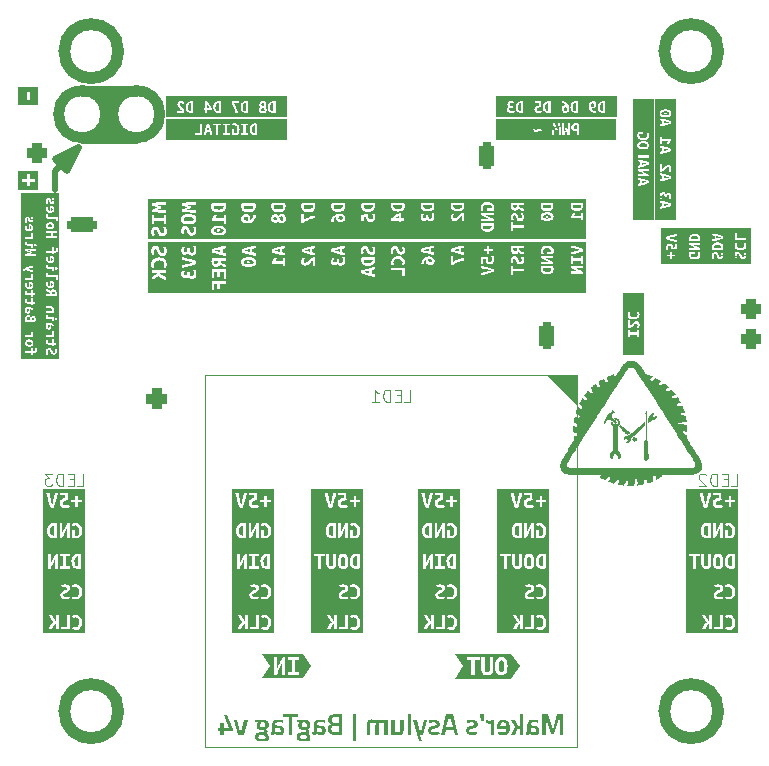
<source format=gbr>
%TF.GenerationSoftware,KiCad,Pcbnew,8.0.2-8.0.2-0~ubuntu22.04.1*%
%TF.CreationDate,2024-05-13T05:44:21+05:30*%
%TF.ProjectId,BagTag,42616754-6167-42e6-9b69-6361645f7063,v4*%
%TF.SameCoordinates,Original*%
%TF.FileFunction,Legend,Bot*%
%TF.FilePolarity,Positive*%
%FSLAX46Y46*%
G04 Gerber Fmt 4.6, Leading zero omitted, Abs format (unit mm)*
G04 Created by KiCad (PCBNEW 8.0.2-8.0.2-0~ubuntu22.04.1) date 2024-05-13 05:44:21*
%MOMM*%
%LPD*%
G01*
G04 APERTURE LIST*
G04 Aperture macros list*
%AMRoundRect*
0 Rectangle with rounded corners*
0 $1 Rounding radius*
0 $2 $3 $4 $5 $6 $7 $8 $9 X,Y pos of 4 corners*
0 Add a 4 corners polygon primitive as box body*
4,1,4,$2,$3,$4,$5,$6,$7,$8,$9,$2,$3,0*
0 Add four circle primitives for the rounded corners*
1,1,$1+$1,$2,$3*
1,1,$1+$1,$4,$5*
1,1,$1+$1,$6,$7*
1,1,$1+$1,$8,$9*
0 Add four rect primitives between the rounded corners*
20,1,$1+$1,$2,$3,$4,$5,0*
20,1,$1+$1,$4,$5,$6,$7,0*
20,1,$1+$1,$6,$7,$8,$9,0*
20,1,$1+$1,$8,$9,$2,$3,0*%
%AMOutline5P*
0 Free polygon, 5 corners , with rotation*
0 The origin of the aperture is its center*
0 number of corners: always 5*
0 $1 to $10 corner X, Y*
0 $11 Rotation angle, in degrees counterclockwise*
0 create outline with 5 corners*
4,1,5,$1,$2,$3,$4,$5,$6,$7,$8,$9,$10,$1,$2,$11*%
%AMOutline6P*
0 Free polygon, 6 corners , with rotation*
0 The origin of the aperture is its center*
0 number of corners: always 6*
0 $1 to $12 corner X, Y*
0 $13 Rotation angle, in degrees counterclockwise*
0 create outline with 6 corners*
4,1,6,$1,$2,$3,$4,$5,$6,$7,$8,$9,$10,$11,$12,$1,$2,$13*%
%AMOutline7P*
0 Free polygon, 7 corners , with rotation*
0 The origin of the aperture is its center*
0 number of corners: always 7*
0 $1 to $14 corner X, Y*
0 $15 Rotation angle, in degrees counterclockwise*
0 create outline with 7 corners*
4,1,7,$1,$2,$3,$4,$5,$6,$7,$8,$9,$10,$11,$12,$13,$14,$1,$2,$15*%
%AMOutline8P*
0 Free polygon, 8 corners , with rotation*
0 The origin of the aperture is its center*
0 number of corners: always 8*
0 $1 to $16 corner X, Y*
0 $17 Rotation angle, in degrees counterclockwise*
0 create outline with 8 corners*
4,1,8,$1,$2,$3,$4,$5,$6,$7,$8,$9,$10,$11,$12,$13,$14,$15,$16,$1,$2,$17*%
G04 Aperture macros list end*
%ADD10C,0.900000*%
%ADD11C,1.016000*%
%ADD12C,0.500000*%
%ADD13C,0.150000*%
%ADD14C,0.100000*%
%ADD15C,0.000000*%
%ADD16RoundRect,0.425000X-0.425000X-0.425000X0.425000X-0.425000X0.425000X0.425000X-0.425000X0.425000X0*%
%ADD17O,1.700000X1.700000*%
%ADD18RoundRect,0.425000X-0.425000X0.425000X-0.425000X-0.425000X0.425000X-0.425000X0.425000X0.425000X0*%
%ADD19R,1.700000X1.700000*%
%ADD20RoundRect,0.444500X0.444500X0.444500X-0.444500X0.444500X-0.444500X-0.444500X0.444500X-0.444500X0*%
%ADD21O,1.778000X1.778000*%
%ADD22Outline8P,-0.850000X0.340000X-0.340000X0.850000X0.340000X0.850000X0.850000X0.340000X0.850000X-0.340000X0.340000X-0.850000X-0.340000X-0.850000X-0.850000X-0.340000X180.000000*%
%ADD23C,3.048000*%
%ADD24O,2.032000X1.524000*%
%ADD25C,1.600000*%
%ADD26O,1.600000X1.600000*%
%ADD27C,2.032000*%
%ADD28Outline8P,-1.143000X0.254000X-0.762000X0.635000X0.762000X0.635000X1.143000X0.254000X1.143000X-0.254000X0.762000X-0.635000X-0.762000X-0.635000X-1.143000X-0.254000X270.000000*%
%ADD29O,1.270000X2.286000*%
%ADD30RoundRect,0.317500X-0.317500X0.825500X-0.317500X-0.825500X0.317500X-0.825500X0.317500X0.825500X0*%
%ADD31O,3.302000X2.032000*%
%ADD32O,2.540000X1.270000*%
%ADD33RoundRect,0.317500X0.952500X-0.317500X0.952500X0.317500X-0.952500X0.317500X-0.952500X-0.317500X0*%
G04 APERTURE END LIST*
D10*
X56134000Y-52864000D02*
X56134000Y-56864000D01*
D11*
X56896000Y-105410000D02*
G75*
G02*
X52324000Y-105410000I-2286000J0D01*
G01*
X52324000Y-105410000D02*
G75*
G02*
X56896000Y-105410000I2286000J0D01*
G01*
X56896000Y-49530000D02*
G75*
G02*
X52324000Y-49530000I-2286000J0D01*
G01*
X52324000Y-49530000D02*
G75*
G02*
X56896000Y-49530000I2286000J0D01*
G01*
D10*
X53848000Y-52864000D02*
X58420000Y-52864000D01*
D12*
X51562000Y-61290200D02*
X51562000Y-59690000D01*
D10*
X60420000Y-54864000D02*
G75*
G02*
X56420000Y-54864000I-2000000J0D01*
G01*
X56420000Y-54864000D02*
G75*
G02*
X60420000Y-54864000I2000000J0D01*
G01*
D12*
X52578000Y-59690000D02*
X51562000Y-58674000D01*
X53594000Y-57658000D01*
X52578000Y-59690000D01*
G36*
X52578000Y-59690000D02*
G01*
X51562000Y-58674000D01*
X53594000Y-57658000D01*
X52578000Y-59690000D01*
G37*
X51562000Y-59690000D02*
X53594000Y-57658000D01*
D11*
X107696000Y-49530000D02*
G75*
G02*
X103124000Y-49530000I-2286000J0D01*
G01*
X103124000Y-49530000D02*
G75*
G02*
X107696000Y-49530000I2286000J0D01*
G01*
X107696000Y-105410000D02*
G75*
G02*
X103124000Y-105410000I-2286000J0D01*
G01*
X103124000Y-105410000D02*
G75*
G02*
X107696000Y-105410000I2286000J0D01*
G01*
D10*
X55848000Y-54864000D02*
G75*
G02*
X51848000Y-54864000I-2000000J0D01*
G01*
X51848000Y-54864000D02*
G75*
G02*
X55848000Y-54864000I2000000J0D01*
G01*
X53848000Y-56864000D02*
X58420000Y-56864000D01*
D13*
G36*
X94541767Y-107393741D02*
G01*
X94541767Y-105680136D01*
X94058866Y-105680136D01*
X93676280Y-107018537D01*
X93293693Y-105680136D01*
X92808186Y-105680136D01*
X92808186Y-107393741D01*
X93088287Y-107393741D01*
X93088287Y-105988029D01*
X93126068Y-105988029D01*
X93531236Y-107323824D01*
X93821324Y-107323824D01*
X94226492Y-105988029D01*
X94264273Y-105988029D01*
X94264273Y-107393741D01*
X94541767Y-107393741D01*
G37*
G36*
X91993190Y-106115955D02*
G01*
X92081582Y-106119746D01*
X92173057Y-106128087D01*
X92267616Y-106140978D01*
X92365259Y-106158418D01*
X92465987Y-106180407D01*
X92455999Y-106373221D01*
X92376094Y-106368009D01*
X92361163Y-106366780D01*
X92261014Y-106359270D01*
X92168513Y-106353671D01*
X92072160Y-106349613D01*
X91975703Y-106348033D01*
X91926577Y-106351977D01*
X91847161Y-106388420D01*
X91815679Y-106439043D01*
X91803300Y-106528253D01*
X91803300Y-106618145D01*
X92125958Y-106645938D01*
X92188979Y-106653020D01*
X92278743Y-106671232D01*
X92363441Y-106701843D01*
X92437325Y-106748425D01*
X92455408Y-106765307D01*
X92506494Y-106843016D01*
X92532185Y-106935212D01*
X92538509Y-107023748D01*
X92537053Y-107071865D01*
X92520679Y-107178575D01*
X92486112Y-107265884D01*
X92420616Y-107345044D01*
X92346024Y-107389668D01*
X92253238Y-107414891D01*
X92165910Y-107421099D01*
X92115258Y-107419654D01*
X92026844Y-107410169D01*
X91938721Y-107391832D01*
X91850889Y-107364643D01*
X91763348Y-107328601D01*
X91698398Y-107369069D01*
X91610731Y-107400775D01*
X91519827Y-107416673D01*
X91430267Y-107421099D01*
X91422885Y-107213521D01*
X91504527Y-107180083D01*
X91517333Y-107143605D01*
X91803300Y-107143605D01*
X91848029Y-107158804D01*
X91934212Y-107179872D01*
X92025584Y-107194035D01*
X92113364Y-107198756D01*
X92187047Y-107185119D01*
X92250906Y-107117269D01*
X92265791Y-107026353D01*
X92265623Y-107015705D01*
X92245419Y-106926155D01*
X92184304Y-106863211D01*
X92093388Y-106838317D01*
X91803300Y-106810959D01*
X91803300Y-107143605D01*
X91517333Y-107143605D01*
X91533188Y-107098441D01*
X91533188Y-106528253D01*
X91535658Y-106463919D01*
X91549887Y-106372805D01*
X91581013Y-106287691D01*
X91634371Y-106214714D01*
X91692943Y-106171397D01*
X91777912Y-106137458D01*
X91870396Y-106120440D01*
X91964412Y-106115702D01*
X91993190Y-106115955D01*
G37*
G36*
X90924784Y-107393741D02*
G01*
X91197502Y-107393741D01*
X91197502Y-105622813D01*
X90924784Y-105622813D01*
X90924784Y-106645938D01*
X90769752Y-106630739D01*
X90474453Y-106143061D01*
X90169165Y-106143061D01*
X90529604Y-106728448D01*
X90149189Y-107393741D01*
X90457082Y-107393741D01*
X90762370Y-106866110D01*
X90924784Y-106883481D01*
X90924784Y-107393741D01*
G37*
G36*
X89533796Y-106116352D02*
G01*
X89627625Y-106126097D01*
X89737887Y-106157283D01*
X89831186Y-106209259D01*
X89907522Y-106282025D01*
X89966894Y-106375582D01*
X90000290Y-106459393D01*
X90024145Y-106554899D01*
X90038458Y-106662099D01*
X90043229Y-106780994D01*
X90042756Y-106822187D01*
X90037431Y-106918918D01*
X90026191Y-107006723D01*
X90004893Y-107100305D01*
X89969279Y-107193237D01*
X89922069Y-107268673D01*
X89870991Y-107320474D01*
X89797545Y-107367363D01*
X89709178Y-107399664D01*
X89621561Y-107415740D01*
X89522981Y-107421099D01*
X89481126Y-107420595D01*
X89393982Y-107416565D01*
X89302257Y-107408504D01*
X89205952Y-107396412D01*
X89105067Y-107380290D01*
X89017498Y-107363776D01*
X89022709Y-107160975D01*
X89092626Y-107168792D01*
X89185802Y-107175252D01*
X89277730Y-107179866D01*
X89368410Y-107182634D01*
X89457841Y-107183557D01*
X89530165Y-107180087D01*
X89622069Y-107160610D01*
X89700595Y-107111035D01*
X89735158Y-107057651D01*
X89760399Y-106972318D01*
X89767906Y-106883481D01*
X88992745Y-106883481D01*
X88975374Y-106688496D01*
X88975823Y-106673297D01*
X89242881Y-106673297D01*
X89770511Y-106673297D01*
X89765409Y-106590760D01*
X89745984Y-106497745D01*
X89704503Y-106418384D01*
X89667835Y-106384376D01*
X89587989Y-106349836D01*
X89500833Y-106340651D01*
X89467042Y-106341804D01*
X89374841Y-106361486D01*
X89301941Y-106414476D01*
X89265951Y-106485478D01*
X89247553Y-106578030D01*
X89242881Y-106673297D01*
X88975823Y-106673297D01*
X88977425Y-106619134D01*
X88988192Y-106523482D01*
X89016905Y-106411608D01*
X89062024Y-106317634D01*
X89123550Y-106241560D01*
X89201484Y-106183386D01*
X89295824Y-106143111D01*
X89406572Y-106120737D01*
X89500399Y-106115702D01*
X89533796Y-106116352D01*
G37*
G36*
X88718724Y-107393741D02*
G01*
X88718724Y-106143061D01*
X88448612Y-106143061D01*
X88448612Y-106293316D01*
X88368832Y-106245128D01*
X88289081Y-106203810D01*
X88196078Y-106164289D01*
X88103116Y-106134119D01*
X88023468Y-106115702D01*
X88023468Y-106387986D01*
X88114521Y-106407810D01*
X88199589Y-106430045D01*
X88289482Y-106458408D01*
X88371558Y-106489919D01*
X88390855Y-106498289D01*
X88446007Y-106520870D01*
X88446007Y-107393741D01*
X88718724Y-107393741D01*
G37*
G36*
X87825444Y-106260746D02*
G01*
X87833261Y-105680136D01*
X87567925Y-105680136D01*
X87585296Y-106260746D01*
X87825444Y-106260746D01*
G37*
G36*
X86393242Y-106400579D02*
G01*
X86481547Y-106389070D01*
X86577017Y-106377833D01*
X86673927Y-106368274D01*
X86765598Y-106362032D01*
X86820992Y-106360627D01*
X86908971Y-106365024D01*
X86994720Y-106386306D01*
X87005120Y-106391894D01*
X87054561Y-106466784D01*
X87056363Y-106490906D01*
X87021906Y-106571959D01*
X86999908Y-106586010D01*
X86913490Y-106613662D01*
X86818665Y-106634324D01*
X86734573Y-106649847D01*
X86649006Y-106667611D01*
X86565465Y-106692798D01*
X86482412Y-106731610D01*
X86438405Y-106763624D01*
X86384950Y-106838514D01*
X86359251Y-106926766D01*
X86351027Y-107014284D01*
X86350684Y-107038513D01*
X86358582Y-107130739D01*
X86386349Y-107218792D01*
X86440649Y-107297130D01*
X86477055Y-107328601D01*
X86557344Y-107373314D01*
X86644170Y-107400775D01*
X86732076Y-107415318D01*
X86831121Y-107421009D01*
X86846179Y-107421099D01*
X86938274Y-107417733D01*
X87030806Y-107409088D01*
X87120009Y-107397160D01*
X87216902Y-107381160D01*
X87231371Y-107378541D01*
X87308670Y-107366382D01*
X87298682Y-107138393D01*
X87209000Y-107150028D01*
X87112187Y-107161387D01*
X87014134Y-107171050D01*
X86921717Y-107177360D01*
X86866155Y-107178780D01*
X86777301Y-107174200D01*
X86692456Y-107153844D01*
X86677250Y-107146210D01*
X86624324Y-107073417D01*
X86620796Y-107038513D01*
X86648614Y-106954521D01*
X86674645Y-106934724D01*
X86758143Y-106906709D01*
X86850492Y-106886760D01*
X86932597Y-106872190D01*
X87027647Y-106852838D01*
X87118356Y-106825292D01*
X87199001Y-106787515D01*
X87231371Y-106765795D01*
X87289325Y-106694549D01*
X87317187Y-106609426D01*
X87326382Y-106512801D01*
X87326475Y-106500894D01*
X87318278Y-106410594D01*
X87289461Y-106323606D01*
X87239897Y-106252076D01*
X87195327Y-106212977D01*
X87115473Y-106167004D01*
X87023939Y-106136077D01*
X86932771Y-106121217D01*
X86858338Y-106117874D01*
X86762675Y-106121068D01*
X86667951Y-106129272D01*
X86577587Y-106140591D01*
X86480241Y-106155775D01*
X86465764Y-106158260D01*
X86388465Y-106173025D01*
X86393242Y-106400579D01*
G37*
G36*
X85661942Y-107393741D02*
G01*
X85384013Y-107393741D01*
X85291515Y-107025919D01*
X84633605Y-107025919D01*
X84541107Y-107393741D01*
X84261007Y-107393741D01*
X84413029Y-106780994D01*
X84688757Y-106780994D01*
X85236797Y-106780994D01*
X85024008Y-105912901D01*
X84898940Y-105912901D01*
X84688757Y-106780994D01*
X84413029Y-106780994D01*
X84686151Y-105680136D01*
X85238969Y-105680136D01*
X85661942Y-107393741D01*
G37*
G36*
X83188375Y-106400579D02*
G01*
X83276680Y-106389070D01*
X83372151Y-106377833D01*
X83469061Y-106368274D01*
X83560731Y-106362032D01*
X83616125Y-106360627D01*
X83704104Y-106365024D01*
X83789853Y-106386306D01*
X83800253Y-106391894D01*
X83849694Y-106466784D01*
X83851496Y-106490906D01*
X83817039Y-106571959D01*
X83795042Y-106586010D01*
X83708624Y-106613662D01*
X83613798Y-106634324D01*
X83529706Y-106649847D01*
X83444140Y-106667611D01*
X83360598Y-106692798D01*
X83277545Y-106731610D01*
X83233539Y-106763624D01*
X83180083Y-106838514D01*
X83154384Y-106926766D01*
X83146160Y-107014284D01*
X83145817Y-107038513D01*
X83153715Y-107130739D01*
X83181482Y-107218792D01*
X83235782Y-107297130D01*
X83272188Y-107328601D01*
X83352478Y-107373314D01*
X83439303Y-107400775D01*
X83527209Y-107415318D01*
X83626254Y-107421009D01*
X83641312Y-107421099D01*
X83733407Y-107417733D01*
X83825939Y-107409088D01*
X83915143Y-107397160D01*
X84012035Y-107381160D01*
X84026504Y-107378541D01*
X84103803Y-107366382D01*
X84093815Y-107138393D01*
X84004134Y-107150028D01*
X83907320Y-107161387D01*
X83809267Y-107171050D01*
X83716850Y-107177360D01*
X83661288Y-107178780D01*
X83572434Y-107174200D01*
X83487590Y-107153844D01*
X83472384Y-107146210D01*
X83419458Y-107073417D01*
X83415929Y-107038513D01*
X83443748Y-106954521D01*
X83469778Y-106934724D01*
X83553276Y-106906709D01*
X83645625Y-106886760D01*
X83727731Y-106872190D01*
X83822780Y-106852838D01*
X83913490Y-106825292D01*
X83994134Y-106787515D01*
X84026504Y-106765795D01*
X84084458Y-106694549D01*
X84112321Y-106609426D01*
X84121515Y-106512801D01*
X84121608Y-106500894D01*
X84113411Y-106410594D01*
X84084595Y-106323606D01*
X84035030Y-106252076D01*
X83990460Y-106212977D01*
X83910606Y-106167004D01*
X83819072Y-106136077D01*
X83727904Y-106121217D01*
X83653472Y-106117874D01*
X83557808Y-106121068D01*
X83463084Y-106129272D01*
X83372720Y-106140591D01*
X83275374Y-106155775D01*
X83260897Y-106158260D01*
X83183598Y-106173025D01*
X83188375Y-106400579D01*
G37*
G36*
X83023355Y-106143061D02*
G01*
X82755414Y-106143061D01*
X82490513Y-107160975D01*
X82422768Y-107160975D01*
X82157867Y-106143061D01*
X81887755Y-106143061D01*
X82362840Y-107931359D01*
X82630346Y-107931359D01*
X82480525Y-107393741D01*
X82695486Y-107393741D01*
X83023355Y-106143061D01*
G37*
G36*
X81668452Y-107393741D02*
G01*
X81668452Y-105622813D01*
X81395734Y-105622813D01*
X81395734Y-107393741D01*
X81668452Y-107393741D01*
G37*
G36*
X80297047Y-106143061D02*
G01*
X80026501Y-106143061D01*
X80026501Y-107393741D01*
X80297047Y-107393741D01*
X80297047Y-107316007D01*
X80375534Y-107356956D01*
X80462027Y-107391439D01*
X80555244Y-107414531D01*
X80634470Y-107421099D01*
X80725070Y-107416229D01*
X80815680Y-107398236D01*
X80899337Y-107361439D01*
X80968081Y-107299344D01*
X80979710Y-107282569D01*
X81018088Y-107200032D01*
X81042674Y-107106393D01*
X81057065Y-107010221D01*
X81064347Y-106918858D01*
X81067345Y-106817296D01*
X81067431Y-106795759D01*
X81067431Y-106143061D01*
X80794713Y-106143061D01*
X80794713Y-106798365D01*
X80792926Y-106889905D01*
X80786507Y-106977219D01*
X80770059Y-107067140D01*
X80757367Y-107101481D01*
X80689035Y-107161795D01*
X80598741Y-107178478D01*
X80581924Y-107178780D01*
X80491741Y-107172827D01*
X80399447Y-107152756D01*
X80334394Y-107128405D01*
X80297047Y-107113640D01*
X80297047Y-106143061D01*
G37*
G36*
X79430691Y-107393741D02*
G01*
X79703408Y-107393741D01*
X79703408Y-106143061D01*
X79433296Y-106143061D01*
X79433296Y-106220794D01*
X79346362Y-106174816D01*
X79263173Y-106141975D01*
X79174063Y-106120731D01*
X79108033Y-106115702D01*
X79018458Y-106121562D01*
X78929828Y-106142610D01*
X78847637Y-106184587D01*
X78790152Y-106238165D01*
X78704910Y-106196546D01*
X78619852Y-106163539D01*
X78534977Y-106139142D01*
X78436188Y-106121562D01*
X78337649Y-106115702D01*
X78245402Y-106122352D01*
X78155551Y-106146236D01*
X78074322Y-106193870D01*
X78019768Y-106254667D01*
X77979300Y-106335901D01*
X77953375Y-106426619D01*
X77938199Y-106518964D01*
X77930521Y-106606205D01*
X77927360Y-106702797D01*
X77927269Y-106723237D01*
X77927269Y-107393741D01*
X78197382Y-107393741D01*
X78197382Y-106731054D01*
X78199960Y-106637009D01*
X78209025Y-106548792D01*
X78231264Y-106460131D01*
X78238637Y-106443137D01*
X78302148Y-106379300D01*
X78394234Y-106358354D01*
X78410171Y-106358021D01*
X78497030Y-106365105D01*
X78588897Y-106386357D01*
X78652924Y-106408396D01*
X78695482Y-106425767D01*
X78681530Y-106511607D01*
X78677065Y-106598500D01*
X78675251Y-106697108D01*
X78675072Y-106745819D01*
X78675072Y-107393741D01*
X78945618Y-107393741D01*
X78945618Y-106751030D01*
X78947530Y-106660152D01*
X78954397Y-106572424D01*
X78970003Y-106486963D01*
X78985570Y-106443137D01*
X79049298Y-106379300D01*
X79136091Y-106358769D01*
X79160579Y-106358021D01*
X79251937Y-106365105D01*
X79338410Y-106386357D01*
X79393344Y-106408396D01*
X79430691Y-106423161D01*
X79430691Y-107393741D01*
G37*
G36*
X77056571Y-107931359D02*
G01*
X77056571Y-105622813D01*
X76786458Y-105622813D01*
X76786458Y-107931359D01*
X77056571Y-107931359D01*
G37*
G36*
X75864951Y-107393741D02*
G01*
X75194447Y-107393741D01*
X75160917Y-107393267D01*
X75066713Y-107386161D01*
X74956009Y-107363423D01*
X74862337Y-107325527D01*
X74785697Y-107272472D01*
X74726087Y-107204259D01*
X74683509Y-107120887D01*
X74657962Y-107022357D01*
X74649446Y-106908668D01*
X74649704Y-106898680D01*
X74934323Y-106898680D01*
X74935402Y-106932356D01*
X74953811Y-107024088D01*
X75003371Y-107096270D01*
X75031529Y-107115751D01*
X75116110Y-107145532D01*
X75209647Y-107153593D01*
X75587456Y-107153593D01*
X75587456Y-106645938D01*
X75214424Y-106645938D01*
X75185084Y-106646820D01*
X75098351Y-106661871D01*
X75014662Y-106702393D01*
X74983358Y-106730933D01*
X74943817Y-106812201D01*
X74934323Y-106898680D01*
X74649704Y-106898680D01*
X74650403Y-106871643D01*
X74664754Y-106770301D01*
X74696327Y-106683553D01*
X74745120Y-106611401D01*
X74811135Y-106553844D01*
X74894371Y-106510882D01*
X74862908Y-106492112D01*
X74794005Y-106436562D01*
X74740642Y-106365838D01*
X74714993Y-106304693D01*
X74696754Y-106214638D01*
X74693743Y-106158260D01*
X74974276Y-106158260D01*
X74975234Y-106188813D01*
X74993684Y-106280225D01*
X75043523Y-106355129D01*
X75124031Y-106398494D01*
X75219635Y-106410567D01*
X75587456Y-106410567D01*
X75587456Y-105920283D01*
X75229623Y-105920283D01*
X75198702Y-105921213D01*
X75106188Y-105939108D01*
X75030382Y-105987447D01*
X74986494Y-106065533D01*
X74974276Y-106158260D01*
X74693743Y-106158260D01*
X74692004Y-106125690D01*
X74698238Y-106029902D01*
X74720630Y-105935240D01*
X74759307Y-105856373D01*
X74822283Y-105786530D01*
X74856814Y-105761594D01*
X74938293Y-105721696D01*
X75023168Y-105697695D01*
X75120719Y-105683876D01*
X75214424Y-105680136D01*
X75864951Y-105680136D01*
X75864951Y-107393741D01*
G37*
G36*
X73908709Y-106115955D02*
G01*
X73997101Y-106119746D01*
X74088576Y-106128087D01*
X74183135Y-106140978D01*
X74280779Y-106158418D01*
X74381506Y-106180407D01*
X74371518Y-106373221D01*
X74291613Y-106368009D01*
X74276682Y-106366780D01*
X74176533Y-106359270D01*
X74084032Y-106353671D01*
X73987679Y-106349613D01*
X73891222Y-106348033D01*
X73842096Y-106351977D01*
X73762680Y-106388420D01*
X73731198Y-106439043D01*
X73718819Y-106528253D01*
X73718819Y-106618145D01*
X74041477Y-106645938D01*
X74104498Y-106653020D01*
X74194262Y-106671232D01*
X74278960Y-106701843D01*
X74352844Y-106748425D01*
X74370927Y-106765307D01*
X74422013Y-106843016D01*
X74447704Y-106935212D01*
X74454028Y-107023748D01*
X74452572Y-107071865D01*
X74436198Y-107178575D01*
X74401631Y-107265884D01*
X74336135Y-107345044D01*
X74261543Y-107389668D01*
X74168757Y-107414891D01*
X74081429Y-107421099D01*
X74030777Y-107419654D01*
X73942363Y-107410169D01*
X73854240Y-107391832D01*
X73766408Y-107364643D01*
X73678867Y-107328601D01*
X73613917Y-107369069D01*
X73526250Y-107400775D01*
X73435346Y-107416673D01*
X73345787Y-107421099D01*
X73338404Y-107213521D01*
X73420046Y-107180083D01*
X73432852Y-107143605D01*
X73718819Y-107143605D01*
X73763548Y-107158804D01*
X73849731Y-107179872D01*
X73941103Y-107194035D01*
X74028883Y-107198756D01*
X74102566Y-107185119D01*
X74166425Y-107117269D01*
X74181310Y-107026353D01*
X74181142Y-107015705D01*
X74160938Y-106926155D01*
X74099823Y-106863211D01*
X74008907Y-106838317D01*
X73718819Y-106810959D01*
X73718819Y-107143605D01*
X73432852Y-107143605D01*
X73448707Y-107098441D01*
X73448707Y-106528253D01*
X73451177Y-106463919D01*
X73465406Y-106372805D01*
X73496532Y-106287691D01*
X73549891Y-106214714D01*
X73608462Y-106171397D01*
X73693431Y-106137458D01*
X73785915Y-106120440D01*
X73879931Y-106115702D01*
X73908709Y-106115955D01*
G37*
G36*
X72669599Y-106117976D02*
G01*
X72764443Y-106124442D01*
X72850185Y-106140965D01*
X72937031Y-106172164D01*
X73020523Y-106222965D01*
X73079610Y-106283029D01*
X73125904Y-106368575D01*
X73149116Y-106460591D01*
X73155579Y-106553440D01*
X73151179Y-106633134D01*
X73134284Y-106718467D01*
X73098556Y-106803820D01*
X73045582Y-106873879D01*
X72975360Y-106928644D01*
X72997941Y-106965991D01*
X73038959Y-107041553D01*
X73065252Y-107128405D01*
X73063963Y-107159191D01*
X73041966Y-107243591D01*
X72982742Y-107311230D01*
X73001066Y-107325629D01*
X73069269Y-107385815D01*
X73128220Y-107454972D01*
X73160326Y-107522987D01*
X73172950Y-107613912D01*
X73170799Y-107663160D01*
X73150230Y-107759381D01*
X73107883Y-107835404D01*
X73035288Y-107896184D01*
X72988675Y-107918578D01*
X72899142Y-107946513D01*
X72805705Y-107962986D01*
X72714403Y-107971184D01*
X72612749Y-107973917D01*
X72576280Y-107973517D01*
X72473819Y-107967512D01*
X72381777Y-107954300D01*
X72275264Y-107925476D01*
X72187275Y-107883841D01*
X72117809Y-107829395D01*
X72057027Y-107743323D01*
X72029241Y-107660053D01*
X72021402Y-107578737D01*
X72292697Y-107578737D01*
X72293879Y-107599666D01*
X72335261Y-107684059D01*
X72410932Y-107727269D01*
X72508180Y-107747354D01*
X72595379Y-107751574D01*
X72655556Y-107750246D01*
X72747722Y-107740911D01*
X72835527Y-107713793D01*
X72880795Y-107675135D01*
X72905443Y-107588725D01*
X72905355Y-107581946D01*
X72882861Y-107494924D01*
X72867583Y-107472668D01*
X72805128Y-107411111D01*
X72560203Y-107426310D01*
X72521812Y-107427328D01*
X72433448Y-107433906D01*
X72346546Y-107454972D01*
X72309735Y-107491699D01*
X72292697Y-107578737D01*
X72021402Y-107578737D01*
X72019979Y-107563972D01*
X72021703Y-107512281D01*
X72035491Y-107421846D01*
X72067483Y-107340739D01*
X72130282Y-107271278D01*
X72178078Y-107244769D01*
X72262326Y-107217641D01*
X72355278Y-107201608D01*
X72449242Y-107193588D01*
X72537622Y-107190939D01*
X72579976Y-107190159D01*
X72675318Y-107185564D01*
X72761702Y-107171397D01*
X72807734Y-107107561D01*
X72801001Y-107059505D01*
X72772558Y-106975979D01*
X72752013Y-106979871D01*
X72662690Y-106985967D01*
X72630391Y-106985600D01*
X72540010Y-106980104D01*
X72446915Y-106965356D01*
X72356805Y-106937509D01*
X72276195Y-106892166D01*
X72268580Y-106886156D01*
X72210928Y-106818782D01*
X72176119Y-106738823D01*
X72158352Y-106653363D01*
X72152430Y-106553440D01*
X72422542Y-106553440D01*
X72432849Y-106642415D01*
X72476390Y-106722369D01*
X72483390Y-106728837D01*
X72564525Y-106766968D01*
X72652702Y-106775783D01*
X72660290Y-106775731D01*
X72752720Y-106764047D01*
X72830315Y-106722369D01*
X72833709Y-106718943D01*
X72874911Y-106642415D01*
X72885467Y-106553440D01*
X72874453Y-106466635D01*
X72827927Y-106386357D01*
X72744989Y-106341323D01*
X72655307Y-106330663D01*
X72647719Y-106330715D01*
X72555289Y-106342495D01*
X72477693Y-106384511D01*
X72474300Y-106387937D01*
X72433098Y-106464465D01*
X72422542Y-106553440D01*
X72152430Y-106553440D01*
X72154811Y-106510361D01*
X72176312Y-106424252D01*
X72220175Y-106348033D01*
X72012162Y-106360627D01*
X72012162Y-106140455D01*
X72399960Y-106150443D01*
X72437741Y-106143061D01*
X72478072Y-106134501D01*
X72566188Y-106122030D01*
X72655307Y-106117874D01*
X72669599Y-106117976D01*
G37*
G36*
X72088593Y-105928100D02*
G01*
X72088593Y-105680136D01*
X70837913Y-105680136D01*
X70837913Y-105928100D01*
X71320815Y-105928100D01*
X71320815Y-107393741D01*
X71600915Y-107393741D01*
X71600915Y-105928100D01*
X72088593Y-105928100D01*
G37*
G36*
X70379013Y-106115955D02*
G01*
X70467405Y-106119746D01*
X70558880Y-106128087D01*
X70653439Y-106140978D01*
X70751082Y-106158418D01*
X70851810Y-106180407D01*
X70841822Y-106373221D01*
X70761917Y-106368009D01*
X70746986Y-106366780D01*
X70646837Y-106359270D01*
X70554336Y-106353671D01*
X70457983Y-106349613D01*
X70361526Y-106348033D01*
X70312400Y-106351977D01*
X70232984Y-106388420D01*
X70201502Y-106439043D01*
X70189123Y-106528253D01*
X70189123Y-106618145D01*
X70511781Y-106645938D01*
X70574802Y-106653020D01*
X70664566Y-106671232D01*
X70749264Y-106701843D01*
X70823148Y-106748425D01*
X70841231Y-106765307D01*
X70892317Y-106843016D01*
X70918008Y-106935212D01*
X70924332Y-107023748D01*
X70922876Y-107071865D01*
X70906502Y-107178575D01*
X70871935Y-107265884D01*
X70806439Y-107345044D01*
X70731847Y-107389668D01*
X70639061Y-107414891D01*
X70551733Y-107421099D01*
X70501081Y-107419654D01*
X70412667Y-107410169D01*
X70324544Y-107391832D01*
X70236712Y-107364643D01*
X70149171Y-107328601D01*
X70084221Y-107369069D01*
X69996554Y-107400775D01*
X69905650Y-107416673D01*
X69816091Y-107421099D01*
X69808708Y-107213521D01*
X69890350Y-107180083D01*
X69903156Y-107143605D01*
X70189123Y-107143605D01*
X70233852Y-107158804D01*
X70320035Y-107179872D01*
X70411407Y-107194035D01*
X70499187Y-107198756D01*
X70572870Y-107185119D01*
X70636729Y-107117269D01*
X70651614Y-107026353D01*
X70651446Y-107015705D01*
X70631242Y-106926155D01*
X70570127Y-106863211D01*
X70479211Y-106838317D01*
X70189123Y-106810959D01*
X70189123Y-107143605D01*
X69903156Y-107143605D01*
X69919011Y-107098441D01*
X69919011Y-106528253D01*
X69921481Y-106463919D01*
X69935710Y-106372805D01*
X69966836Y-106287691D01*
X70020194Y-106214714D01*
X70078766Y-106171397D01*
X70163735Y-106137458D01*
X70256219Y-106120440D01*
X70350235Y-106115702D01*
X70379013Y-106115955D01*
G37*
G36*
X69139903Y-106117976D02*
G01*
X69234747Y-106124442D01*
X69320489Y-106140965D01*
X69407335Y-106172164D01*
X69490827Y-106222965D01*
X69549914Y-106283029D01*
X69596208Y-106368575D01*
X69619420Y-106460591D01*
X69625883Y-106553440D01*
X69621483Y-106633134D01*
X69604588Y-106718467D01*
X69568860Y-106803820D01*
X69515886Y-106873879D01*
X69445664Y-106928644D01*
X69468245Y-106965991D01*
X69509263Y-107041553D01*
X69535556Y-107128405D01*
X69534267Y-107159191D01*
X69512270Y-107243591D01*
X69453046Y-107311230D01*
X69471370Y-107325629D01*
X69539573Y-107385815D01*
X69598524Y-107454972D01*
X69630630Y-107522987D01*
X69643254Y-107613912D01*
X69641103Y-107663160D01*
X69620534Y-107759381D01*
X69578187Y-107835404D01*
X69505592Y-107896184D01*
X69458979Y-107918578D01*
X69369446Y-107946513D01*
X69276009Y-107962986D01*
X69184707Y-107971184D01*
X69083053Y-107973917D01*
X69046584Y-107973517D01*
X68944123Y-107967512D01*
X68852081Y-107954300D01*
X68745568Y-107925476D01*
X68657579Y-107883841D01*
X68588113Y-107829395D01*
X68527331Y-107743323D01*
X68499545Y-107660053D01*
X68491706Y-107578737D01*
X68763001Y-107578737D01*
X68764183Y-107599666D01*
X68805565Y-107684059D01*
X68881236Y-107727269D01*
X68978484Y-107747354D01*
X69065683Y-107751574D01*
X69125860Y-107750246D01*
X69218026Y-107740911D01*
X69305831Y-107713793D01*
X69351099Y-107675135D01*
X69375747Y-107588725D01*
X69375659Y-107581946D01*
X69353165Y-107494924D01*
X69337887Y-107472668D01*
X69275432Y-107411111D01*
X69030507Y-107426310D01*
X68992116Y-107427328D01*
X68903752Y-107433906D01*
X68816850Y-107454972D01*
X68780039Y-107491699D01*
X68763001Y-107578737D01*
X68491706Y-107578737D01*
X68490283Y-107563972D01*
X68492007Y-107512281D01*
X68505795Y-107421846D01*
X68537787Y-107340739D01*
X68600586Y-107271278D01*
X68648382Y-107244769D01*
X68732630Y-107217641D01*
X68825582Y-107201608D01*
X68919546Y-107193588D01*
X69007926Y-107190939D01*
X69050280Y-107190159D01*
X69145622Y-107185564D01*
X69232006Y-107171397D01*
X69278038Y-107107561D01*
X69271305Y-107059505D01*
X69242862Y-106975979D01*
X69222317Y-106979871D01*
X69132994Y-106985967D01*
X69100695Y-106985600D01*
X69010314Y-106980104D01*
X68917219Y-106965356D01*
X68827109Y-106937509D01*
X68746499Y-106892166D01*
X68738884Y-106886156D01*
X68681232Y-106818782D01*
X68646423Y-106738823D01*
X68628656Y-106653363D01*
X68622734Y-106553440D01*
X68892846Y-106553440D01*
X68903153Y-106642415D01*
X68946694Y-106722369D01*
X68953694Y-106728837D01*
X69034829Y-106766968D01*
X69123006Y-106775783D01*
X69130594Y-106775731D01*
X69223024Y-106764047D01*
X69300619Y-106722369D01*
X69304013Y-106718943D01*
X69345215Y-106642415D01*
X69355771Y-106553440D01*
X69344757Y-106466635D01*
X69298231Y-106386357D01*
X69215293Y-106341323D01*
X69125611Y-106330663D01*
X69118023Y-106330715D01*
X69025593Y-106342495D01*
X68947997Y-106384511D01*
X68944604Y-106387937D01*
X68903402Y-106464465D01*
X68892846Y-106553440D01*
X68622734Y-106553440D01*
X68625115Y-106510361D01*
X68646616Y-106424252D01*
X68690479Y-106348033D01*
X68482466Y-106360627D01*
X68482466Y-106140455D01*
X68870264Y-106150443D01*
X68908045Y-106143061D01*
X68948375Y-106134501D01*
X69036492Y-106122030D01*
X69125611Y-106117874D01*
X69139903Y-106117976D01*
G37*
G36*
X67847573Y-106143061D02*
G01*
X67562261Y-106143061D01*
X67322114Y-107160975D01*
X67242209Y-107160975D01*
X66992073Y-106143061D01*
X66714144Y-106143061D01*
X67039408Y-107393741D01*
X67524915Y-107393741D01*
X67847573Y-106143061D01*
G37*
G36*
X65830852Y-107393741D02*
G01*
X65830852Y-107098441D01*
X66573877Y-107098441D01*
X66573877Y-106886086D01*
X66138311Y-105742670D01*
X65830852Y-105742670D01*
X66291171Y-106856122D01*
X65830852Y-106856122D01*
X65830852Y-106370615D01*
X65550752Y-106370615D01*
X65550752Y-106856122D01*
X65370532Y-106856122D01*
X65370532Y-107098441D01*
X65550752Y-107098441D01*
X65550752Y-107393741D01*
X65830852Y-107393741D01*
G37*
D14*
X108815047Y-86309419D02*
X109291237Y-86309419D01*
X109291237Y-86309419D02*
X109291237Y-85309419D01*
X108481713Y-85785609D02*
X108148380Y-85785609D01*
X108005523Y-86309419D02*
X108481713Y-86309419D01*
X108481713Y-86309419D02*
X108481713Y-85309419D01*
X108481713Y-85309419D02*
X108005523Y-85309419D01*
X107576951Y-86309419D02*
X107576951Y-85309419D01*
X107576951Y-85309419D02*
X107338856Y-85309419D01*
X107338856Y-85309419D02*
X107195999Y-85357038D01*
X107195999Y-85357038D02*
X107100761Y-85452276D01*
X107100761Y-85452276D02*
X107053142Y-85547514D01*
X107053142Y-85547514D02*
X107005523Y-85737990D01*
X107005523Y-85737990D02*
X107005523Y-85880847D01*
X107005523Y-85880847D02*
X107053142Y-86071323D01*
X107053142Y-86071323D02*
X107100761Y-86166561D01*
X107100761Y-86166561D02*
X107195999Y-86261800D01*
X107195999Y-86261800D02*
X107338856Y-86309419D01*
X107338856Y-86309419D02*
X107576951Y-86309419D01*
X106624570Y-85404657D02*
X106576951Y-85357038D01*
X106576951Y-85357038D02*
X106481713Y-85309419D01*
X106481713Y-85309419D02*
X106243618Y-85309419D01*
X106243618Y-85309419D02*
X106148380Y-85357038D01*
X106148380Y-85357038D02*
X106100761Y-85404657D01*
X106100761Y-85404657D02*
X106053142Y-85499895D01*
X106053142Y-85499895D02*
X106053142Y-85595133D01*
X106053142Y-85595133D02*
X106100761Y-85737990D01*
X106100761Y-85737990D02*
X106672189Y-86309419D01*
X106672189Y-86309419D02*
X106053142Y-86309419D01*
X81129047Y-79197419D02*
X81605237Y-79197419D01*
X81605237Y-79197419D02*
X81605237Y-78197419D01*
X80795713Y-78673609D02*
X80462380Y-78673609D01*
X80319523Y-79197419D02*
X80795713Y-79197419D01*
X80795713Y-79197419D02*
X80795713Y-78197419D01*
X80795713Y-78197419D02*
X80319523Y-78197419D01*
X79890951Y-79197419D02*
X79890951Y-78197419D01*
X79890951Y-78197419D02*
X79652856Y-78197419D01*
X79652856Y-78197419D02*
X79509999Y-78245038D01*
X79509999Y-78245038D02*
X79414761Y-78340276D01*
X79414761Y-78340276D02*
X79367142Y-78435514D01*
X79367142Y-78435514D02*
X79319523Y-78625990D01*
X79319523Y-78625990D02*
X79319523Y-78768847D01*
X79319523Y-78768847D02*
X79367142Y-78959323D01*
X79367142Y-78959323D02*
X79414761Y-79054561D01*
X79414761Y-79054561D02*
X79509999Y-79149800D01*
X79509999Y-79149800D02*
X79652856Y-79197419D01*
X79652856Y-79197419D02*
X79890951Y-79197419D01*
X78367142Y-79197419D02*
X78938570Y-79197419D01*
X78652856Y-79197419D02*
X78652856Y-78197419D01*
X78652856Y-78197419D02*
X78748094Y-78340276D01*
X78748094Y-78340276D02*
X78843332Y-78435514D01*
X78843332Y-78435514D02*
X78938570Y-78483133D01*
X53443047Y-86309419D02*
X53919237Y-86309419D01*
X53919237Y-86309419D02*
X53919237Y-85309419D01*
X53109713Y-85785609D02*
X52776380Y-85785609D01*
X52633523Y-86309419D02*
X53109713Y-86309419D01*
X53109713Y-86309419D02*
X53109713Y-85309419D01*
X53109713Y-85309419D02*
X52633523Y-85309419D01*
X52204951Y-86309419D02*
X52204951Y-85309419D01*
X52204951Y-85309419D02*
X51966856Y-85309419D01*
X51966856Y-85309419D02*
X51823999Y-85357038D01*
X51823999Y-85357038D02*
X51728761Y-85452276D01*
X51728761Y-85452276D02*
X51681142Y-85547514D01*
X51681142Y-85547514D02*
X51633523Y-85737990D01*
X51633523Y-85737990D02*
X51633523Y-85880847D01*
X51633523Y-85880847D02*
X51681142Y-86071323D01*
X51681142Y-86071323D02*
X51728761Y-86166561D01*
X51728761Y-86166561D02*
X51823999Y-86261800D01*
X51823999Y-86261800D02*
X51966856Y-86309419D01*
X51966856Y-86309419D02*
X52204951Y-86309419D01*
X51300189Y-85309419D02*
X50681142Y-85309419D01*
X50681142Y-85309419D02*
X51014475Y-85690371D01*
X51014475Y-85690371D02*
X50871618Y-85690371D01*
X50871618Y-85690371D02*
X50776380Y-85737990D01*
X50776380Y-85737990D02*
X50728761Y-85785609D01*
X50728761Y-85785609D02*
X50681142Y-85880847D01*
X50681142Y-85880847D02*
X50681142Y-86118942D01*
X50681142Y-86118942D02*
X50728761Y-86214180D01*
X50728761Y-86214180D02*
X50776380Y-86261800D01*
X50776380Y-86261800D02*
X50871618Y-86309419D01*
X50871618Y-86309419D02*
X51157332Y-86309419D01*
X51157332Y-86309419D02*
X51252570Y-86261800D01*
X51252570Y-86261800D02*
X51300189Y-86214180D01*
%TO.C,LED1*%
X95758000Y-108458000D02*
X64262000Y-108458000D01*
X64262000Y-76962000D01*
X95758000Y-76962000D01*
X95758000Y-108458000D01*
X95758000Y-79502000D02*
X93218000Y-76962000D01*
X95758000Y-76962000D01*
X95758000Y-79502000D01*
G36*
X95758000Y-79502000D02*
G01*
X93218000Y-76962000D01*
X95758000Y-76962000D01*
X95758000Y-79502000D01*
G37*
D15*
%TO.C,kibuzzard-64612FA6*%
G36*
X50108247Y-59951937D02*
G01*
X50108247Y-60952062D01*
X50108247Y-60952063D01*
X50108247Y-61249719D01*
X48443753Y-61249719D01*
X48443753Y-60952063D01*
X48443753Y-60578206D01*
X48741409Y-60578206D01*
X49155747Y-60578206D01*
X49155747Y-60952063D01*
X49396253Y-60952063D01*
X49396253Y-60578206D01*
X49810591Y-60578206D01*
X49810591Y-60325794D01*
X49396253Y-60325794D01*
X49396253Y-59951938D01*
X49155747Y-59951938D01*
X49155747Y-60325794D01*
X48741409Y-60325794D01*
X48741409Y-60578206D01*
X48443753Y-60578206D01*
X48443753Y-60325794D01*
X48443753Y-59951937D01*
X48443753Y-59654281D01*
X50108247Y-59654281D01*
X50108247Y-59951937D01*
G37*
%TO.C,kibuzzard-6640BFF1*%
G36*
X103224052Y-55485146D02*
G01*
X103319253Y-55506043D01*
X103415228Y-55530811D01*
X103518170Y-55559449D01*
X103415228Y-55588087D01*
X103319253Y-55612854D01*
X103224052Y-55634526D01*
X103124981Y-55653876D01*
X103124981Y-55466570D01*
X103224052Y-55485146D01*
G37*
G36*
X103224052Y-57807127D02*
G01*
X103319253Y-57828025D01*
X103415228Y-57852793D01*
X103518170Y-57881430D01*
X103415228Y-57910068D01*
X103319253Y-57934836D01*
X103224052Y-57956508D01*
X103124981Y-57975858D01*
X103124981Y-57788551D01*
X103224052Y-57807127D01*
G37*
G36*
X103224052Y-60129108D02*
G01*
X103319253Y-60150006D01*
X103415228Y-60174774D01*
X103518170Y-60203412D01*
X103415228Y-60232050D01*
X103319253Y-60256817D01*
X103224052Y-60278489D01*
X103124981Y-60297839D01*
X103124981Y-60110533D01*
X103224052Y-60129108D01*
G37*
G36*
X103224052Y-62451090D02*
G01*
X103319253Y-62471988D01*
X103415228Y-62496755D01*
X103518170Y-62525393D01*
X103415228Y-62554031D01*
X103319253Y-62578799D01*
X103224052Y-62600471D01*
X103124981Y-62619820D01*
X103124981Y-62432514D01*
X103224052Y-62451090D01*
G37*
G36*
X103327853Y-54627474D02*
G01*
X103411187Y-54641148D01*
X103477148Y-54663938D01*
X103541583Y-54714441D01*
X103563061Y-54783907D01*
X103541583Y-54852406D01*
X103477148Y-54903102D01*
X103411187Y-54926322D01*
X103327853Y-54940254D01*
X103227148Y-54944898D01*
X103125583Y-54940254D01*
X103041733Y-54926322D01*
X102975600Y-54903102D01*
X102911165Y-54852406D01*
X102889687Y-54783907D01*
X102890165Y-54782359D01*
X103140461Y-54782359D01*
X103170646Y-54845827D01*
X103242628Y-54869046D01*
X103315383Y-54845827D01*
X103346343Y-54782359D01*
X103315383Y-54721214D01*
X103242628Y-54697220D01*
X103170646Y-54721214D01*
X103140461Y-54782359D01*
X102890165Y-54782359D01*
X102911165Y-54714441D01*
X102975600Y-54663938D01*
X103041733Y-54641148D01*
X103125583Y-54627474D01*
X103227148Y-54622916D01*
X103327853Y-54627474D01*
G37*
G36*
X104112597Y-53947994D02*
G01*
X104112597Y-63400006D01*
X104112597Y-63787003D01*
X102338603Y-63787003D01*
X102338603Y-63400006D01*
X102338603Y-62698768D01*
X102745724Y-62698768D01*
X102745724Y-62896910D01*
X102857024Y-62869604D01*
X102964300Y-62842173D01*
X103067550Y-62814619D01*
X103166776Y-62786941D01*
X103261978Y-62759139D01*
X103376964Y-62724600D01*
X103488951Y-62690641D01*
X103597939Y-62657262D01*
X103703928Y-62624464D01*
X103703928Y-62417034D01*
X103597069Y-62383027D01*
X103487016Y-62349116D01*
X103373771Y-62315302D01*
X103257334Y-62281585D01*
X103161328Y-62254805D01*
X103062163Y-62228334D01*
X102959841Y-62202173D01*
X102854362Y-62176322D01*
X102745724Y-62150780D01*
X102745724Y-62355115D01*
X102967086Y-62400006D01*
X102967086Y-62655424D01*
X102745724Y-62698768D01*
X102338603Y-62698768D01*
X102338603Y-62355115D01*
X102338603Y-61807127D01*
X102725600Y-61807127D01*
X102731018Y-61882204D01*
X102744176Y-61958056D01*
X102761204Y-62025393D01*
X102778232Y-62073381D01*
X102937674Y-62036229D01*
X102905167Y-61944124D01*
X102892396Y-61882011D01*
X102888139Y-61808675D01*
X102898588Y-61725664D01*
X102929934Y-61671678D01*
X103033650Y-61632204D01*
X103098085Y-61647297D01*
X103139687Y-61692576D01*
X103162326Y-61761074D01*
X103169872Y-61845827D01*
X103169872Y-61904650D01*
X103327767Y-61904650D01*
X103327767Y-61833443D01*
X103333959Y-61774619D01*
X103354083Y-61721988D01*
X103391235Y-61684062D01*
X103450058Y-61669356D01*
X103532876Y-61701090D01*
X103563061Y-61788551D01*
X103545259Y-61896136D01*
X103501142Y-61988241D01*
X103640461Y-62056353D01*
X103696962Y-61945672D01*
X103718441Y-61872336D01*
X103725600Y-61790099D01*
X103720569Y-61714828D01*
X103705476Y-61650006D01*
X103648975Y-61551709D01*
X103563061Y-61494433D01*
X103456250Y-61475858D01*
X103346343Y-61508365D01*
X103265848Y-61595053D01*
X103227535Y-61529070D01*
X103174516Y-61479728D01*
X103108340Y-61448961D01*
X103030554Y-61438706D01*
X102908263Y-61460378D01*
X102811513Y-61526941D01*
X102775136Y-61578025D01*
X102748046Y-61641492D01*
X102731211Y-61717731D01*
X102725600Y-61807127D01*
X102338603Y-61807127D01*
X102338603Y-60376786D01*
X102745724Y-60376786D01*
X102745724Y-60574929D01*
X102857024Y-60547622D01*
X102964300Y-60520192D01*
X103067550Y-60492638D01*
X103166776Y-60464960D01*
X103261978Y-60437158D01*
X103376964Y-60402618D01*
X103488951Y-60368659D01*
X103597939Y-60335281D01*
X103703928Y-60302483D01*
X103703928Y-60095053D01*
X103597069Y-60061045D01*
X103487016Y-60027135D01*
X103373771Y-59993321D01*
X103257334Y-59959604D01*
X103161328Y-59932824D01*
X103062163Y-59906353D01*
X102959841Y-59880192D01*
X102854362Y-59854341D01*
X102745724Y-59828799D01*
X102745724Y-60033133D01*
X102967086Y-60078025D01*
X102967086Y-60333443D01*
X102745724Y-60376786D01*
X102338603Y-60376786D01*
X102338603Y-60033133D01*
X102338603Y-59725084D01*
X102745724Y-59725084D01*
X102784424Y-59728954D01*
X102816931Y-59728180D01*
X102891235Y-59721020D01*
X102959346Y-59699542D01*
X103021846Y-59667034D01*
X103079315Y-59626786D01*
X103132334Y-59581121D01*
X103181482Y-59532359D01*
X103227728Y-59483598D01*
X103272040Y-59437932D01*
X103355631Y-59365176D01*
X103437674Y-59336539D01*
X103528232Y-59372142D01*
X103559965Y-59461926D01*
X103538293Y-59556353D01*
X103465538Y-59653876D01*
X103598665Y-59748303D01*
X103655167Y-59681546D01*
X103694640Y-59605115D01*
X103717860Y-59524039D01*
X103725600Y-59443350D01*
X103708572Y-59330347D01*
X103657489Y-59234372D01*
X103571575Y-59167808D01*
X103451606Y-59143040D01*
X103356405Y-59161616D01*
X103267396Y-59211152D01*
X103183804Y-59280811D01*
X103106405Y-59359759D01*
X103062287Y-59406198D01*
X103009656Y-59455734D01*
X102954702Y-59495207D01*
X102903619Y-59511461D01*
X102903619Y-59099697D01*
X102745724Y-59099697D01*
X102745724Y-59725084D01*
X102338603Y-59725084D01*
X102338603Y-59099697D01*
X102338603Y-58054805D01*
X102745724Y-58054805D01*
X102745724Y-58252947D01*
X102857024Y-58225641D01*
X102964300Y-58198211D01*
X103067550Y-58170656D01*
X103166776Y-58142978D01*
X103261978Y-58115176D01*
X103376964Y-58080637D01*
X103488951Y-58046678D01*
X103597939Y-58013300D01*
X103703928Y-57980502D01*
X103703928Y-57773071D01*
X103597069Y-57739064D01*
X103487016Y-57705153D01*
X103373771Y-57671339D01*
X103257334Y-57637622D01*
X103161328Y-57610842D01*
X103062163Y-57584372D01*
X102959841Y-57558211D01*
X102854362Y-57532359D01*
X102745724Y-57506817D01*
X102745724Y-57711152D01*
X102967086Y-57756043D01*
X102967086Y-58011461D01*
X102745724Y-58054805D01*
X102338603Y-58054805D01*
X102338603Y-57711152D01*
X102338603Y-57364402D01*
X102745724Y-57364402D01*
X102903619Y-57364402D01*
X102903619Y-57163164D01*
X103439222Y-57163164D01*
X103384269Y-57262235D01*
X103346343Y-57356663D01*
X103504238Y-57418582D01*
X103539841Y-57338087D01*
X103587829Y-57251399D01*
X103643557Y-57169356D01*
X103703928Y-57102793D01*
X103703928Y-56972762D01*
X102903619Y-56972762D01*
X102903619Y-56782359D01*
X102745724Y-56782359D01*
X102745724Y-57364402D01*
X102338603Y-57364402D01*
X102338603Y-56782359D01*
X102338603Y-55732824D01*
X102745724Y-55732824D01*
X102745724Y-55930966D01*
X102857024Y-55903659D01*
X102964300Y-55876229D01*
X103067550Y-55848675D01*
X103166776Y-55820997D01*
X103261978Y-55793195D01*
X103376964Y-55758656D01*
X103488951Y-55724697D01*
X103597939Y-55691318D01*
X103703928Y-55658520D01*
X103703928Y-55451090D01*
X103597069Y-55417082D01*
X103487016Y-55383172D01*
X103373771Y-55349358D01*
X103257334Y-55315641D01*
X103161328Y-55288861D01*
X103062163Y-55262390D01*
X102959841Y-55236229D01*
X102854362Y-55210378D01*
X102745724Y-55184836D01*
X102745724Y-55389170D01*
X102967086Y-55434062D01*
X102967086Y-55689480D01*
X102745724Y-55732824D01*
X102338603Y-55732824D01*
X102338603Y-55389170D01*
X102338603Y-54783907D01*
X102725600Y-54783907D01*
X102739360Y-54883666D01*
X102780640Y-54966226D01*
X102849439Y-55031585D01*
X102919485Y-55068834D01*
X103005786Y-55095440D01*
X103108340Y-55111403D01*
X103227148Y-55116724D01*
X103344602Y-55111307D01*
X103446188Y-55095053D01*
X103531908Y-55067963D01*
X103601761Y-55030037D01*
X103670560Y-54964162D01*
X103711840Y-54882118D01*
X103725600Y-54783907D01*
X103711926Y-54684148D01*
X103670904Y-54601589D01*
X103602535Y-54536229D01*
X103532924Y-54498981D01*
X103447156Y-54472375D01*
X103345230Y-54456411D01*
X103227148Y-54451090D01*
X103108340Y-54456411D01*
X103005786Y-54472375D01*
X102919485Y-54498981D01*
X102849439Y-54536229D01*
X102780640Y-54601589D01*
X102739360Y-54684148D01*
X102725600Y-54783907D01*
X102338603Y-54783907D01*
X102338603Y-53947994D01*
X102338603Y-53560997D01*
X104112597Y-53560997D01*
X104112597Y-53947994D01*
G37*
%TO.C,kibuzzard-6640C3B8*%
G36*
X101424557Y-70417994D02*
G01*
X101424557Y-74870006D01*
X101424557Y-75257003D01*
X99650563Y-75257003D01*
X99650563Y-74870006D01*
X99650563Y-73739201D01*
X99650563Y-73130842D01*
X100057684Y-73130842D01*
X100057684Y-73739201D01*
X100215579Y-73739201D01*
X100215579Y-73530223D01*
X100857993Y-73530223D01*
X100857993Y-73739201D01*
X101015888Y-73739201D01*
X101015888Y-73130842D01*
X100857993Y-73130842D01*
X100857993Y-73338272D01*
X100215579Y-73338272D01*
X100215579Y-73130842D01*
X100057684Y-73130842D01*
X99650563Y-73130842D01*
X99650563Y-72959015D01*
X100057684Y-72959015D01*
X100096384Y-72962885D01*
X100128891Y-72962111D01*
X100203195Y-72954952D01*
X100271306Y-72933474D01*
X100333806Y-72900966D01*
X100391275Y-72860718D01*
X100444294Y-72815053D01*
X100493442Y-72766291D01*
X100539688Y-72717529D01*
X100584000Y-72671864D01*
X100667591Y-72599108D01*
X100749634Y-72570471D01*
X100840192Y-72606074D01*
X100871925Y-72695858D01*
X100850253Y-72790285D01*
X100777498Y-72887808D01*
X100910625Y-72982235D01*
X100967127Y-72915478D01*
X101006600Y-72839046D01*
X101029820Y-72757971D01*
X101037560Y-72677282D01*
X101020532Y-72564279D01*
X100969449Y-72468303D01*
X100883535Y-72401740D01*
X100763566Y-72376972D01*
X100668365Y-72395548D01*
X100579356Y-72445084D01*
X100495764Y-72514743D01*
X100418365Y-72593690D01*
X100374247Y-72640130D01*
X100321616Y-72689666D01*
X100266662Y-72729139D01*
X100215579Y-72745393D01*
X100215579Y-72333628D01*
X100057684Y-72333628D01*
X100057684Y-72959015D01*
X99650563Y-72959015D01*
X99650563Y-72333628D01*
X99650563Y-71816601D01*
X100037560Y-71816601D01*
X100052008Y-71941128D01*
X100095352Y-72044327D01*
X100167591Y-72126198D01*
X100239476Y-72172928D01*
X100325099Y-72206307D01*
X100424460Y-72226334D01*
X100537560Y-72233009D01*
X100650176Y-72224882D01*
X100749634Y-72200502D01*
X100835354Y-72161608D01*
X100906755Y-72109944D01*
X100963257Y-72046477D01*
X101004278Y-71972173D01*
X101029240Y-71888776D01*
X101037560Y-71798025D01*
X101029046Y-71705920D01*
X101009696Y-71633938D01*
X100986476Y-71582080D01*
X100967901Y-71550347D01*
X100816198Y-71599882D01*
X100855671Y-71685796D01*
X100871925Y-71801121D01*
X100855671Y-71888582D01*
X100801492Y-71964433D01*
X100700099Y-72018613D01*
X100628891Y-72034286D01*
X100542204Y-72039511D01*
X100441327Y-72033233D01*
X100357477Y-72014399D01*
X100290656Y-71983009D01*
X100225060Y-71908512D01*
X100203195Y-71798025D01*
X100220223Y-71674960D01*
X100254278Y-71596786D01*
X100104123Y-71548799D01*
X100058458Y-71657932D01*
X100042784Y-71732042D01*
X100037560Y-71816601D01*
X99650563Y-71816601D01*
X99650563Y-70417994D01*
X99650563Y-70030997D01*
X101424557Y-70030997D01*
X101424557Y-70417994D01*
G37*
%TO.C,kibuzzard-646134FF*%
G36*
X77052169Y-92297188D02*
G01*
X77088234Y-92302197D01*
X77088234Y-93135711D01*
X77066194Y-93137715D01*
X77044154Y-93137715D01*
X76902898Y-93105657D01*
X76810730Y-93017497D01*
X76760639Y-92884255D01*
X76745612Y-92714947D01*
X76757634Y-92558663D01*
X76799710Y-92424419D01*
X76881859Y-92331250D01*
X77016103Y-92296186D01*
X77052169Y-92297188D01*
G37*
G36*
X75013144Y-89702147D02*
G01*
X75049742Y-89707230D01*
X75049742Y-90553063D01*
X75027376Y-90555096D01*
X75005011Y-90555096D01*
X74861666Y-90522564D01*
X74768137Y-90433101D01*
X74717306Y-90297890D01*
X74705869Y-90215797D01*
X74702056Y-90126080D01*
X74714256Y-89967487D01*
X74756954Y-89831259D01*
X74840317Y-89736713D01*
X74976545Y-89701131D01*
X75013144Y-89702147D01*
G37*
G36*
X76042334Y-92316222D02*
G01*
X76101441Y-92409392D01*
X76129492Y-92546641D01*
X76136505Y-92714947D01*
X76129492Y-92884255D01*
X76101441Y-93021504D01*
X76042334Y-93113671D01*
X75940148Y-93147733D01*
X75838964Y-93113671D01*
X75778855Y-93020502D01*
X75750804Y-92883253D01*
X75743791Y-92714947D01*
X75750804Y-92545639D01*
X75778855Y-92408390D01*
X75837963Y-92316222D01*
X75940148Y-92282161D01*
X76042334Y-92316222D01*
G37*
G36*
X77648280Y-98778729D02*
G01*
X77390312Y-98778729D01*
X76866586Y-98778729D01*
X75573822Y-98778729D01*
X74814518Y-98778729D01*
X73812282Y-98778729D01*
X73485688Y-98778729D01*
X73227720Y-98778729D01*
X73227720Y-98495451D01*
X74543894Y-98495451D01*
X74814518Y-98495451D01*
X74875846Y-98348457D01*
X74917949Y-98270580D01*
X74964432Y-98194649D01*
X75014322Y-98122126D01*
X75066646Y-98054470D01*
X75168860Y-97944468D01*
X75168860Y-98495451D01*
X75408333Y-98495451D01*
X75408333Y-98296863D01*
X75573822Y-98296863D01*
X75573822Y-98495451D01*
X76331180Y-98495451D01*
X76331180Y-98437043D01*
X76529767Y-98437043D01*
X76667026Y-98494477D01*
X76760235Y-98514190D01*
X76866586Y-98520761D01*
X77023206Y-98502589D01*
X77153002Y-98448075D01*
X77255973Y-98357218D01*
X77330606Y-98232831D01*
X77375385Y-98077725D01*
X77390312Y-97891901D01*
X77380090Y-97750262D01*
X77349426Y-97625171D01*
X77300509Y-97517360D01*
X77235530Y-97427557D01*
X77155706Y-97356494D01*
X77062253Y-97304900D01*
X76957362Y-97273506D01*
X76858314Y-97264425D01*
X76843223Y-97263041D01*
X76727381Y-97273749D01*
X76636848Y-97298086D01*
X76571626Y-97327290D01*
X76531714Y-97350653D01*
X76594016Y-97541453D01*
X76702071Y-97491806D01*
X76847117Y-97471363D01*
X76957119Y-97491806D01*
X77052519Y-97559949D01*
X77120661Y-97687473D01*
X77140374Y-97777032D01*
X77146945Y-97886060D01*
X77129179Y-98068342D01*
X77075882Y-98202437D01*
X76982186Y-98284938D01*
X76843223Y-98312439D01*
X76688442Y-98291022D01*
X76590122Y-98248190D01*
X76529767Y-98437043D01*
X76331180Y-98437043D01*
X76331180Y-97290298D01*
X76089760Y-97290298D01*
X76089760Y-98296863D01*
X75997266Y-98296863D01*
X75573822Y-98296863D01*
X75408333Y-98296863D01*
X75408333Y-97290298D01*
X75168860Y-97290298D01*
X75168860Y-97790660D01*
X75079301Y-97669951D01*
X74990716Y-97537559D01*
X74942335Y-97455496D01*
X74913812Y-97407114D01*
X74855404Y-97290298D01*
X74584780Y-97290298D01*
X74650002Y-97410035D01*
X74736641Y-97550214D01*
X74787018Y-97623954D01*
X74840802Y-97699155D01*
X74897506Y-97773625D01*
X74956644Y-97845175D01*
X74895803Y-97907963D01*
X74833987Y-97979513D01*
X74773389Y-98058121D01*
X74716198Y-98142082D01*
X74663387Y-98229694D01*
X74615931Y-98319253D01*
X74575532Y-98408569D01*
X74543894Y-98495451D01*
X73227720Y-98495451D01*
X73227720Y-95582008D01*
X75546994Y-95582008D01*
X75574889Y-95734321D01*
X75658574Y-95847630D01*
X75745798Y-95899745D01*
X75858696Y-95931014D01*
X75997266Y-95941436D01*
X76134027Y-95933290D01*
X76240177Y-95908851D01*
X76358571Y-95856517D01*
X76516660Y-95856517D01*
X76655889Y-95914776D01*
X76750436Y-95934771D01*
X76858314Y-95941436D01*
X77017182Y-95923004D01*
X77148841Y-95867708D01*
X77253290Y-95775547D01*
X77312907Y-95683838D01*
X77355490Y-95574602D01*
X77381040Y-95447840D01*
X77389557Y-95303550D01*
X77379189Y-95159878D01*
X77348085Y-95032992D01*
X77298466Y-94923633D01*
X77232554Y-94832541D01*
X77151584Y-94760458D01*
X77070202Y-94715528D01*
X77056790Y-94708124D01*
X76950393Y-94676279D01*
X76834616Y-94665664D01*
X76717110Y-94676526D01*
X76625278Y-94701212D01*
X76559120Y-94730835D01*
X76518635Y-94754533D01*
X76581831Y-94948072D01*
X76691437Y-94897712D01*
X76838565Y-94876976D01*
X76950146Y-94897712D01*
X77046915Y-94966833D01*
X77116036Y-95096188D01*
X77136032Y-95187032D01*
X77142697Y-95297625D01*
X77124676Y-95482524D01*
X77070614Y-95618544D01*
X76975573Y-95702229D01*
X76834616Y-95730124D01*
X76677613Y-95708401D01*
X76577881Y-95664953D01*
X76516660Y-95856517D01*
X76358571Y-95856517D01*
X76376443Y-95848617D01*
X76305348Y-95651129D01*
X76177968Y-95710375D01*
X76095764Y-95731112D01*
X75997266Y-95738024D01*
X75895560Y-95725187D01*
X75831376Y-95689639D01*
X75798791Y-95638292D01*
X75789904Y-95580033D01*
X75811628Y-95512887D01*
X75866924Y-95460553D01*
X75941970Y-95419081D01*
X76024915Y-95384520D01*
X76139458Y-95339098D01*
X76247089Y-95273927D01*
X76327071Y-95176170D01*
X76358670Y-95031017D01*
X76330774Y-94877963D01*
X76247089Y-94762433D01*
X76114525Y-94689856D01*
X75939995Y-94665664D01*
X75938145Y-94665776D01*
X75834586Y-94672082D01*
X75743494Y-94691337D01*
X75602290Y-94748609D01*
X75673386Y-94936222D01*
X75782992Y-94888825D01*
X75922221Y-94869076D01*
X76067375Y-94904131D01*
X76115759Y-95009293D01*
X76096010Y-95071502D01*
X76045651Y-95118899D01*
X75976530Y-95155434D01*
X75900497Y-95185057D01*
X75781017Y-95233442D01*
X75666474Y-95304538D01*
X75580567Y-95415131D01*
X75555387Y-95489929D01*
X75546994Y-95582008D01*
X73227720Y-95582008D01*
X73227720Y-92300193D01*
X73485688Y-92300193D01*
X73812282Y-92300193D01*
X73812282Y-93336076D01*
X74060733Y-93336076D01*
X74060733Y-92887260D01*
X74515560Y-92887260D01*
X74520569Y-92990448D01*
X74535596Y-93083617D01*
X74605724Y-93233890D01*
X74737964Y-93329063D01*
X74830131Y-93353858D01*
X74942335Y-93362123D01*
X75052786Y-93353858D01*
X75143701Y-93329063D01*
X75272936Y-93233890D01*
X75341060Y-93083617D01*
X75356087Y-92990448D01*
X75361096Y-92887260D01*
X75361096Y-92714947D01*
X75493336Y-92714947D01*
X75500600Y-92865408D01*
X75522389Y-92996208D01*
X75558705Y-93107347D01*
X75609548Y-93198826D01*
X75697708Y-93289547D01*
X75807240Y-93343979D01*
X75938145Y-93362123D01*
X76072277Y-93343979D01*
X76183479Y-93289547D01*
X76271751Y-93198826D01*
X76322155Y-93107347D01*
X76358158Y-92996208D01*
X76379760Y-92865408D01*
X76386960Y-92714947D01*
X76495157Y-92714947D01*
X76505926Y-92874487D01*
X76538235Y-93008480D01*
X76589578Y-93118430D01*
X76657452Y-93205839D01*
X76740853Y-93271709D01*
X76838781Y-93317041D01*
X76949232Y-93343339D01*
X77070202Y-93352105D01*
X77199437Y-93345092D01*
X77334682Y-93322050D01*
X77334682Y-92111851D01*
X77176395Y-92087807D01*
X77038143Y-92081796D01*
X76921181Y-92090813D01*
X76873569Y-92102912D01*
X76814737Y-92117862D01*
X76721318Y-92164196D01*
X76643426Y-92231068D01*
X76581063Y-92318727D01*
X76534228Y-92427424D01*
X76504925Y-92558913D01*
X76495157Y-92714947D01*
X76386960Y-92714947D01*
X76379572Y-92564486D01*
X76357406Y-92433686D01*
X76320464Y-92322546D01*
X76268745Y-92231068D01*
X76179695Y-92140347D01*
X76070162Y-92085915D01*
X75940148Y-92067771D01*
X75806127Y-92085915D01*
X75704449Y-92135835D01*
X75695259Y-92140347D01*
X75607544Y-92231068D01*
X75557578Y-92322546D01*
X75521888Y-92433686D01*
X75500474Y-92564486D01*
X75493336Y-92714947D01*
X75361096Y-92714947D01*
X75361096Y-92095822D01*
X75112645Y-92095822D01*
X75112645Y-92871231D01*
X75104630Y-93002469D01*
X75077581Y-93087624D01*
X75031443Y-93127668D01*
X75024484Y-93133708D01*
X74938328Y-93147733D01*
X74852171Y-93133708D01*
X74798073Y-93086622D01*
X74770022Y-93000466D01*
X74762008Y-92869227D01*
X74762008Y-92095822D01*
X74515560Y-92095822D01*
X74515560Y-92887260D01*
X74060733Y-92887260D01*
X74060733Y-92300193D01*
X74387327Y-92300193D01*
X74387327Y-92095822D01*
X73485688Y-92095822D01*
X73485688Y-92300193D01*
X73227720Y-92300193D01*
X73227720Y-90126080D01*
X74447900Y-90126080D01*
X74458829Y-90287978D01*
X74491615Y-90423951D01*
X74543717Y-90535526D01*
X74612593Y-90624227D01*
X74697227Y-90691070D01*
X74796602Y-90737072D01*
X74908685Y-90763759D01*
X75031443Y-90772654D01*
X75162588Y-90765538D01*
X75216293Y-90756388D01*
X75503157Y-90756388D01*
X75704449Y-90756388D01*
X75763074Y-90616884D01*
X75825089Y-90477607D01*
X75890492Y-90338555D01*
X75959283Y-90199503D01*
X76031464Y-90060225D01*
X76107033Y-89920722D01*
X76107033Y-90756388D01*
X76332724Y-90756388D01*
X76332724Y-89560836D01*
X76499450Y-89560836D01*
X76564514Y-89760095D01*
X76674310Y-89709264D01*
X76808504Y-89686898D01*
X76958965Y-89719430D01*
X77059611Y-89809910D01*
X77116542Y-89948171D01*
X77129504Y-90032805D01*
X77133825Y-90126080D01*
X77125918Y-90263325D01*
X77102196Y-90374137D01*
X77062661Y-90458517D01*
X76974723Y-90538576D01*
X76853236Y-90565262D01*
X76804438Y-90563229D01*
X76755640Y-90557129D01*
X76755640Y-90097615D01*
X76505550Y-90097615D01*
X76505550Y-90725889D01*
X76644828Y-90762488D01*
X76749286Y-90777737D01*
X76873569Y-90782820D01*
X76985652Y-90772400D01*
X77086043Y-90741139D01*
X77173727Y-90689291D01*
X77247687Y-90617110D01*
X77307159Y-90524597D01*
X77351383Y-90411752D01*
X77378831Y-90278828D01*
X77387981Y-90126080D01*
X77377307Y-89974857D01*
X77345283Y-89842442D01*
X77294960Y-89729342D01*
X77229387Y-89636067D01*
X77149582Y-89563124D01*
X77056561Y-89511022D01*
X76953374Y-89479760D01*
X76843070Y-89469340D01*
X76817563Y-89471515D01*
X76711925Y-89480523D01*
X76611279Y-89505939D01*
X76541132Y-89536437D01*
X76499450Y-89560836D01*
X76332724Y-89560836D01*
X76332724Y-89497806D01*
X76131432Y-89497806D01*
X76074501Y-89591081D01*
X76017570Y-89691981D01*
X75994126Y-89735579D01*
X75961401Y-89796439D01*
X75906758Y-89900389D01*
X75854910Y-90002560D01*
X75807128Y-90101681D01*
X75764684Y-90193177D01*
X75728848Y-90272474D01*
X75728848Y-89497806D01*
X75503157Y-89497806D01*
X75503157Y-90756388D01*
X75216293Y-90756388D01*
X75299832Y-90742155D01*
X75299832Y-89514072D01*
X75139205Y-89489673D01*
X74998911Y-89483573D01*
X74995271Y-89483853D01*
X74880220Y-89492722D01*
X74772203Y-89520171D01*
X74677403Y-89567190D01*
X74598360Y-89635050D01*
X74535075Y-89724005D01*
X74487548Y-89834309D01*
X74457812Y-89967741D01*
X74447900Y-90126080D01*
X73227720Y-90126080D01*
X73227720Y-86899239D01*
X74372019Y-86899239D01*
X74399622Y-87030287D01*
X74432900Y-87175782D01*
X74471595Y-87332369D01*
X74515450Y-87496695D01*
X74547438Y-87609513D01*
X74581490Y-87723707D01*
X74617605Y-87839277D01*
X74655211Y-87954274D01*
X74693735Y-88066749D01*
X74733175Y-88176701D01*
X74995271Y-88176701D01*
X75046349Y-88025015D01*
X75100523Y-87854756D01*
X75120029Y-87790779D01*
X75488508Y-87790779D01*
X75519464Y-87954847D01*
X75614396Y-88085896D01*
X75686112Y-88135426D01*
X75773305Y-88172573D01*
X75875977Y-88195790D01*
X75994126Y-88203529D01*
X76095250Y-88197338D01*
X76194310Y-88181860D01*
X76279956Y-88160191D01*
X76338773Y-88137489D01*
X76287179Y-87926987D01*
X76171609Y-87968262D01*
X76092670Y-87982192D01*
X75996190Y-87986836D01*
X75873397Y-87970326D01*
X75797038Y-87928019D01*
X75758859Y-87869202D01*
X75748540Y-87801098D01*
X75766082Y-87703070D01*
X75836250Y-87626711D01*
X75985871Y-87577181D01*
X76097830Y-87564025D01*
X76239713Y-87559639D01*
X76236585Y-87530747D01*
X76493554Y-87530747D01*
X76493554Y-87739186D01*
X76817563Y-87739186D01*
X76817563Y-88098278D01*
X77036320Y-88098278D01*
X77036320Y-87739186D01*
X77360329Y-87739186D01*
X77360329Y-87530747D01*
X77036320Y-87530747D01*
X77036320Y-87171654D01*
X76817563Y-87171654D01*
X76817563Y-87530747D01*
X76493554Y-87530747D01*
X76236585Y-87530747D01*
X76221139Y-87388090D01*
X76206693Y-87220152D01*
X76195858Y-87056858D01*
X76188119Y-86899239D01*
X75535974Y-86899239D01*
X75535974Y-87109742D01*
X75975553Y-87109742D01*
X75985871Y-87248013D01*
X75996190Y-87365647D01*
X75840033Y-87386743D01*
X75712768Y-87428018D01*
X75614396Y-87489472D01*
X75544458Y-87570646D01*
X75502495Y-87671082D01*
X75488508Y-87790779D01*
X75120029Y-87790779D01*
X75136982Y-87735173D01*
X75172066Y-87615819D01*
X75205774Y-87496695D01*
X75237647Y-87379864D01*
X75267228Y-87267389D01*
X75294515Y-87159272D01*
X75328567Y-87014809D01*
X75352300Y-86899239D01*
X75084013Y-86899239D01*
X75068535Y-87006296D01*
X75046865Y-87129347D01*
X75020810Y-87262459D01*
X74992176Y-87399699D01*
X74961220Y-87537970D01*
X74928200Y-87674177D01*
X74894406Y-87802388D01*
X74861128Y-87916668D01*
X74828108Y-87803936D01*
X74795088Y-87676241D01*
X74763100Y-87540034D01*
X74733175Y-87401762D01*
X74705315Y-87264265D01*
X74679518Y-87130379D01*
X74656816Y-87006554D01*
X74638243Y-86899239D01*
X74372019Y-86899239D01*
X73227720Y-86899239D01*
X73227720Y-86641271D01*
X73485688Y-86641271D01*
X77390312Y-86641271D01*
X77648280Y-86641271D01*
X77648280Y-98778729D01*
G37*
%TO.C,kibuzzard-66412AF8*%
G36*
X49474835Y-64349987D02*
G01*
X49518793Y-64372315D01*
X49550192Y-64411389D01*
X49562053Y-64470000D01*
X49550889Y-64527913D01*
X49520188Y-64568382D01*
X49475532Y-64593501D01*
X49423899Y-64605363D01*
X49423899Y-64343010D01*
X49474835Y-64349987D01*
G37*
G36*
X49474835Y-69234230D02*
G01*
X49518793Y-69256558D01*
X49550192Y-69295632D01*
X49562053Y-69354243D01*
X49550889Y-69412156D01*
X49520188Y-69452626D01*
X49475532Y-69477745D01*
X49423899Y-69489607D01*
X49423899Y-69227253D01*
X49474835Y-69234230D01*
G37*
G36*
X51251998Y-62769425D02*
G01*
X51296616Y-62792088D01*
X51328485Y-62831748D01*
X51340525Y-62891238D01*
X51329194Y-62950020D01*
X51298032Y-62991096D01*
X51252706Y-63016592D01*
X51200298Y-63028632D01*
X51200298Y-62762343D01*
X51251998Y-62769425D01*
G37*
G36*
X51251998Y-67018717D02*
G01*
X51296616Y-67041380D01*
X51328485Y-67081040D01*
X51340525Y-67140530D01*
X51329194Y-67199312D01*
X51298032Y-67240388D01*
X51252706Y-67265884D01*
X51200298Y-67277923D01*
X51200298Y-67011635D01*
X51251998Y-67018717D01*
G37*
G36*
X51251998Y-69143363D02*
G01*
X51296616Y-69166025D01*
X51328485Y-69205686D01*
X51340525Y-69265176D01*
X51329194Y-69323957D01*
X51298032Y-69365034D01*
X51252706Y-69390530D01*
X51200298Y-69402569D01*
X51200298Y-69136280D01*
X51251998Y-69143363D01*
G37*
G36*
X49384127Y-72055230D02*
G01*
X49411340Y-72161986D01*
X49411340Y-72254088D01*
X49176896Y-72254088D01*
X49172709Y-72214317D01*
X49171314Y-72171754D01*
X49176198Y-72114539D01*
X49194340Y-72064998D01*
X49232018Y-72029413D01*
X49294118Y-72015458D01*
X49384127Y-72055230D01*
G37*
G36*
X49710674Y-72064301D02*
G01*
X49739979Y-72090815D01*
X49753934Y-72129889D01*
X49757423Y-72175940D01*
X49756028Y-72216410D01*
X49751841Y-72254088D01*
X49553680Y-72254088D01*
X49553680Y-72187104D01*
X49582288Y-72088024D01*
X49661134Y-72054532D01*
X49710674Y-72064301D01*
G37*
G36*
X49315748Y-71393066D02*
G01*
X49317841Y-71436326D01*
X49314352Y-71487960D01*
X49302491Y-71531918D01*
X49278767Y-71561921D01*
X49238298Y-71573085D01*
X49174803Y-71539593D01*
X49155963Y-71453072D01*
X49156661Y-71398648D01*
X49160150Y-71352597D01*
X49310864Y-71352597D01*
X49315748Y-71393066D01*
G37*
G36*
X51090525Y-72751011D02*
G01*
X51092650Y-72794921D01*
X51089109Y-72847329D01*
X51077069Y-72891946D01*
X51052990Y-72922399D01*
X51011913Y-72933731D01*
X50947465Y-72899737D01*
X50928344Y-72811918D01*
X50929052Y-72756677D01*
X50932593Y-72709935D01*
X51085567Y-72709935D01*
X51090525Y-72751011D01*
G37*
G36*
X51464463Y-69887697D02*
G01*
X51506247Y-69919567D01*
X51530681Y-69968788D01*
X51538825Y-70031465D01*
X51538117Y-70055544D01*
X51534576Y-70083873D01*
X51271120Y-70083873D01*
X51271120Y-70045629D01*
X51279795Y-69968788D01*
X51305822Y-69916734D01*
X51404264Y-69877074D01*
X51464463Y-69887697D01*
G37*
G36*
X49440471Y-74119346D02*
G01*
X49502745Y-74142895D01*
X49543040Y-74183888D01*
X49556471Y-74244069D01*
X49543040Y-74302854D01*
X49502745Y-74345242D01*
X49440471Y-74370885D01*
X49361102Y-74379432D01*
X49281558Y-74371582D01*
X49218761Y-74348033D01*
X49177942Y-74307041D01*
X49164336Y-74246860D01*
X49177942Y-74188074D01*
X49218761Y-74145686D01*
X49281558Y-74120044D01*
X49361102Y-74111496D01*
X49440471Y-74119346D01*
G37*
G36*
X51217118Y-64186741D02*
G01*
X51280327Y-64210643D01*
X51321226Y-64252251D01*
X51334859Y-64313334D01*
X51321226Y-64373001D01*
X51280327Y-64416025D01*
X51217118Y-64442052D01*
X51136559Y-64450728D01*
X51055822Y-64442761D01*
X50992083Y-64418858D01*
X50950652Y-64377251D01*
X50936842Y-64316167D01*
X50950652Y-64256500D01*
X50992083Y-64213476D01*
X51055822Y-64187449D01*
X51136559Y-64178773D01*
X51217118Y-64186741D01*
G37*
G36*
X51903320Y-61918150D02*
G01*
X51903320Y-75241850D01*
X51903320Y-75595958D01*
X48680680Y-75595958D01*
X48680680Y-75241850D01*
X48680680Y-75098114D01*
X48680680Y-74925072D01*
X49033160Y-74925072D01*
X49033160Y-75098114D01*
X49546703Y-75098114D01*
X49546703Y-75241850D01*
X49689044Y-75241850D01*
X49689044Y-75098114D01*
X49726722Y-75098114D01*
X49799462Y-75092357D01*
X49858597Y-75075088D01*
X49942327Y-75012988D01*
X49967083Y-74963476D01*
X50785284Y-74963476D01*
X50791127Y-75061564D01*
X50808655Y-75137697D01*
X50851856Y-75235431D01*
X50993499Y-75184439D01*
X50951007Y-75093079D01*
X50936134Y-75034120D01*
X50931177Y-74963476D01*
X50940383Y-74890530D01*
X50965879Y-74844496D01*
X51002706Y-74821125D01*
X51044491Y-74814751D01*
X51092650Y-74830331D01*
X51130185Y-74869991D01*
X51159930Y-74923816D01*
X51184718Y-74983306D01*
X51217295Y-75065459D01*
X51264038Y-75142654D01*
X51334151Y-75200020D01*
X51438259Y-75222683D01*
X51548032Y-75202676D01*
X51630893Y-75142654D01*
X51669452Y-75082613D01*
X51692587Y-75009195D01*
X51700298Y-74922399D01*
X51695695Y-74846797D01*
X51681885Y-74781465D01*
X51640808Y-74680190D01*
X51506247Y-74731181D01*
X51540242Y-74809793D01*
X51554406Y-74909652D01*
X51543232Y-74986768D01*
X51509710Y-75033038D01*
X51453839Y-75048462D01*
X51409222Y-75034297D01*
X51375228Y-74998178D01*
X51349024Y-74948603D01*
X51327777Y-74894071D01*
X51293075Y-74808377D01*
X51242083Y-74726224D01*
X51162763Y-74664609D01*
X51109116Y-74646550D01*
X51043075Y-74640530D01*
X50933832Y-74660537D01*
X50852565Y-74720558D01*
X50815187Y-74783117D01*
X50792760Y-74864090D01*
X50785284Y-74963476D01*
X49967083Y-74963476D01*
X49986982Y-74923676D01*
X50000240Y-74820409D01*
X49990471Y-74708770D01*
X49958375Y-74605503D01*
X49818825Y-74634808D01*
X49841851Y-74715049D01*
X49853712Y-74806454D01*
X49849526Y-74851808D01*
X49831384Y-74889487D01*
X49791613Y-74915303D01*
X49723931Y-74925072D01*
X49689044Y-74925072D01*
X49689044Y-74655741D01*
X49546703Y-74655741D01*
X49546703Y-74925072D01*
X49033160Y-74925072D01*
X48680680Y-74925072D01*
X48680680Y-74244069D01*
X49015018Y-74244069D01*
X49021298Y-74310529D01*
X49040137Y-74370361D01*
X49070489Y-74423041D01*
X49111307Y-74468046D01*
X49161720Y-74504504D01*
X49220854Y-74531541D01*
X49288012Y-74548287D01*
X49362497Y-74553869D01*
X49435935Y-74548113D01*
X49502745Y-74530844D01*
X49561704Y-74503282D01*
X49611593Y-74466651D01*
X49651714Y-74421471D01*
X49681368Y-74368268D01*
X49699684Y-74308611D01*
X49705790Y-74244069D01*
X49699684Y-74178655D01*
X49684020Y-74127782D01*
X50788117Y-74127782D01*
X50798032Y-74235431D01*
X50836276Y-74314751D01*
X50916304Y-74364326D01*
X50975971Y-74377074D01*
X51051573Y-74381323D01*
X51324944Y-74381323D01*
X51324944Y-74532881D01*
X51469420Y-74532881D01*
X51469420Y-74381323D01*
X51636559Y-74381323D01*
X51664888Y-74207102D01*
X51469420Y-74207102D01*
X51469420Y-73928065D01*
X51324944Y-73928065D01*
X51324944Y-74207102D01*
X51055822Y-74207102D01*
X50996332Y-74200020D01*
X50960922Y-74180190D01*
X50943924Y-74149028D01*
X50939675Y-74107952D01*
X50941092Y-74063334D01*
X50946049Y-74023674D01*
X50956672Y-73984014D01*
X50975086Y-73939397D01*
X50824944Y-73915317D01*
X50796616Y-74019425D01*
X50788117Y-74127782D01*
X49684020Y-74127782D01*
X49681368Y-74119172D01*
X49651714Y-74066492D01*
X49611593Y-74021487D01*
X49561704Y-73985029D01*
X49502745Y-73957992D01*
X49435935Y-73941246D01*
X49362497Y-73935664D01*
X49288012Y-73941246D01*
X49220854Y-73957992D01*
X49161720Y-73984855D01*
X49111307Y-74020789D01*
X49070489Y-74065271D01*
X49040137Y-74117776D01*
X49021298Y-74177608D01*
X49015018Y-74244069D01*
X48680680Y-74244069D01*
X48680680Y-73772390D01*
X49033160Y-73772390D01*
X49645783Y-73772390D01*
X49653247Y-73749595D01*
X50803698Y-73749595D01*
X51425511Y-73749595D01*
X51448528Y-73679305D01*
X51466587Y-73607244D01*
X51478273Y-73528101D01*
X51482168Y-73436564D01*
X51480752Y-73396195D01*
X51475794Y-73340246D01*
X51467295Y-73280048D01*
X51453839Y-73225516D01*
X51292366Y-73256677D01*
X51300865Y-73297045D01*
X51308655Y-73344496D01*
X51313613Y-73391238D01*
X51315029Y-73429482D01*
X51311488Y-73501720D01*
X51298032Y-73573957D01*
X50803698Y-73573957D01*
X50803698Y-73749595D01*
X49653247Y-73749595D01*
X49668460Y-73703139D01*
X49686253Y-73632143D01*
X49694844Y-73573957D01*
X49697766Y-73554169D01*
X49701603Y-73463985D01*
X49700208Y-73424214D01*
X49695323Y-73369091D01*
X49686950Y-73309783D01*
X49673693Y-73256056D01*
X49514606Y-73286757D01*
X49522979Y-73326529D01*
X49530655Y-73373278D01*
X49535539Y-73419329D01*
X49536934Y-73457008D01*
X49533446Y-73528178D01*
X49520188Y-73599349D01*
X49033160Y-73599349D01*
X49033160Y-73772390D01*
X48680680Y-73772390D01*
X48680680Y-73599349D01*
X48680680Y-72824666D01*
X50788117Y-72824666D01*
X50799448Y-72940105D01*
X50836984Y-73028632D01*
X50904973Y-73085289D01*
X51007664Y-73105119D01*
X51105397Y-73082456D01*
X51169137Y-73021550D01*
X51203839Y-72933731D01*
X51214463Y-72830331D01*
X51211630Y-72766238D01*
X51203131Y-72709935D01*
X51224378Y-72709935D01*
X51307239Y-72741096D01*
X51332203Y-72783589D01*
X51340525Y-72848745D01*
X51333443Y-72944354D01*
X51316446Y-73018717D01*
X51456672Y-73042796D01*
X51477211Y-72950728D01*
X51484116Y-72890176D01*
X51486417Y-72827499D01*
X51481637Y-72752251D01*
X51467295Y-72690813D01*
X51413471Y-72603703D01*
X51328485Y-72556960D01*
X51215879Y-72542796D01*
X50819278Y-72542796D01*
X50799448Y-72656110D01*
X50790950Y-72735785D01*
X50788117Y-72824666D01*
X48680680Y-72824666D01*
X48680680Y-72185709D01*
X49021996Y-72185709D01*
X49023565Y-72243971D01*
X49028275Y-72304326D01*
X49036125Y-72365379D01*
X49047115Y-72425735D01*
X49885809Y-72425735D01*
X49900462Y-72318281D01*
X49906741Y-72202455D01*
X49901683Y-72113841D01*
X49886507Y-72043368D01*
X49854989Y-71986139D01*
X50788117Y-71986139D01*
X50793075Y-72048639D01*
X50807947Y-72100161D01*
X50865312Y-72173816D01*
X50956672Y-72212768D01*
X51014392Y-72221266D01*
X51079902Y-72224099D01*
X51324944Y-72224099D01*
X51324944Y-72408235D01*
X51469420Y-72408235D01*
X51469420Y-72167442D01*
X51550157Y-72167442D01*
X51579902Y-72244637D01*
X51660638Y-72276507D01*
X51742791Y-72244637D01*
X51772536Y-72167442D01*
X51742791Y-72089538D01*
X51660638Y-72056960D01*
X51579902Y-72089538D01*
X51550157Y-72167442D01*
X51469420Y-72167442D01*
X51469420Y-72049878D01*
X51057239Y-72049878D01*
X50968712Y-72027923D01*
X50939675Y-71954977D01*
X50946049Y-71896904D01*
X50972253Y-71820416D01*
X50832026Y-71797754D01*
X50797324Y-71899028D01*
X50788117Y-71986139D01*
X49854989Y-71986139D01*
X49833478Y-71947079D01*
X49760214Y-71899632D01*
X49679275Y-71887072D01*
X49570426Y-71917076D01*
X49495069Y-71997317D01*
X49457391Y-71923530D01*
X49408549Y-71878002D01*
X49352729Y-71854453D01*
X49294118Y-71846603D01*
X49222424Y-71853232D01*
X49163639Y-71873117D01*
X49079909Y-71944986D01*
X49053045Y-71994526D01*
X49035253Y-72052439D01*
X49025310Y-72116806D01*
X49021996Y-72185709D01*
X48680680Y-72185709D01*
X48680680Y-71465632D01*
X49017809Y-71465632D01*
X49028973Y-71579365D01*
X49065954Y-71666584D01*
X49132938Y-71722404D01*
X49234111Y-71741941D01*
X49330401Y-71719613D01*
X49393198Y-71659606D01*
X49427388Y-71573085D01*
X49437854Y-71471214D01*
X49435063Y-71408068D01*
X49426690Y-71352597D01*
X49447622Y-71352597D01*
X49529259Y-71383298D01*
X49553855Y-71425163D01*
X49562053Y-71489355D01*
X49555076Y-71583552D01*
X49538330Y-71656815D01*
X49676484Y-71680539D01*
X49696719Y-71589831D01*
X49703522Y-71530174D01*
X49705790Y-71468423D01*
X49701080Y-71394287D01*
X49686950Y-71333757D01*
X49666454Y-71300586D01*
X50803698Y-71300586D01*
X51156389Y-71300586D01*
X51236771Y-71305898D01*
X51290950Y-71321833D01*
X51332026Y-71408235D01*
X51330610Y-71447187D01*
X51326361Y-71487555D01*
X50803698Y-71487555D01*
X50803698Y-71661776D01*
X51448174Y-71661776D01*
X51460567Y-71609545D01*
X51472253Y-71546337D01*
X51480752Y-71474630D01*
X51483584Y-71396904D01*
X51478096Y-71324312D01*
X51461630Y-71265176D01*
X51399307Y-71182314D01*
X51302990Y-71139113D01*
X51244031Y-71129552D01*
X51179052Y-71126365D01*
X50803698Y-71126365D01*
X50803698Y-71300586D01*
X49666454Y-71300586D01*
X49633921Y-71247934D01*
X49550192Y-71201883D01*
X49439249Y-71187928D01*
X49048510Y-71187928D01*
X49028973Y-71299568D01*
X49020600Y-71378064D01*
X49017809Y-71465632D01*
X48680680Y-71465632D01*
X48680680Y-71126365D01*
X48680680Y-70656243D01*
X49017809Y-70656243D01*
X49027578Y-70762301D01*
X49065256Y-70840449D01*
X49144102Y-70889291D01*
X49202887Y-70901851D01*
X49277372Y-70906037D01*
X49546703Y-70906037D01*
X49546703Y-71055356D01*
X49689044Y-71055356D01*
X49689044Y-70906037D01*
X49853712Y-70906037D01*
X49881622Y-70734391D01*
X49689044Y-70734391D01*
X49689044Y-70459478D01*
X49546703Y-70459478D01*
X49546703Y-70734391D01*
X49281558Y-70734391D01*
X49222947Y-70727413D01*
X49188060Y-70707876D01*
X49171314Y-70677176D01*
X49167127Y-70636706D01*
X49168523Y-70592748D01*
X49173407Y-70553674D01*
X49183873Y-70514600D01*
X49202015Y-70470642D01*
X49054092Y-70446918D01*
X49026182Y-70549487D01*
X49017809Y-70656243D01*
X48680680Y-70656243D01*
X48680680Y-69958494D01*
X49017809Y-69958494D01*
X49027578Y-70064552D01*
X49065256Y-70142700D01*
X49144102Y-70191542D01*
X49202887Y-70204102D01*
X49277372Y-70208288D01*
X49546703Y-70208288D01*
X49546703Y-70357606D01*
X49689044Y-70357606D01*
X49689044Y-70208288D01*
X49853712Y-70208288D01*
X49881622Y-70036642D01*
X49689044Y-70036642D01*
X49689044Y-69824666D01*
X50803698Y-69824666D01*
X50887090Y-69859899D01*
X50967295Y-69900445D01*
X51046439Y-69945239D01*
X51126644Y-69993221D01*
X51126644Y-70083873D01*
X50803698Y-70083873D01*
X50803698Y-70258093D01*
X51667720Y-70258093D01*
X51678344Y-70202144D01*
X51685426Y-70140530D01*
X51688967Y-70081040D01*
X51690383Y-70031465D01*
X51686134Y-69959935D01*
X51673386Y-69895487D01*
X51651786Y-69838830D01*
X51620978Y-69790671D01*
X51531035Y-69723391D01*
X51471722Y-69705863D01*
X51402848Y-69700020D01*
X51329902Y-69707810D01*
X51264038Y-69731181D01*
X51209151Y-69772612D01*
X51169137Y-69834581D01*
X51087692Y-69783589D01*
X50994208Y-69731181D01*
X50896474Y-69682314D01*
X50803698Y-69641946D01*
X50803698Y-69824666D01*
X49689044Y-69824666D01*
X49689044Y-69761729D01*
X49546703Y-69761729D01*
X49546703Y-70036642D01*
X49281558Y-70036642D01*
X49222947Y-70029664D01*
X49188060Y-70010127D01*
X49171314Y-69979426D01*
X49167127Y-69938957D01*
X49168523Y-69894999D01*
X49173407Y-69855925D01*
X49183873Y-69816851D01*
X49202015Y-69772893D01*
X49054092Y-69749169D01*
X49026182Y-69851738D01*
X49017809Y-69958494D01*
X48680680Y-69958494D01*
X48680680Y-69306796D01*
X49017809Y-69306796D01*
X49023217Y-69386165D01*
X49039439Y-69456812D01*
X49066303Y-69518214D01*
X49103632Y-69569848D01*
X49151254Y-69611189D01*
X49208992Y-69641716D01*
X49277023Y-69660555D01*
X49355520Y-69666835D01*
X49436807Y-69660206D01*
X49501839Y-69641946D01*
X49507629Y-69640320D01*
X49567810Y-69609619D01*
X49617175Y-69570546D01*
X49655726Y-69524145D01*
X49683462Y-69471465D01*
X49700208Y-69414947D01*
X49705790Y-69357034D01*
X49696254Y-69268033D01*
X49676396Y-69217017D01*
X50788117Y-69217017D01*
X50793606Y-69297576D01*
X50810072Y-69369283D01*
X50837338Y-69431606D01*
X50875228Y-69484014D01*
X50923563Y-69525976D01*
X50982168Y-69556960D01*
X51051219Y-69576082D01*
X51130893Y-69582456D01*
X51213400Y-69575728D01*
X51285284Y-69555544D01*
X51346368Y-69524382D01*
X51396474Y-69484722D01*
X51435603Y-69437626D01*
X51463754Y-69384156D01*
X51480752Y-69326790D01*
X51486417Y-69268008D01*
X51476738Y-69177672D01*
X51447702Y-69103073D01*
X51399307Y-69044212D01*
X51332341Y-69001720D01*
X51247591Y-68976224D01*
X51145058Y-68967725D01*
X51109647Y-68968433D01*
X51079902Y-68970558D01*
X51079902Y-69402569D01*
X51021651Y-69389113D01*
X50977211Y-69348745D01*
X50949059Y-69287130D01*
X50939675Y-69209935D01*
X50951007Y-69110076D01*
X50973669Y-69030048D01*
X50824944Y-69005969D01*
X50798740Y-69102286D01*
X50788117Y-69217017D01*
X49676396Y-69217017D01*
X49667646Y-69194536D01*
X49619966Y-69136546D01*
X49553990Y-69094681D01*
X49470493Y-69069562D01*
X49369475Y-69061189D01*
X49334587Y-69061886D01*
X49305282Y-69063980D01*
X49305282Y-69489607D01*
X49247892Y-69476349D01*
X49204108Y-69436578D01*
X49176373Y-69375874D01*
X49167127Y-69299819D01*
X49178291Y-69201436D01*
X49200619Y-69122591D01*
X49054092Y-69098867D01*
X49028275Y-69193761D01*
X49017809Y-69306796D01*
X48680680Y-69306796D01*
X48680680Y-68888147D01*
X49033160Y-68888147D01*
X49645783Y-68888147D01*
X49668460Y-68818895D01*
X49686253Y-68747899D01*
X49697766Y-68669926D01*
X49701603Y-68579742D01*
X49700208Y-68539970D01*
X49695323Y-68484848D01*
X49690706Y-68452144D01*
X50788117Y-68452144D01*
X50805999Y-68556252D01*
X50859647Y-68627782D01*
X50947643Y-68669212D01*
X51068570Y-68683023D01*
X51633726Y-68683023D01*
X51633726Y-68867159D01*
X51778202Y-68867159D01*
X51778202Y-68508802D01*
X51055822Y-68508802D01*
X50963754Y-68481890D01*
X50939675Y-68413901D01*
X50953839Y-68326082D01*
X50972253Y-68279340D01*
X50832026Y-68256677D01*
X50822111Y-68275799D01*
X50807239Y-68314751D01*
X50793783Y-68373533D01*
X50788117Y-68452144D01*
X49690706Y-68452144D01*
X49686950Y-68425539D01*
X49673693Y-68371813D01*
X49514606Y-68402514D01*
X49522979Y-68442285D01*
X49530655Y-68489034D01*
X49535539Y-68535086D01*
X49536934Y-68572764D01*
X49533446Y-68643935D01*
X49520188Y-68715105D01*
X49033160Y-68715105D01*
X49033160Y-68888147D01*
X48680680Y-68888147D01*
X48680680Y-68715105D01*
X48680680Y-68148533D01*
X48798716Y-68148533D01*
X48805693Y-68227379D01*
X48823835Y-68286687D01*
X48967571Y-68254591D01*
X48950127Y-68205051D01*
X48945243Y-68158301D01*
X48978735Y-68077363D01*
X49058278Y-68028520D01*
X49144102Y-68069455D01*
X49237833Y-68110389D01*
X49339471Y-68151324D01*
X49420716Y-68181327D01*
X49506059Y-68209935D01*
X49595502Y-68237147D01*
X49689044Y-68262964D01*
X49689044Y-68084340D01*
X49578799Y-68055732D01*
X49520188Y-68039161D01*
X49461577Y-68021543D01*
X49403490Y-68002878D01*
X49346449Y-67983166D01*
X49241089Y-67941999D01*
X49346449Y-67912694D01*
X49403315Y-67897692D01*
X49460880Y-67883388D01*
X49518967Y-67869608D01*
X49577404Y-67856176D01*
X49689044Y-67831755D01*
X49689044Y-67736847D01*
X50788117Y-67736847D01*
X50793075Y-67799347D01*
X50807947Y-67850870D01*
X50865312Y-67924524D01*
X50956672Y-67963476D01*
X51014392Y-67971974D01*
X51079902Y-67974807D01*
X51324944Y-67974807D01*
X51324944Y-68158943D01*
X51469420Y-68158943D01*
X51469420Y-67918150D01*
X51550157Y-67918150D01*
X51579902Y-67995346D01*
X51660638Y-68027215D01*
X51742791Y-67995346D01*
X51772536Y-67918150D01*
X51742791Y-67840246D01*
X51660638Y-67807669D01*
X51579902Y-67840246D01*
X51550157Y-67918150D01*
X51469420Y-67918150D01*
X51469420Y-67800586D01*
X51057239Y-67800586D01*
X50968712Y-67778632D01*
X50939675Y-67705686D01*
X50946049Y-67647612D01*
X50972253Y-67571125D01*
X50832026Y-67548462D01*
X50797324Y-67649737D01*
X50788117Y-67736847D01*
X49689044Y-67736847D01*
X49689044Y-67655922D01*
X49597813Y-67681913D01*
X49508327Y-67706858D01*
X49420759Y-67731802D01*
X49335285Y-67757793D01*
X49251729Y-67785180D01*
X49169918Y-67814311D01*
X49090026Y-67845535D01*
X49012227Y-67879202D01*
X48915938Y-67931533D01*
X48849652Y-67988748D01*
X48811275Y-68058523D01*
X48798716Y-68148533D01*
X48680680Y-68148533D01*
X48680680Y-67092371D01*
X50788117Y-67092371D01*
X50793606Y-67172931D01*
X50810072Y-67244637D01*
X50837338Y-67306960D01*
X50875228Y-67359368D01*
X50923563Y-67401330D01*
X50982168Y-67432314D01*
X51051219Y-67451436D01*
X51130893Y-67457810D01*
X51213400Y-67451082D01*
X51285284Y-67430898D01*
X51346368Y-67399737D01*
X51396474Y-67360076D01*
X51435603Y-67312980D01*
X51463754Y-67259510D01*
X51480752Y-67202144D01*
X51486417Y-67143363D01*
X51476738Y-67053026D01*
X51447702Y-66978427D01*
X51399307Y-66919567D01*
X51332341Y-66877074D01*
X51247591Y-66851578D01*
X51145058Y-66843079D01*
X51109647Y-66843788D01*
X51079902Y-66845912D01*
X51079902Y-67277923D01*
X51021651Y-67264467D01*
X50977211Y-67224099D01*
X50949059Y-67162484D01*
X50939675Y-67085289D01*
X50951007Y-66985431D01*
X50973669Y-66905402D01*
X50824944Y-66881323D01*
X50798740Y-66977640D01*
X50788117Y-67092371D01*
X48680680Y-67092371D01*
X48680680Y-66444630D01*
X49033160Y-66444630D01*
X49124390Y-66475331D01*
X49222250Y-66506032D01*
X49321155Y-66536733D01*
X49415526Y-66567434D01*
X49323772Y-66598832D01*
X49224343Y-66631626D01*
X49124914Y-66663723D01*
X49033160Y-66693028D01*
X49033160Y-66835369D01*
X49132414Y-66845835D01*
X49237600Y-66854906D01*
X49346449Y-66862756D01*
X49456693Y-66869559D01*
X49567984Y-66875315D01*
X49679973Y-66880025D01*
X49790392Y-66883863D01*
X49896973Y-66887003D01*
X49896973Y-66727916D01*
X49813243Y-66729311D01*
X49726722Y-66730707D01*
X49638980Y-66732102D01*
X49551587Y-66733498D01*
X49465415Y-66734893D01*
X49381336Y-66736289D01*
X49300921Y-66737335D01*
X49225738Y-66737684D01*
X49323423Y-66709077D01*
X49428085Y-66678376D01*
X49522979Y-66651163D01*
X49591359Y-66631626D01*
X49591359Y-66596620D01*
X49591359Y-66506032D01*
X49525770Y-66489286D01*
X49439249Y-66464864D01*
X49337378Y-66435559D01*
X49285553Y-66420983D01*
X50803698Y-66420983D01*
X50803698Y-66596620D01*
X51324944Y-66596620D01*
X51324944Y-66742513D01*
X51469420Y-66742513D01*
X51469420Y-66596620D01*
X51507664Y-66596620D01*
X51581495Y-66590778D01*
X51641516Y-66573249D01*
X51726502Y-66510218D01*
X51771828Y-66419567D01*
X51785284Y-66314751D01*
X51775369Y-66201436D01*
X51742791Y-66096620D01*
X51601148Y-66126365D01*
X51624519Y-66207810D01*
X51636559Y-66300586D01*
X51632310Y-66346620D01*
X51613896Y-66384864D01*
X51573528Y-66411068D01*
X51504831Y-66420983D01*
X51469420Y-66420983D01*
X51469420Y-66147612D01*
X51324944Y-66147612D01*
X51324944Y-66420983D01*
X50803698Y-66420983D01*
X49285553Y-66420983D01*
X49225738Y-66404160D01*
X49300921Y-66404509D01*
X49381336Y-66405556D01*
X49465241Y-66406951D01*
X49550889Y-66408347D01*
X49637934Y-66409742D01*
X49726024Y-66411138D01*
X49813069Y-66412184D01*
X49896973Y-66412533D01*
X49896973Y-66253446D01*
X49789345Y-66257633D01*
X49678577Y-66261819D01*
X49566589Y-66266355D01*
X49455298Y-66271588D01*
X49345228Y-66277693D01*
X49236902Y-66284845D01*
X49132240Y-66293044D01*
X49033160Y-66302289D01*
X49033160Y-66444630D01*
X48680680Y-66444630D01*
X48680680Y-66302289D01*
X48680680Y-65755254D01*
X49017809Y-65755254D01*
X49037346Y-65867591D01*
X49093864Y-65940157D01*
X49183873Y-65978533D01*
X49240740Y-65986906D01*
X49305282Y-65989697D01*
X49546703Y-65989697D01*
X49546703Y-66171112D01*
X49689044Y-66171112D01*
X49689044Y-65933877D01*
X49768587Y-65933877D01*
X49797892Y-66009932D01*
X49877436Y-66041331D01*
X49958375Y-66009932D01*
X49987680Y-65933877D01*
X49958375Y-65857125D01*
X49877436Y-65825029D01*
X49797892Y-65857125D01*
X49768587Y-65933877D01*
X49689044Y-65933877D01*
X49689044Y-65818051D01*
X49282954Y-65818051D01*
X49195735Y-65796421D01*
X49167127Y-65724553D01*
X49173407Y-65667337D01*
X49199224Y-65591980D01*
X49061069Y-65569652D01*
X49026880Y-65669430D01*
X49017809Y-65755254D01*
X48680680Y-65755254D01*
X48680680Y-65399402D01*
X49033160Y-65399402D01*
X49645783Y-65399402D01*
X49668460Y-65330150D01*
X49686253Y-65259154D01*
X49697766Y-65181181D01*
X49701603Y-65090997D01*
X49700208Y-65051225D01*
X49695323Y-64996103D01*
X49686950Y-64936794D01*
X49679554Y-64906819D01*
X50803698Y-64906819D01*
X51190383Y-64906819D01*
X51190383Y-65139113D01*
X50803698Y-65139113D01*
X50803698Y-65313334D01*
X51680468Y-65313334D01*
X51680468Y-65139113D01*
X51334859Y-65139113D01*
X51334859Y-64906819D01*
X51680468Y-64906819D01*
X51680468Y-64732598D01*
X50803698Y-64732598D01*
X50803698Y-64906819D01*
X49679554Y-64906819D01*
X49673693Y-64883067D01*
X49514606Y-64913768D01*
X49522979Y-64953540D01*
X49530655Y-65000289D01*
X49535539Y-65046341D01*
X49536934Y-65084019D01*
X49533446Y-65155189D01*
X49520188Y-65226360D01*
X49033160Y-65226360D01*
X49033160Y-65399402D01*
X48680680Y-65399402D01*
X48680680Y-65226360D01*
X48680680Y-64422553D01*
X49017809Y-64422553D01*
X49023217Y-64501922D01*
X49039439Y-64572569D01*
X49066303Y-64633971D01*
X49103632Y-64685604D01*
X49151254Y-64726946D01*
X49208992Y-64757472D01*
X49277023Y-64776312D01*
X49355520Y-64782591D01*
X49436807Y-64775963D01*
X49507629Y-64756077D01*
X49553654Y-64732598D01*
X49567810Y-64725376D01*
X49617175Y-64686302D01*
X49655726Y-64639902D01*
X49683462Y-64587222D01*
X49700208Y-64530704D01*
X49705790Y-64472791D01*
X49696254Y-64383789D01*
X49668830Y-64313334D01*
X50785284Y-64313334D01*
X50791658Y-64380792D01*
X50810780Y-64441521D01*
X50841587Y-64494991D01*
X50883018Y-64540671D01*
X50934186Y-64577676D01*
X50994208Y-64605119D01*
X51062373Y-64622116D01*
X51137975Y-64627782D01*
X51212515Y-64621939D01*
X51280327Y-64604411D01*
X51340171Y-64576436D01*
X51390808Y-64539255D01*
X51431531Y-64493398D01*
X51461630Y-64439397D01*
X51480220Y-64378844D01*
X51486417Y-64313334D01*
X51480220Y-64246939D01*
X51461630Y-64186564D01*
X51431531Y-64133093D01*
X51390808Y-64087414D01*
X51340171Y-64050409D01*
X51280327Y-64022966D01*
X51212515Y-64005969D01*
X51137975Y-64000303D01*
X51062373Y-64005969D01*
X50994208Y-64022966D01*
X50934186Y-64050232D01*
X50883018Y-64086705D01*
X50841587Y-64131854D01*
X50810780Y-64185147D01*
X50791658Y-64245877D01*
X50785284Y-64313334D01*
X49668830Y-64313334D01*
X49667646Y-64310293D01*
X49619966Y-64252302D01*
X49553990Y-64210437D01*
X49470493Y-64185318D01*
X49369475Y-64176945D01*
X49334587Y-64177643D01*
X49305282Y-64179736D01*
X49305282Y-64605363D01*
X49247892Y-64592106D01*
X49204108Y-64552334D01*
X49176373Y-64491630D01*
X49167127Y-64415575D01*
X49178291Y-64317193D01*
X49200619Y-64238347D01*
X49054092Y-64214624D01*
X49028275Y-64309518D01*
X49017809Y-64422553D01*
X48680680Y-64422553D01*
X48680680Y-63811325D01*
X49017809Y-63811325D01*
X49022693Y-63890170D01*
X49037346Y-63956457D01*
X49072233Y-64052746D01*
X49215970Y-64026231D01*
X49179687Y-63922267D01*
X49162941Y-63809929D01*
X49172012Y-63713640D01*
X49208992Y-63680148D01*
X49239693Y-63690614D01*
X49261323Y-63719920D01*
X49278767Y-63763180D01*
X49295513Y-63814116D01*
X49321330Y-63890868D01*
X49358311Y-63962039D01*
X49414828Y-64015067D01*
X49500651Y-64036000D01*
X49579497Y-64019952D01*
X49645085Y-63969714D01*
X49689741Y-63882495D01*
X49701778Y-63824233D01*
X49705790Y-63755505D01*
X49703347Y-63693580D01*
X49696021Y-63636190D01*
X49668111Y-63540598D01*
X49522979Y-63567113D01*
X49546005Y-63641074D01*
X49562053Y-63754109D01*
X49546005Y-63842723D01*
X49511815Y-63865749D01*
X49484603Y-63855283D01*
X49462973Y-63827373D01*
X49444134Y-63786904D01*
X49426690Y-63737363D01*
X49398780Y-63659215D01*
X49360404Y-63585952D01*
X49301793Y-63532225D01*
X49214574Y-63511293D01*
X49137822Y-63526643D01*
X49075024Y-63577579D01*
X49033160Y-63670379D01*
X49021647Y-63734223D01*
X49017809Y-63811325D01*
X48680680Y-63811325D01*
X48680680Y-63494637D01*
X50788117Y-63494637D01*
X50805999Y-63598745D01*
X50859647Y-63670275D01*
X50947643Y-63711705D01*
X51068570Y-63725516D01*
X51633726Y-63725516D01*
X51633726Y-63909652D01*
X51778202Y-63909652D01*
X51778202Y-63551295D01*
X51055822Y-63551295D01*
X50963754Y-63524382D01*
X50939675Y-63456394D01*
X50953839Y-63368575D01*
X50972253Y-63321833D01*
X50832026Y-63299170D01*
X50822111Y-63318292D01*
X50807239Y-63357244D01*
X50793783Y-63416025D01*
X50788117Y-63494637D01*
X48680680Y-63494637D01*
X48680680Y-62843079D01*
X50788117Y-62843079D01*
X50793606Y-62923639D01*
X50810072Y-62995346D01*
X50837338Y-63057669D01*
X50875228Y-63110076D01*
X50923563Y-63152038D01*
X50982168Y-63183023D01*
X51051219Y-63202144D01*
X51130893Y-63208518D01*
X51213400Y-63201790D01*
X51285284Y-63181606D01*
X51346368Y-63150445D01*
X51396474Y-63110785D01*
X51435603Y-63063688D01*
X51463754Y-63010218D01*
X51480752Y-62952853D01*
X51486417Y-62894071D01*
X51476738Y-62803734D01*
X51447702Y-62729135D01*
X51399307Y-62670275D01*
X51332341Y-62627782D01*
X51247591Y-62602286D01*
X51145058Y-62593788D01*
X51109647Y-62594496D01*
X51079902Y-62596620D01*
X51079902Y-63028632D01*
X51021651Y-63015176D01*
X50977211Y-62974807D01*
X50949059Y-62913193D01*
X50939675Y-62835997D01*
X50951007Y-62736139D01*
X50973669Y-62656110D01*
X50824944Y-62632031D01*
X50798740Y-62728348D01*
X50788117Y-62843079D01*
X48680680Y-62843079D01*
X48680680Y-62222683D01*
X50788117Y-62222683D01*
X50793075Y-62302711D01*
X50807947Y-62369991D01*
X50843358Y-62467725D01*
X50989250Y-62440813D01*
X50952423Y-62335289D01*
X50935426Y-62221266D01*
X50944633Y-62123533D01*
X50982168Y-62089538D01*
X51013329Y-62100161D01*
X51035284Y-62129907D01*
X51052990Y-62173816D01*
X51069987Y-62225516D01*
X51096191Y-62303419D01*
X51133726Y-62375657D01*
X51191092Y-62429482D01*
X51278202Y-62450728D01*
X51358230Y-62434439D01*
X51424803Y-62383448D01*
X51470128Y-62294921D01*
X51482345Y-62235785D01*
X51486417Y-62166025D01*
X51483939Y-62103171D01*
X51476502Y-62044921D01*
X51448174Y-61947895D01*
X51300865Y-61974807D01*
X51324236Y-62049878D01*
X51340525Y-62164609D01*
X51324236Y-62254552D01*
X51289533Y-62277923D01*
X51261913Y-62267300D01*
X51239958Y-62238972D01*
X51220837Y-62197895D01*
X51203131Y-62147612D01*
X51174803Y-62068292D01*
X51135851Y-61993929D01*
X51076361Y-61939397D01*
X50987834Y-61918150D01*
X50909930Y-61933731D01*
X50846191Y-61985431D01*
X50803698Y-62079623D01*
X50792012Y-62144425D01*
X50788117Y-62222683D01*
X48680680Y-62222683D01*
X48680680Y-61918150D01*
X48680680Y-61564042D01*
X51903320Y-61564042D01*
X51903320Y-61918150D01*
G37*
%TO.C,kibuzzard-646134AD*%
G36*
X53495004Y-92297188D02*
G01*
X53531069Y-92302197D01*
X53531069Y-93135711D01*
X53509029Y-93137715D01*
X53486989Y-93137715D01*
X53345732Y-93105657D01*
X53253565Y-93017497D01*
X53203474Y-92884255D01*
X53188447Y-92714947D01*
X53200468Y-92558663D01*
X53242545Y-92424419D01*
X53324694Y-92331250D01*
X53458938Y-92296186D01*
X53495004Y-92297188D01*
G37*
G36*
X51455978Y-89702147D02*
G01*
X51492577Y-89707230D01*
X51492577Y-90553063D01*
X51470211Y-90555096D01*
X51447845Y-90555096D01*
X51304501Y-90522564D01*
X51210972Y-90433101D01*
X51160140Y-90297890D01*
X51148703Y-90215797D01*
X51144891Y-90126080D01*
X51157090Y-89967487D01*
X51199789Y-89831259D01*
X51283152Y-89736713D01*
X51419380Y-89701131D01*
X51455978Y-89702147D01*
G37*
G36*
X54091115Y-98778729D02*
G01*
X53833146Y-98778729D01*
X53309421Y-98778729D01*
X52016657Y-98778729D01*
X51257353Y-98778729D01*
X50814854Y-98778729D01*
X50556885Y-98778729D01*
X50556885Y-98495451D01*
X50986729Y-98495451D01*
X51257353Y-98495451D01*
X51318681Y-98348457D01*
X51360784Y-98270580D01*
X51407267Y-98194649D01*
X51457157Y-98122126D01*
X51509481Y-98054470D01*
X51611695Y-97944468D01*
X51611695Y-98495451D01*
X51851168Y-98495451D01*
X51851168Y-98296863D01*
X52016657Y-98296863D01*
X52016657Y-98495451D01*
X52774014Y-98495451D01*
X52774014Y-98437043D01*
X52972602Y-98437043D01*
X53109860Y-98494477D01*
X53203070Y-98514190D01*
X53309421Y-98520761D01*
X53466041Y-98502589D01*
X53595837Y-98448075D01*
X53698808Y-98357218D01*
X53773440Y-98232831D01*
X53818220Y-98077725D01*
X53833146Y-97891901D01*
X53822925Y-97750262D01*
X53792261Y-97625171D01*
X53743344Y-97517360D01*
X53678365Y-97427557D01*
X53598541Y-97356494D01*
X53505088Y-97304900D01*
X53400197Y-97273506D01*
X53301149Y-97264425D01*
X53286058Y-97263041D01*
X53170215Y-97273749D01*
X53079683Y-97298086D01*
X53014461Y-97327290D01*
X52974549Y-97350653D01*
X53036850Y-97541453D01*
X53144905Y-97491806D01*
X53289952Y-97471363D01*
X53399954Y-97491806D01*
X53495353Y-97559949D01*
X53563496Y-97687473D01*
X53583209Y-97777032D01*
X53589780Y-97886060D01*
X53572014Y-98068342D01*
X53518717Y-98202437D01*
X53425020Y-98284938D01*
X53286058Y-98312439D01*
X53131277Y-98291022D01*
X53032957Y-98248190D01*
X52972602Y-98437043D01*
X52774014Y-98437043D01*
X52774014Y-97290298D01*
X52532595Y-97290298D01*
X52532595Y-98296863D01*
X52440101Y-98296863D01*
X52016657Y-98296863D01*
X51851168Y-98296863D01*
X51851168Y-97290298D01*
X51611695Y-97290298D01*
X51611695Y-97790660D01*
X51522136Y-97669951D01*
X51433550Y-97537559D01*
X51356646Y-97407114D01*
X51298238Y-97290298D01*
X51170780Y-97290298D01*
X51027615Y-97290298D01*
X51092837Y-97410035D01*
X51179475Y-97550214D01*
X51229852Y-97623954D01*
X51283636Y-97699155D01*
X51340341Y-97773625D01*
X51399479Y-97845175D01*
X51338637Y-97907963D01*
X51276822Y-97979513D01*
X51216224Y-98058121D01*
X51159033Y-98142082D01*
X51106222Y-98229694D01*
X51058765Y-98319253D01*
X51018367Y-98408569D01*
X50986729Y-98495451D01*
X50556885Y-98495451D01*
X50556885Y-95582008D01*
X51989828Y-95582008D01*
X52017724Y-95734321D01*
X52101409Y-95847630D01*
X52188633Y-95899745D01*
X52301530Y-95931014D01*
X52440101Y-95941436D01*
X52576862Y-95933290D01*
X52683011Y-95908851D01*
X52801406Y-95856517D01*
X52959495Y-95856517D01*
X53098724Y-95914776D01*
X53193271Y-95934771D01*
X53301149Y-95941436D01*
X53460017Y-95923004D01*
X53591676Y-95867708D01*
X53696125Y-95775547D01*
X53755742Y-95683838D01*
X53798325Y-95574602D01*
X53823875Y-95447840D01*
X53832392Y-95303550D01*
X53822024Y-95159878D01*
X53790919Y-95032992D01*
X53741300Y-94923633D01*
X53675389Y-94832541D01*
X53594419Y-94760458D01*
X53513036Y-94715528D01*
X53499624Y-94708124D01*
X53393228Y-94676279D01*
X53277450Y-94665664D01*
X53159945Y-94676526D01*
X53068113Y-94701212D01*
X53001955Y-94730835D01*
X52961470Y-94754533D01*
X53024666Y-94948072D01*
X53134272Y-94897712D01*
X53281400Y-94876976D01*
X53392981Y-94897712D01*
X53489750Y-94966833D01*
X53558871Y-95096188D01*
X53578867Y-95187032D01*
X53585532Y-95297625D01*
X53567511Y-95482524D01*
X53513449Y-95618544D01*
X53418408Y-95702229D01*
X53277450Y-95730124D01*
X53120447Y-95708401D01*
X53020716Y-95664953D01*
X52959495Y-95856517D01*
X52801406Y-95856517D01*
X52819278Y-95848617D01*
X52748183Y-95651129D01*
X52620803Y-95710375D01*
X52538598Y-95731112D01*
X52440101Y-95738024D01*
X52338395Y-95725187D01*
X52274211Y-95689639D01*
X52241626Y-95638292D01*
X52232739Y-95580033D01*
X52254462Y-95512887D01*
X52309759Y-95460553D01*
X52384805Y-95419081D01*
X52467749Y-95384520D01*
X52582293Y-95339098D01*
X52689924Y-95273927D01*
X52769906Y-95176170D01*
X52801504Y-95031017D01*
X52775697Y-94889417D01*
X52773609Y-94877963D01*
X52689924Y-94762433D01*
X52557360Y-94689856D01*
X52382830Y-94665664D01*
X52277420Y-94672082D01*
X52186329Y-94691337D01*
X52045125Y-94748609D01*
X52116221Y-94936222D01*
X52225827Y-94888825D01*
X52365056Y-94869076D01*
X52510209Y-94904131D01*
X52558594Y-95009293D01*
X52538845Y-95071502D01*
X52488486Y-95118899D01*
X52419365Y-95155434D01*
X52343332Y-95185057D01*
X52223852Y-95233442D01*
X52109309Y-95304538D01*
X52023401Y-95415131D01*
X51998222Y-95489929D01*
X51989828Y-95582008D01*
X50556885Y-95582008D01*
X50556885Y-93336076D01*
X50972420Y-93336076D01*
X51170780Y-93336076D01*
X51228552Y-93198604D01*
X51289663Y-93061354D01*
X51354113Y-92924327D01*
X51421903Y-92787301D01*
X51493033Y-92650051D01*
X51567501Y-92512579D01*
X51567501Y-93336076D01*
X51789905Y-93336076D01*
X51789905Y-92095822D01*
X51988266Y-92095822D01*
X51988266Y-92300193D01*
X52256754Y-92300193D01*
X52256754Y-93131704D01*
X51988266Y-93131704D01*
X51988266Y-93336076D01*
X52775697Y-93336076D01*
X52775697Y-93131704D01*
X52505205Y-93131704D01*
X52505205Y-92714947D01*
X52937992Y-92714947D01*
X52948761Y-92874487D01*
X52981070Y-93008480D01*
X53032413Y-93118430D01*
X53100286Y-93205839D01*
X53183688Y-93271709D01*
X53281616Y-93317041D01*
X53392067Y-93343339D01*
X53513036Y-93352105D01*
X53642271Y-93345092D01*
X53777517Y-93322050D01*
X53777517Y-92111851D01*
X53619229Y-92087807D01*
X53480978Y-92081796D01*
X53364016Y-92090813D01*
X53316403Y-92102912D01*
X53257572Y-92117862D01*
X53164152Y-92164196D01*
X53086261Y-92231068D01*
X53023898Y-92318727D01*
X52977063Y-92427424D01*
X52947759Y-92558913D01*
X52937992Y-92714947D01*
X52505205Y-92714947D01*
X52505205Y-92300193D01*
X52775697Y-92300193D01*
X52775697Y-92095822D01*
X52147284Y-92095822D01*
X51988266Y-92095822D01*
X51789905Y-92095822D01*
X51591545Y-92095822D01*
X51535443Y-92187739D01*
X51479341Y-92287170D01*
X51474278Y-92296586D01*
X51423990Y-92390107D01*
X51370143Y-92492543D01*
X51319050Y-92593226D01*
X51271964Y-92690903D01*
X51230138Y-92781067D01*
X51194824Y-92859209D01*
X51194824Y-92095822D01*
X50972420Y-92095822D01*
X50972420Y-93336076D01*
X50556885Y-93336076D01*
X50556885Y-90126080D01*
X50890735Y-90126080D01*
X50901663Y-90287978D01*
X50934449Y-90423951D01*
X50986552Y-90535526D01*
X51055428Y-90624227D01*
X51140062Y-90691070D01*
X51239437Y-90737072D01*
X51351520Y-90763759D01*
X51474278Y-90772654D01*
X51605422Y-90765538D01*
X51659127Y-90756388D01*
X51945992Y-90756388D01*
X52147284Y-90756388D01*
X52205909Y-90616884D01*
X52267923Y-90477607D01*
X52333326Y-90338555D01*
X52402118Y-90199503D01*
X52474298Y-90060225D01*
X52549868Y-89920722D01*
X52549868Y-90756388D01*
X52775558Y-90756388D01*
X52775558Y-89560836D01*
X52942285Y-89560836D01*
X53007349Y-89760095D01*
X53117145Y-89709264D01*
X53251339Y-89686898D01*
X53401800Y-89719430D01*
X53502446Y-89809910D01*
X53559377Y-89948171D01*
X53572339Y-90032805D01*
X53576659Y-90126080D01*
X53568752Y-90263325D01*
X53545031Y-90374137D01*
X53505496Y-90458517D01*
X53417558Y-90538576D01*
X53296071Y-90565262D01*
X53247273Y-90563229D01*
X53198475Y-90557129D01*
X53198475Y-90097615D01*
X52948385Y-90097615D01*
X52948385Y-90725889D01*
X53087663Y-90762488D01*
X53192121Y-90777737D01*
X53316403Y-90782820D01*
X53428486Y-90772400D01*
X53528878Y-90741139D01*
X53616562Y-90689291D01*
X53690521Y-90617110D01*
X53749994Y-90524597D01*
X53794217Y-90411752D01*
X53821666Y-90278828D01*
X53830816Y-90126080D01*
X53820141Y-89974857D01*
X53788118Y-89842442D01*
X53737795Y-89729342D01*
X53672222Y-89636067D01*
X53592417Y-89563124D01*
X53499396Y-89511022D01*
X53396208Y-89479760D01*
X53285904Y-89469340D01*
X53260397Y-89471515D01*
X53154760Y-89480523D01*
X53054114Y-89505939D01*
X52983967Y-89536437D01*
X52942285Y-89560836D01*
X52775558Y-89560836D01*
X52775558Y-89497806D01*
X52574267Y-89497806D01*
X52517336Y-89591081D01*
X52460404Y-89691981D01*
X52436961Y-89735579D01*
X52404236Y-89796439D01*
X52349592Y-89900389D01*
X52297744Y-90002560D01*
X52249963Y-90101681D01*
X52207519Y-90193177D01*
X52171683Y-90272474D01*
X52171683Y-89497806D01*
X51945992Y-89497806D01*
X51945992Y-90756388D01*
X51659127Y-90756388D01*
X51742667Y-90742155D01*
X51742667Y-89514072D01*
X51582040Y-89489673D01*
X51441746Y-89483573D01*
X51438106Y-89483853D01*
X51323055Y-89492722D01*
X51215038Y-89520171D01*
X51120238Y-89567190D01*
X51041195Y-89635050D01*
X50977910Y-89724005D01*
X50930383Y-89834309D01*
X50900647Y-89967741D01*
X50890735Y-90126080D01*
X50556885Y-90126080D01*
X50556885Y-86899239D01*
X50814854Y-86899239D01*
X50842456Y-87030287D01*
X50875734Y-87175782D01*
X50914430Y-87332369D01*
X50958284Y-87496695D01*
X50990272Y-87609513D01*
X51024324Y-87723707D01*
X51060440Y-87839277D01*
X51098046Y-87954274D01*
X51136569Y-88066749D01*
X51176010Y-88176701D01*
X51438106Y-88176701D01*
X51489184Y-88025015D01*
X51543357Y-87854756D01*
X51562863Y-87790779D01*
X51931342Y-87790779D01*
X51962299Y-87954847D01*
X52057231Y-88085896D01*
X52128946Y-88135426D01*
X52216140Y-88172573D01*
X52318811Y-88195790D01*
X52436961Y-88203529D01*
X52538085Y-88197338D01*
X52637145Y-88181860D01*
X52722790Y-88160191D01*
X52781607Y-88137489D01*
X52730014Y-87926987D01*
X52614444Y-87968262D01*
X52535505Y-87982192D01*
X52439025Y-87986836D01*
X52316232Y-87970326D01*
X52239873Y-87928019D01*
X52201694Y-87869202D01*
X52191375Y-87801098D01*
X52208917Y-87703070D01*
X52279084Y-87626711D01*
X52428706Y-87577181D01*
X52540665Y-87564025D01*
X52682547Y-87559639D01*
X52679419Y-87530747D01*
X52936389Y-87530747D01*
X52936389Y-87739186D01*
X53260397Y-87739186D01*
X53260397Y-88098278D01*
X53479155Y-88098278D01*
X53479155Y-87739186D01*
X53803164Y-87739186D01*
X53803164Y-87530747D01*
X53479155Y-87530747D01*
X53479155Y-87171654D01*
X53260397Y-87171654D01*
X53260397Y-87530747D01*
X52936389Y-87530747D01*
X52679419Y-87530747D01*
X52663974Y-87388090D01*
X52649527Y-87220152D01*
X52638693Y-87056858D01*
X52630954Y-86899239D01*
X51978809Y-86899239D01*
X51978809Y-87109742D01*
X52418387Y-87109742D01*
X52428706Y-87248013D01*
X52439025Y-87365647D01*
X52282868Y-87386743D01*
X52155603Y-87428018D01*
X52057231Y-87489472D01*
X51987293Y-87570646D01*
X51945330Y-87671082D01*
X51931342Y-87790779D01*
X51562863Y-87790779D01*
X51579817Y-87735173D01*
X51614901Y-87615819D01*
X51648609Y-87496695D01*
X51680482Y-87379864D01*
X51710062Y-87267389D01*
X51737350Y-87159272D01*
X51771402Y-87014809D01*
X51795135Y-86899239D01*
X51526847Y-86899239D01*
X51511369Y-87006296D01*
X51489700Y-87129347D01*
X51463645Y-87262459D01*
X51435010Y-87399699D01*
X51404054Y-87537970D01*
X51371034Y-87674177D01*
X51337240Y-87802388D01*
X51303962Y-87916668D01*
X51270942Y-87803936D01*
X51237922Y-87676241D01*
X51205934Y-87540034D01*
X51176010Y-87401762D01*
X51148149Y-87264265D01*
X51122352Y-87130379D01*
X51099651Y-87006554D01*
X51081077Y-86899239D01*
X50814854Y-86899239D01*
X50556885Y-86899239D01*
X50556885Y-86641271D01*
X50814854Y-86641271D01*
X53833146Y-86641271D01*
X54091115Y-86641271D01*
X54091115Y-98778729D01*
G37*
%TO.C,kibuzzard-646134FF*%
G36*
X108802169Y-92297188D02*
G01*
X108838234Y-92302197D01*
X108838234Y-93135711D01*
X108816194Y-93137715D01*
X108794154Y-93137715D01*
X108652898Y-93105657D01*
X108560730Y-93017497D01*
X108510639Y-92884255D01*
X108495612Y-92714947D01*
X108507634Y-92558663D01*
X108549710Y-92424419D01*
X108631859Y-92331250D01*
X108766103Y-92296186D01*
X108802169Y-92297188D01*
G37*
G36*
X106763144Y-89702147D02*
G01*
X106799742Y-89707230D01*
X106799742Y-90553063D01*
X106777376Y-90555096D01*
X106755011Y-90555096D01*
X106611666Y-90522564D01*
X106518137Y-90433101D01*
X106467306Y-90297890D01*
X106455869Y-90215797D01*
X106452056Y-90126080D01*
X106464256Y-89967487D01*
X106506954Y-89831259D01*
X106590317Y-89736713D01*
X106726545Y-89701131D01*
X106763144Y-89702147D01*
G37*
G36*
X107792334Y-92316222D02*
G01*
X107851441Y-92409392D01*
X107879492Y-92546641D01*
X107886505Y-92714947D01*
X107879492Y-92884255D01*
X107851441Y-93021504D01*
X107792334Y-93113671D01*
X107690148Y-93147733D01*
X107588964Y-93113671D01*
X107528855Y-93020502D01*
X107500804Y-92883253D01*
X107493791Y-92714947D01*
X107500804Y-92545639D01*
X107528855Y-92408390D01*
X107587963Y-92316222D01*
X107690148Y-92282161D01*
X107792334Y-92316222D01*
G37*
G36*
X109398280Y-98778729D02*
G01*
X109140312Y-98778729D01*
X108616586Y-98778729D01*
X107323822Y-98778729D01*
X106564518Y-98778729D01*
X105562282Y-98778729D01*
X105235688Y-98778729D01*
X104977720Y-98778729D01*
X104977720Y-98495451D01*
X106293894Y-98495451D01*
X106564518Y-98495451D01*
X106625846Y-98348457D01*
X106667949Y-98270580D01*
X106714432Y-98194649D01*
X106764322Y-98122126D01*
X106816646Y-98054470D01*
X106918860Y-97944468D01*
X106918860Y-98495451D01*
X107158333Y-98495451D01*
X107158333Y-98296863D01*
X107323822Y-98296863D01*
X107323822Y-98495451D01*
X108081180Y-98495451D01*
X108081180Y-98437043D01*
X108279767Y-98437043D01*
X108417026Y-98494477D01*
X108510235Y-98514190D01*
X108616586Y-98520761D01*
X108773206Y-98502589D01*
X108903002Y-98448075D01*
X109005973Y-98357218D01*
X109080606Y-98232831D01*
X109125385Y-98077725D01*
X109140312Y-97891901D01*
X109130090Y-97750262D01*
X109099426Y-97625171D01*
X109050509Y-97517360D01*
X108985530Y-97427557D01*
X108905706Y-97356494D01*
X108812253Y-97304900D01*
X108707362Y-97273506D01*
X108608314Y-97264425D01*
X108593223Y-97263041D01*
X108477381Y-97273749D01*
X108386848Y-97298086D01*
X108321626Y-97327290D01*
X108281714Y-97350653D01*
X108344016Y-97541453D01*
X108452071Y-97491806D01*
X108597117Y-97471363D01*
X108707119Y-97491806D01*
X108802519Y-97559949D01*
X108870661Y-97687473D01*
X108890374Y-97777032D01*
X108896945Y-97886060D01*
X108879179Y-98068342D01*
X108825882Y-98202437D01*
X108732186Y-98284938D01*
X108593223Y-98312439D01*
X108438442Y-98291022D01*
X108340122Y-98248190D01*
X108279767Y-98437043D01*
X108081180Y-98437043D01*
X108081180Y-97290298D01*
X107839760Y-97290298D01*
X107839760Y-98296863D01*
X107747266Y-98296863D01*
X107323822Y-98296863D01*
X107158333Y-98296863D01*
X107158333Y-97290298D01*
X106918860Y-97290298D01*
X106918860Y-97790660D01*
X106829301Y-97669951D01*
X106740716Y-97537559D01*
X106692335Y-97455496D01*
X106663812Y-97407114D01*
X106605404Y-97290298D01*
X106334780Y-97290298D01*
X106400002Y-97410035D01*
X106486641Y-97550214D01*
X106537018Y-97623954D01*
X106590802Y-97699155D01*
X106647506Y-97773625D01*
X106706644Y-97845175D01*
X106645803Y-97907963D01*
X106583987Y-97979513D01*
X106523389Y-98058121D01*
X106466198Y-98142082D01*
X106413387Y-98229694D01*
X106365931Y-98319253D01*
X106325532Y-98408569D01*
X106293894Y-98495451D01*
X104977720Y-98495451D01*
X104977720Y-95582008D01*
X107296994Y-95582008D01*
X107324889Y-95734321D01*
X107408574Y-95847630D01*
X107495798Y-95899745D01*
X107608696Y-95931014D01*
X107747266Y-95941436D01*
X107884027Y-95933290D01*
X107990177Y-95908851D01*
X108108571Y-95856517D01*
X108266660Y-95856517D01*
X108405889Y-95914776D01*
X108500436Y-95934771D01*
X108608314Y-95941436D01*
X108767182Y-95923004D01*
X108898841Y-95867708D01*
X109003290Y-95775547D01*
X109062907Y-95683838D01*
X109105490Y-95574602D01*
X109131040Y-95447840D01*
X109139557Y-95303550D01*
X109129189Y-95159878D01*
X109098085Y-95032992D01*
X109048466Y-94923633D01*
X108982554Y-94832541D01*
X108901584Y-94760458D01*
X108820202Y-94715528D01*
X108806790Y-94708124D01*
X108700393Y-94676279D01*
X108584616Y-94665664D01*
X108467110Y-94676526D01*
X108375278Y-94701212D01*
X108309120Y-94730835D01*
X108268635Y-94754533D01*
X108331831Y-94948072D01*
X108441437Y-94897712D01*
X108588565Y-94876976D01*
X108700146Y-94897712D01*
X108796915Y-94966833D01*
X108866036Y-95096188D01*
X108886032Y-95187032D01*
X108892697Y-95297625D01*
X108874676Y-95482524D01*
X108820614Y-95618544D01*
X108725573Y-95702229D01*
X108584616Y-95730124D01*
X108427613Y-95708401D01*
X108327881Y-95664953D01*
X108266660Y-95856517D01*
X108108571Y-95856517D01*
X108126443Y-95848617D01*
X108055348Y-95651129D01*
X107927968Y-95710375D01*
X107845764Y-95731112D01*
X107747266Y-95738024D01*
X107645560Y-95725187D01*
X107581376Y-95689639D01*
X107548791Y-95638292D01*
X107539904Y-95580033D01*
X107561628Y-95512887D01*
X107616924Y-95460553D01*
X107691970Y-95419081D01*
X107774915Y-95384520D01*
X107889458Y-95339098D01*
X107997089Y-95273927D01*
X108077071Y-95176170D01*
X108108670Y-95031017D01*
X108080774Y-94877963D01*
X107997089Y-94762433D01*
X107864525Y-94689856D01*
X107689995Y-94665664D01*
X107688145Y-94665776D01*
X107584586Y-94672082D01*
X107493494Y-94691337D01*
X107352290Y-94748609D01*
X107423386Y-94936222D01*
X107532992Y-94888825D01*
X107672221Y-94869076D01*
X107817375Y-94904131D01*
X107865759Y-95009293D01*
X107846010Y-95071502D01*
X107795651Y-95118899D01*
X107726530Y-95155434D01*
X107650497Y-95185057D01*
X107531017Y-95233442D01*
X107416474Y-95304538D01*
X107330567Y-95415131D01*
X107305387Y-95489929D01*
X107296994Y-95582008D01*
X104977720Y-95582008D01*
X104977720Y-92300193D01*
X105235688Y-92300193D01*
X105562282Y-92300193D01*
X105562282Y-93336076D01*
X105810733Y-93336076D01*
X105810733Y-92887260D01*
X106265560Y-92887260D01*
X106270569Y-92990448D01*
X106285596Y-93083617D01*
X106355724Y-93233890D01*
X106487964Y-93329063D01*
X106580131Y-93353858D01*
X106692335Y-93362123D01*
X106802786Y-93353858D01*
X106893701Y-93329063D01*
X107022936Y-93233890D01*
X107091060Y-93083617D01*
X107106087Y-92990448D01*
X107111096Y-92887260D01*
X107111096Y-92714947D01*
X107243336Y-92714947D01*
X107250600Y-92865408D01*
X107272389Y-92996208D01*
X107308705Y-93107347D01*
X107359548Y-93198826D01*
X107447708Y-93289547D01*
X107557240Y-93343979D01*
X107688145Y-93362123D01*
X107822277Y-93343979D01*
X107933479Y-93289547D01*
X108021751Y-93198826D01*
X108072155Y-93107347D01*
X108108158Y-92996208D01*
X108129760Y-92865408D01*
X108136960Y-92714947D01*
X108245157Y-92714947D01*
X108255926Y-92874487D01*
X108288235Y-93008480D01*
X108339578Y-93118430D01*
X108407452Y-93205839D01*
X108490853Y-93271709D01*
X108588781Y-93317041D01*
X108699232Y-93343339D01*
X108820202Y-93352105D01*
X108949437Y-93345092D01*
X109084682Y-93322050D01*
X109084682Y-92111851D01*
X108926395Y-92087807D01*
X108788143Y-92081796D01*
X108671181Y-92090813D01*
X108623569Y-92102912D01*
X108564737Y-92117862D01*
X108471318Y-92164196D01*
X108393426Y-92231068D01*
X108331063Y-92318727D01*
X108284228Y-92427424D01*
X108254925Y-92558913D01*
X108245157Y-92714947D01*
X108136960Y-92714947D01*
X108129572Y-92564486D01*
X108107406Y-92433686D01*
X108070464Y-92322546D01*
X108018745Y-92231068D01*
X107929695Y-92140347D01*
X107820162Y-92085915D01*
X107690148Y-92067771D01*
X107556127Y-92085915D01*
X107454449Y-92135835D01*
X107445259Y-92140347D01*
X107357544Y-92231068D01*
X107307578Y-92322546D01*
X107271888Y-92433686D01*
X107250474Y-92564486D01*
X107243336Y-92714947D01*
X107111096Y-92714947D01*
X107111096Y-92095822D01*
X106862645Y-92095822D01*
X106862645Y-92871231D01*
X106854630Y-93002469D01*
X106827581Y-93087624D01*
X106781443Y-93127668D01*
X106774484Y-93133708D01*
X106688328Y-93147733D01*
X106602171Y-93133708D01*
X106548073Y-93086622D01*
X106520022Y-93000466D01*
X106512008Y-92869227D01*
X106512008Y-92095822D01*
X106265560Y-92095822D01*
X106265560Y-92887260D01*
X105810733Y-92887260D01*
X105810733Y-92300193D01*
X106137327Y-92300193D01*
X106137327Y-92095822D01*
X105235688Y-92095822D01*
X105235688Y-92300193D01*
X104977720Y-92300193D01*
X104977720Y-90126080D01*
X106197900Y-90126080D01*
X106208829Y-90287978D01*
X106241615Y-90423951D01*
X106293717Y-90535526D01*
X106362593Y-90624227D01*
X106447227Y-90691070D01*
X106546602Y-90737072D01*
X106658685Y-90763759D01*
X106781443Y-90772654D01*
X106912588Y-90765538D01*
X106966293Y-90756388D01*
X107253157Y-90756388D01*
X107454449Y-90756388D01*
X107513074Y-90616884D01*
X107575089Y-90477607D01*
X107640492Y-90338555D01*
X107709283Y-90199503D01*
X107781464Y-90060225D01*
X107857033Y-89920722D01*
X107857033Y-90756388D01*
X108082724Y-90756388D01*
X108082724Y-89560836D01*
X108249450Y-89560836D01*
X108314514Y-89760095D01*
X108424310Y-89709264D01*
X108558504Y-89686898D01*
X108708965Y-89719430D01*
X108809611Y-89809910D01*
X108866542Y-89948171D01*
X108879504Y-90032805D01*
X108883825Y-90126080D01*
X108875918Y-90263325D01*
X108852196Y-90374137D01*
X108812661Y-90458517D01*
X108724723Y-90538576D01*
X108603236Y-90565262D01*
X108554438Y-90563229D01*
X108505640Y-90557129D01*
X108505640Y-90097615D01*
X108255550Y-90097615D01*
X108255550Y-90725889D01*
X108394828Y-90762488D01*
X108499286Y-90777737D01*
X108623569Y-90782820D01*
X108735652Y-90772400D01*
X108836043Y-90741139D01*
X108923727Y-90689291D01*
X108997687Y-90617110D01*
X109057159Y-90524597D01*
X109101383Y-90411752D01*
X109128831Y-90278828D01*
X109137981Y-90126080D01*
X109127307Y-89974857D01*
X109095283Y-89842442D01*
X109044960Y-89729342D01*
X108979387Y-89636067D01*
X108899582Y-89563124D01*
X108806561Y-89511022D01*
X108703374Y-89479760D01*
X108593070Y-89469340D01*
X108567563Y-89471515D01*
X108461925Y-89480523D01*
X108361279Y-89505939D01*
X108291132Y-89536437D01*
X108249450Y-89560836D01*
X108082724Y-89560836D01*
X108082724Y-89497806D01*
X107881432Y-89497806D01*
X107824501Y-89591081D01*
X107767570Y-89691981D01*
X107744126Y-89735579D01*
X107711401Y-89796439D01*
X107656758Y-89900389D01*
X107604910Y-90002560D01*
X107557128Y-90101681D01*
X107514684Y-90193177D01*
X107478848Y-90272474D01*
X107478848Y-89497806D01*
X107253157Y-89497806D01*
X107253157Y-90756388D01*
X106966293Y-90756388D01*
X107049832Y-90742155D01*
X107049832Y-89514072D01*
X106889205Y-89489673D01*
X106748911Y-89483573D01*
X106745271Y-89483853D01*
X106630220Y-89492722D01*
X106522203Y-89520171D01*
X106427403Y-89567190D01*
X106348360Y-89635050D01*
X106285075Y-89724005D01*
X106237548Y-89834309D01*
X106207812Y-89967741D01*
X106197900Y-90126080D01*
X104977720Y-90126080D01*
X104977720Y-86899239D01*
X106122019Y-86899239D01*
X106149622Y-87030287D01*
X106182900Y-87175782D01*
X106221595Y-87332369D01*
X106265450Y-87496695D01*
X106297438Y-87609513D01*
X106331490Y-87723707D01*
X106367605Y-87839277D01*
X106405211Y-87954274D01*
X106443735Y-88066749D01*
X106483175Y-88176701D01*
X106745271Y-88176701D01*
X106796349Y-88025015D01*
X106850523Y-87854756D01*
X106870029Y-87790779D01*
X107238508Y-87790779D01*
X107269464Y-87954847D01*
X107364396Y-88085896D01*
X107436112Y-88135426D01*
X107523305Y-88172573D01*
X107625977Y-88195790D01*
X107744126Y-88203529D01*
X107845250Y-88197338D01*
X107944310Y-88181860D01*
X108029956Y-88160191D01*
X108088773Y-88137489D01*
X108037179Y-87926987D01*
X107921609Y-87968262D01*
X107842670Y-87982192D01*
X107746190Y-87986836D01*
X107623397Y-87970326D01*
X107547038Y-87928019D01*
X107508859Y-87869202D01*
X107498540Y-87801098D01*
X107516082Y-87703070D01*
X107586250Y-87626711D01*
X107735871Y-87577181D01*
X107847830Y-87564025D01*
X107989713Y-87559639D01*
X107986585Y-87530747D01*
X108243554Y-87530747D01*
X108243554Y-87739186D01*
X108567563Y-87739186D01*
X108567563Y-88098278D01*
X108786320Y-88098278D01*
X108786320Y-87739186D01*
X109110329Y-87739186D01*
X109110329Y-87530747D01*
X108786320Y-87530747D01*
X108786320Y-87171654D01*
X108567563Y-87171654D01*
X108567563Y-87530747D01*
X108243554Y-87530747D01*
X107986585Y-87530747D01*
X107971139Y-87388090D01*
X107956693Y-87220152D01*
X107945858Y-87056858D01*
X107938119Y-86899239D01*
X107285974Y-86899239D01*
X107285974Y-87109742D01*
X107725553Y-87109742D01*
X107735871Y-87248013D01*
X107746190Y-87365647D01*
X107590033Y-87386743D01*
X107462768Y-87428018D01*
X107364396Y-87489472D01*
X107294458Y-87570646D01*
X107252495Y-87671082D01*
X107238508Y-87790779D01*
X106870029Y-87790779D01*
X106886982Y-87735173D01*
X106922066Y-87615819D01*
X106955774Y-87496695D01*
X106987647Y-87379864D01*
X107017228Y-87267389D01*
X107044515Y-87159272D01*
X107078567Y-87014809D01*
X107102300Y-86899239D01*
X106834013Y-86899239D01*
X106818535Y-87006296D01*
X106796865Y-87129347D01*
X106770810Y-87262459D01*
X106742176Y-87399699D01*
X106711220Y-87537970D01*
X106678200Y-87674177D01*
X106644406Y-87802388D01*
X106611128Y-87916668D01*
X106578108Y-87803936D01*
X106545088Y-87676241D01*
X106513100Y-87540034D01*
X106483175Y-87401762D01*
X106455315Y-87264265D01*
X106429518Y-87130379D01*
X106406816Y-87006554D01*
X106388243Y-86899239D01*
X106122019Y-86899239D01*
X104977720Y-86899239D01*
X104977720Y-86641271D01*
X105235688Y-86641271D01*
X109140312Y-86641271D01*
X109398280Y-86641271D01*
X109398280Y-98778729D01*
G37*
%TO.C,kibuzzard-646134AD*%
G36*
X85245004Y-92297188D02*
G01*
X85281069Y-92302197D01*
X85281069Y-93135711D01*
X85259029Y-93137715D01*
X85236989Y-93137715D01*
X85095732Y-93105657D01*
X85003565Y-93017497D01*
X84953474Y-92884255D01*
X84938447Y-92714947D01*
X84950468Y-92558663D01*
X84992545Y-92424419D01*
X85074694Y-92331250D01*
X85208938Y-92296186D01*
X85245004Y-92297188D01*
G37*
G36*
X83205978Y-89702147D02*
G01*
X83242577Y-89707230D01*
X83242577Y-90553063D01*
X83220211Y-90555096D01*
X83197845Y-90555096D01*
X83054501Y-90522564D01*
X82960972Y-90433101D01*
X82910140Y-90297890D01*
X82898703Y-90215797D01*
X82894891Y-90126080D01*
X82907090Y-89967487D01*
X82949789Y-89831259D01*
X83033152Y-89736713D01*
X83169380Y-89701131D01*
X83205978Y-89702147D01*
G37*
G36*
X85841115Y-98778729D02*
G01*
X85583146Y-98778729D01*
X85059421Y-98778729D01*
X83766657Y-98778729D01*
X83007353Y-98778729D01*
X82564854Y-98778729D01*
X82306885Y-98778729D01*
X82306885Y-98495451D01*
X82736729Y-98495451D01*
X83007353Y-98495451D01*
X83068681Y-98348457D01*
X83110784Y-98270580D01*
X83157267Y-98194649D01*
X83207157Y-98122126D01*
X83259481Y-98054470D01*
X83361695Y-97944468D01*
X83361695Y-98495451D01*
X83601168Y-98495451D01*
X83601168Y-98296863D01*
X83766657Y-98296863D01*
X83766657Y-98495451D01*
X84524014Y-98495451D01*
X84524014Y-98437043D01*
X84722602Y-98437043D01*
X84859860Y-98494477D01*
X84953070Y-98514190D01*
X85059421Y-98520761D01*
X85216041Y-98502589D01*
X85345837Y-98448075D01*
X85448808Y-98357218D01*
X85523440Y-98232831D01*
X85568220Y-98077725D01*
X85583146Y-97891901D01*
X85572925Y-97750262D01*
X85542261Y-97625171D01*
X85493344Y-97517360D01*
X85428365Y-97427557D01*
X85348541Y-97356494D01*
X85255088Y-97304900D01*
X85150197Y-97273506D01*
X85051149Y-97264425D01*
X85036058Y-97263041D01*
X84920215Y-97273749D01*
X84829683Y-97298086D01*
X84764461Y-97327290D01*
X84724549Y-97350653D01*
X84786850Y-97541453D01*
X84894905Y-97491806D01*
X85039952Y-97471363D01*
X85149954Y-97491806D01*
X85245353Y-97559949D01*
X85313496Y-97687473D01*
X85333209Y-97777032D01*
X85339780Y-97886060D01*
X85322014Y-98068342D01*
X85268717Y-98202437D01*
X85175020Y-98284938D01*
X85036058Y-98312439D01*
X84881277Y-98291022D01*
X84782957Y-98248190D01*
X84722602Y-98437043D01*
X84524014Y-98437043D01*
X84524014Y-97290298D01*
X84282595Y-97290298D01*
X84282595Y-98296863D01*
X84190101Y-98296863D01*
X83766657Y-98296863D01*
X83601168Y-98296863D01*
X83601168Y-97290298D01*
X83361695Y-97290298D01*
X83361695Y-97790660D01*
X83272136Y-97669951D01*
X83183550Y-97537559D01*
X83106646Y-97407114D01*
X83048238Y-97290298D01*
X82920780Y-97290298D01*
X82777615Y-97290298D01*
X82842837Y-97410035D01*
X82929475Y-97550214D01*
X82979852Y-97623954D01*
X83033636Y-97699155D01*
X83090341Y-97773625D01*
X83149479Y-97845175D01*
X83088637Y-97907963D01*
X83026822Y-97979513D01*
X82966224Y-98058121D01*
X82909033Y-98142082D01*
X82856222Y-98229694D01*
X82808765Y-98319253D01*
X82768367Y-98408569D01*
X82736729Y-98495451D01*
X82306885Y-98495451D01*
X82306885Y-95582008D01*
X83739828Y-95582008D01*
X83767724Y-95734321D01*
X83851409Y-95847630D01*
X83938633Y-95899745D01*
X84051530Y-95931014D01*
X84190101Y-95941436D01*
X84326862Y-95933290D01*
X84433011Y-95908851D01*
X84551406Y-95856517D01*
X84709495Y-95856517D01*
X84848724Y-95914776D01*
X84943271Y-95934771D01*
X85051149Y-95941436D01*
X85210017Y-95923004D01*
X85341676Y-95867708D01*
X85446125Y-95775547D01*
X85505742Y-95683838D01*
X85548325Y-95574602D01*
X85573875Y-95447840D01*
X85582392Y-95303550D01*
X85572024Y-95159878D01*
X85540919Y-95032992D01*
X85491300Y-94923633D01*
X85425389Y-94832541D01*
X85344419Y-94760458D01*
X85263036Y-94715528D01*
X85249624Y-94708124D01*
X85143228Y-94676279D01*
X85027450Y-94665664D01*
X84909945Y-94676526D01*
X84818113Y-94701212D01*
X84751955Y-94730835D01*
X84711470Y-94754533D01*
X84774666Y-94948072D01*
X84884272Y-94897712D01*
X85031400Y-94876976D01*
X85142981Y-94897712D01*
X85239750Y-94966833D01*
X85308871Y-95096188D01*
X85328867Y-95187032D01*
X85335532Y-95297625D01*
X85317511Y-95482524D01*
X85263449Y-95618544D01*
X85168408Y-95702229D01*
X85027450Y-95730124D01*
X84870447Y-95708401D01*
X84770716Y-95664953D01*
X84709495Y-95856517D01*
X84551406Y-95856517D01*
X84569278Y-95848617D01*
X84498183Y-95651129D01*
X84370803Y-95710375D01*
X84288598Y-95731112D01*
X84190101Y-95738024D01*
X84088395Y-95725187D01*
X84024211Y-95689639D01*
X83991626Y-95638292D01*
X83982739Y-95580033D01*
X84004462Y-95512887D01*
X84059759Y-95460553D01*
X84134805Y-95419081D01*
X84217749Y-95384520D01*
X84332293Y-95339098D01*
X84439924Y-95273927D01*
X84519906Y-95176170D01*
X84551504Y-95031017D01*
X84525697Y-94889417D01*
X84523609Y-94877963D01*
X84439924Y-94762433D01*
X84307360Y-94689856D01*
X84132830Y-94665664D01*
X84027420Y-94672082D01*
X83936329Y-94691337D01*
X83795125Y-94748609D01*
X83866221Y-94936222D01*
X83975827Y-94888825D01*
X84115056Y-94869076D01*
X84260209Y-94904131D01*
X84308594Y-95009293D01*
X84288845Y-95071502D01*
X84238486Y-95118899D01*
X84169365Y-95155434D01*
X84093332Y-95185057D01*
X83973852Y-95233442D01*
X83859309Y-95304538D01*
X83773401Y-95415131D01*
X83748222Y-95489929D01*
X83739828Y-95582008D01*
X82306885Y-95582008D01*
X82306885Y-93336076D01*
X82722420Y-93336076D01*
X82920780Y-93336076D01*
X82978552Y-93198604D01*
X83039663Y-93061354D01*
X83104113Y-92924327D01*
X83171903Y-92787301D01*
X83243033Y-92650051D01*
X83317501Y-92512579D01*
X83317501Y-93336076D01*
X83539905Y-93336076D01*
X83539905Y-92095822D01*
X83738266Y-92095822D01*
X83738266Y-92300193D01*
X84006754Y-92300193D01*
X84006754Y-93131704D01*
X83738266Y-93131704D01*
X83738266Y-93336076D01*
X84525697Y-93336076D01*
X84525697Y-93131704D01*
X84255205Y-93131704D01*
X84255205Y-92714947D01*
X84687992Y-92714947D01*
X84698761Y-92874487D01*
X84731070Y-93008480D01*
X84782413Y-93118430D01*
X84850286Y-93205839D01*
X84933688Y-93271709D01*
X85031616Y-93317041D01*
X85142067Y-93343339D01*
X85263036Y-93352105D01*
X85392271Y-93345092D01*
X85527517Y-93322050D01*
X85527517Y-92111851D01*
X85369229Y-92087807D01*
X85230978Y-92081796D01*
X85114016Y-92090813D01*
X85066403Y-92102912D01*
X85007572Y-92117862D01*
X84914152Y-92164196D01*
X84836261Y-92231068D01*
X84773898Y-92318727D01*
X84727063Y-92427424D01*
X84697759Y-92558913D01*
X84687992Y-92714947D01*
X84255205Y-92714947D01*
X84255205Y-92300193D01*
X84525697Y-92300193D01*
X84525697Y-92095822D01*
X83897284Y-92095822D01*
X83738266Y-92095822D01*
X83539905Y-92095822D01*
X83341545Y-92095822D01*
X83285443Y-92187739D01*
X83229341Y-92287170D01*
X83224278Y-92296586D01*
X83173990Y-92390107D01*
X83120143Y-92492543D01*
X83069050Y-92593226D01*
X83021964Y-92690903D01*
X82980138Y-92781067D01*
X82944824Y-92859209D01*
X82944824Y-92095822D01*
X82722420Y-92095822D01*
X82722420Y-93336076D01*
X82306885Y-93336076D01*
X82306885Y-90126080D01*
X82640735Y-90126080D01*
X82651663Y-90287978D01*
X82684449Y-90423951D01*
X82736552Y-90535526D01*
X82805428Y-90624227D01*
X82890062Y-90691070D01*
X82989437Y-90737072D01*
X83101520Y-90763759D01*
X83224278Y-90772654D01*
X83355422Y-90765538D01*
X83409127Y-90756388D01*
X83695992Y-90756388D01*
X83897284Y-90756388D01*
X83955909Y-90616884D01*
X84017923Y-90477607D01*
X84083326Y-90338555D01*
X84152118Y-90199503D01*
X84224298Y-90060225D01*
X84299868Y-89920722D01*
X84299868Y-90756388D01*
X84525558Y-90756388D01*
X84525558Y-89560836D01*
X84692285Y-89560836D01*
X84757349Y-89760095D01*
X84867145Y-89709264D01*
X85001339Y-89686898D01*
X85151800Y-89719430D01*
X85252446Y-89809910D01*
X85309377Y-89948171D01*
X85322339Y-90032805D01*
X85326659Y-90126080D01*
X85318752Y-90263325D01*
X85295031Y-90374137D01*
X85255496Y-90458517D01*
X85167558Y-90538576D01*
X85046071Y-90565262D01*
X84997273Y-90563229D01*
X84948475Y-90557129D01*
X84948475Y-90097615D01*
X84698385Y-90097615D01*
X84698385Y-90725889D01*
X84837663Y-90762488D01*
X84942121Y-90777737D01*
X85066403Y-90782820D01*
X85178486Y-90772400D01*
X85278878Y-90741139D01*
X85366562Y-90689291D01*
X85440521Y-90617110D01*
X85499994Y-90524597D01*
X85544217Y-90411752D01*
X85571666Y-90278828D01*
X85580816Y-90126080D01*
X85570141Y-89974857D01*
X85538118Y-89842442D01*
X85487795Y-89729342D01*
X85422222Y-89636067D01*
X85342417Y-89563124D01*
X85249396Y-89511022D01*
X85146208Y-89479760D01*
X85035904Y-89469340D01*
X85010397Y-89471515D01*
X84904760Y-89480523D01*
X84804114Y-89505939D01*
X84733967Y-89536437D01*
X84692285Y-89560836D01*
X84525558Y-89560836D01*
X84525558Y-89497806D01*
X84324267Y-89497806D01*
X84267336Y-89591081D01*
X84210404Y-89691981D01*
X84186961Y-89735579D01*
X84154236Y-89796439D01*
X84099592Y-89900389D01*
X84047744Y-90002560D01*
X83999963Y-90101681D01*
X83957519Y-90193177D01*
X83921683Y-90272474D01*
X83921683Y-89497806D01*
X83695992Y-89497806D01*
X83695992Y-90756388D01*
X83409127Y-90756388D01*
X83492667Y-90742155D01*
X83492667Y-89514072D01*
X83332040Y-89489673D01*
X83191746Y-89483573D01*
X83188106Y-89483853D01*
X83073055Y-89492722D01*
X82965038Y-89520171D01*
X82870238Y-89567190D01*
X82791195Y-89635050D01*
X82727910Y-89724005D01*
X82680383Y-89834309D01*
X82650647Y-89967741D01*
X82640735Y-90126080D01*
X82306885Y-90126080D01*
X82306885Y-86899239D01*
X82564854Y-86899239D01*
X82592456Y-87030287D01*
X82625734Y-87175782D01*
X82664430Y-87332369D01*
X82708284Y-87496695D01*
X82740272Y-87609513D01*
X82774324Y-87723707D01*
X82810440Y-87839277D01*
X82848046Y-87954274D01*
X82886569Y-88066749D01*
X82926010Y-88176701D01*
X83188106Y-88176701D01*
X83239184Y-88025015D01*
X83293357Y-87854756D01*
X83312863Y-87790779D01*
X83681342Y-87790779D01*
X83712299Y-87954847D01*
X83807231Y-88085896D01*
X83878946Y-88135426D01*
X83966140Y-88172573D01*
X84068811Y-88195790D01*
X84186961Y-88203529D01*
X84288085Y-88197338D01*
X84387145Y-88181860D01*
X84472790Y-88160191D01*
X84531607Y-88137489D01*
X84480014Y-87926987D01*
X84364444Y-87968262D01*
X84285505Y-87982192D01*
X84189025Y-87986836D01*
X84066232Y-87970326D01*
X83989873Y-87928019D01*
X83951694Y-87869202D01*
X83941375Y-87801098D01*
X83958917Y-87703070D01*
X84029084Y-87626711D01*
X84178706Y-87577181D01*
X84290665Y-87564025D01*
X84432547Y-87559639D01*
X84429419Y-87530747D01*
X84686389Y-87530747D01*
X84686389Y-87739186D01*
X85010397Y-87739186D01*
X85010397Y-88098278D01*
X85229155Y-88098278D01*
X85229155Y-87739186D01*
X85553164Y-87739186D01*
X85553164Y-87530747D01*
X85229155Y-87530747D01*
X85229155Y-87171654D01*
X85010397Y-87171654D01*
X85010397Y-87530747D01*
X84686389Y-87530747D01*
X84429419Y-87530747D01*
X84413974Y-87388090D01*
X84399527Y-87220152D01*
X84388693Y-87056858D01*
X84380954Y-86899239D01*
X83728809Y-86899239D01*
X83728809Y-87109742D01*
X84168387Y-87109742D01*
X84178706Y-87248013D01*
X84189025Y-87365647D01*
X84032868Y-87386743D01*
X83905603Y-87428018D01*
X83807231Y-87489472D01*
X83737293Y-87570646D01*
X83695330Y-87671082D01*
X83681342Y-87790779D01*
X83312863Y-87790779D01*
X83329817Y-87735173D01*
X83364901Y-87615819D01*
X83398609Y-87496695D01*
X83430482Y-87379864D01*
X83460062Y-87267389D01*
X83487350Y-87159272D01*
X83521402Y-87014809D01*
X83545135Y-86899239D01*
X83276847Y-86899239D01*
X83261369Y-87006296D01*
X83239700Y-87129347D01*
X83213645Y-87262459D01*
X83185010Y-87399699D01*
X83154054Y-87537970D01*
X83121034Y-87674177D01*
X83087240Y-87802388D01*
X83053962Y-87916668D01*
X83020942Y-87803936D01*
X82987922Y-87676241D01*
X82955934Y-87540034D01*
X82926010Y-87401762D01*
X82898149Y-87264265D01*
X82872352Y-87130379D01*
X82849651Y-87006554D01*
X82831077Y-86899239D01*
X82564854Y-86899239D01*
X82306885Y-86899239D01*
X82306885Y-86641271D01*
X82564854Y-86641271D01*
X85583146Y-86641271D01*
X85841115Y-86641271D01*
X85841115Y-98778729D01*
G37*
%TO.C,kibuzzard-6640BEF1*%
G36*
X95678083Y-55805725D02*
G01*
X95726805Y-55809719D01*
X95726805Y-56129208D01*
X95646933Y-56129208D01*
X95564265Y-56119823D01*
X95504760Y-56091668D01*
X95468818Y-56040749D01*
X95456837Y-55963073D01*
X95468618Y-55889391D01*
X95503962Y-55840869D01*
X95558874Y-55813912D01*
X95629361Y-55804927D01*
X95678083Y-55805725D01*
G37*
G36*
X99080639Y-57033361D02*
G01*
X98681278Y-57033361D01*
X95726805Y-57033361D01*
X94504760Y-57033361D01*
X93650128Y-57033361D01*
X92263546Y-57033361D01*
X89278722Y-57033361D01*
X88879361Y-57033361D01*
X88879361Y-56634000D01*
X93650128Y-56634000D01*
X93830639Y-56634000D01*
X93821054Y-55865629D01*
X93942460Y-56284160D01*
X94086230Y-56284160D01*
X94202843Y-55865629D01*
X94194856Y-56634000D01*
X94375367Y-56634000D01*
X94370375Y-56510198D01*
X94364984Y-56381604D01*
X94359193Y-56251013D01*
X94353003Y-56121220D01*
X94346014Y-55993824D01*
X94337827Y-55870422D01*
X94328442Y-55753409D01*
X94317859Y-55645182D01*
X94448850Y-55645182D01*
X94453642Y-55768385D01*
X94458435Y-55895182D01*
X94463626Y-56023377D01*
X94469617Y-56150773D01*
X94476605Y-56276772D01*
X94484792Y-56400773D01*
X94494177Y-56520581D01*
X94504760Y-56634000D01*
X94667700Y-56634000D01*
X94702843Y-56529567D01*
X94737987Y-56417546D01*
X94773131Y-56304327D01*
X94808275Y-56196300D01*
X94844217Y-56301332D01*
X94881757Y-56415150D01*
X94918498Y-56528968D01*
X94952045Y-56634000D01*
X95114984Y-56634000D01*
X95126965Y-56520382D01*
X95137348Y-56399974D01*
X95146334Y-56275374D01*
X95154121Y-56149176D01*
X95160711Y-56021780D01*
X95163113Y-55964671D01*
X95255559Y-55964671D01*
X95267185Y-56071966D01*
X95302062Y-56157429D01*
X95360192Y-56221061D01*
X95439620Y-56264990D01*
X95538395Y-56291348D01*
X95656518Y-56300134D01*
X95726805Y-56300134D01*
X95726805Y-56634000D01*
X95923291Y-56634000D01*
X95923291Y-55657962D01*
X95858594Y-55646780D01*
X95785911Y-55639591D01*
X95714026Y-55635597D01*
X95651725Y-55634000D01*
X95535467Y-55642608D01*
X95438023Y-55668434D01*
X95359393Y-55711476D01*
X95301707Y-55774043D01*
X95267096Y-55858441D01*
X95255559Y-55964671D01*
X95163113Y-55964671D01*
X95166102Y-55893585D01*
X95170495Y-55767187D01*
X95174089Y-55645182D01*
X94991981Y-55645182D01*
X94993578Y-55741029D01*
X94995176Y-55840070D01*
X94996773Y-55940510D01*
X94998371Y-56040550D01*
X94999968Y-56139192D01*
X95001565Y-56235438D01*
X95002764Y-56327490D01*
X95003163Y-56413553D01*
X94970415Y-56301732D01*
X94935272Y-56181923D01*
X94904121Y-56073297D01*
X94881757Y-55995022D01*
X94737987Y-55995022D01*
X94718818Y-56070102D01*
X94690863Y-56169144D01*
X94657316Y-56285757D01*
X94621374Y-56413553D01*
X94621773Y-56327490D01*
X94622971Y-56235438D01*
X94624569Y-56139391D01*
X94626166Y-56041348D01*
X94627764Y-55941708D01*
X94629361Y-55840869D01*
X94630559Y-55741228D01*
X94630958Y-55645182D01*
X94448850Y-55645182D01*
X94317859Y-55645182D01*
X94154920Y-55645182D01*
X94126965Y-55731444D01*
X94091022Y-55844863D01*
X94052684Y-55967866D01*
X94015942Y-56082882D01*
X93976006Y-55960677D01*
X93936070Y-55839272D01*
X93900927Y-55729847D01*
X93872173Y-55645182D01*
X93709233Y-55645182D01*
X93698251Y-55772978D01*
X93687668Y-55897578D01*
X93678083Y-56019982D01*
X93670096Y-56141188D01*
X93663506Y-56262195D01*
X93658115Y-56384000D01*
X93653722Y-56507602D01*
X93650128Y-56634000D01*
X88879361Y-56634000D01*
X88879361Y-56108441D01*
X92036709Y-56108441D01*
X92059872Y-56192307D01*
X92102204Y-56273776D01*
X92168498Y-56336077D01*
X92263546Y-56360837D01*
X92344217Y-56344064D01*
X92416901Y-56306524D01*
X92484792Y-56268984D01*
X92547891Y-56252211D01*
X92572652Y-56255406D01*
X92595815Y-56268984D01*
X92616581Y-56300134D01*
X92635751Y-56356045D01*
X92781118Y-56316109D01*
X92758754Y-56232243D01*
X92716422Y-56151572D01*
X92650128Y-56090070D01*
X92554281Y-56065310D01*
X92475208Y-56082083D01*
X92402524Y-56119623D01*
X92335431Y-56157163D01*
X92271534Y-56173936D01*
X92246773Y-56170741D01*
X92223610Y-56156364D01*
X92202045Y-56124415D01*
X92182077Y-56068505D01*
X92036709Y-56108441D01*
X88879361Y-56108441D01*
X88879361Y-55234639D01*
X89278722Y-55234639D01*
X98681278Y-55234639D01*
X99080639Y-55234639D01*
X99080639Y-57033361D01*
G37*
%TO.C,kibuzzard-6640BF4C*%
G36*
X107638442Y-65219190D02*
G01*
X107732236Y-65239779D01*
X107826793Y-65264181D01*
X107928213Y-65292396D01*
X107826793Y-65320610D01*
X107732236Y-65345012D01*
X107638442Y-65366364D01*
X107540835Y-65385428D01*
X107540835Y-65200889D01*
X107638442Y-65219190D01*
G37*
G36*
X105815324Y-65180367D02*
G01*
X105916018Y-65211928D01*
X105985903Y-65273547D01*
X106012204Y-65374241D01*
X106011452Y-65401293D01*
X106007695Y-65428345D01*
X105382488Y-65428345D01*
X105380985Y-65411813D01*
X105380985Y-65395282D01*
X105405032Y-65289327D01*
X105471159Y-65220194D01*
X105571102Y-65182621D01*
X105698097Y-65171349D01*
X105815324Y-65180367D01*
G37*
G36*
X107758926Y-65913116D02*
G01*
X107861108Y-65945143D01*
X107932026Y-66007673D01*
X107958715Y-66109855D01*
X107957953Y-66137307D01*
X107954140Y-66164759D01*
X107319694Y-66164759D01*
X107318169Y-66147983D01*
X107318169Y-66131207D01*
X107342571Y-66023686D01*
X107409675Y-65953531D01*
X107511095Y-65915404D01*
X107572672Y-65906825D01*
X107639967Y-65903965D01*
X107758926Y-65913116D01*
G37*
G36*
X110469040Y-64923319D02*
G01*
X110469040Y-67156681D01*
X110469040Y-67543678D01*
X102890960Y-67543678D01*
X102890960Y-67156681D01*
X102890960Y-66905438D01*
X103353504Y-66905438D01*
X103611255Y-66905438D01*
X103611255Y-67138006D01*
X103760869Y-67138006D01*
X103760869Y-66905438D01*
X104018620Y-66905438D01*
X104018620Y-66776447D01*
X105212661Y-66776447D01*
X105220363Y-66859295D01*
X105243470Y-66933500D01*
X105281794Y-66998313D01*
X105335147Y-67052981D01*
X105403529Y-67096941D01*
X105486940Y-67129629D01*
X105585192Y-67149918D01*
X105698097Y-67156681D01*
X105809876Y-67148791D01*
X105907752Y-67125120D01*
X105991351Y-67087923D01*
X106060297Y-67039455D01*
X106114213Y-66980466D01*
X106152725Y-66911708D01*
X106173409Y-66843434D01*
X107147356Y-66843434D01*
X107153647Y-66949048D01*
X107172521Y-67031022D01*
X107219037Y-67136255D01*
X107371548Y-67081351D01*
X107325794Y-66982981D01*
X107309781Y-66919499D01*
X107304443Y-66843434D01*
X107314356Y-66764890D01*
X107341808Y-66715324D01*
X107381461Y-66690160D01*
X107426452Y-66683297D01*
X107478305Y-66700073D01*
X107518721Y-66742776D01*
X107550748Y-66800731D01*
X107577438Y-66864785D01*
X107612515Y-66953242D01*
X107662844Y-67036360D01*
X107738337Y-67098127D01*
X107850433Y-67122529D01*
X107968629Y-67100987D01*
X108057848Y-67036360D01*
X108099365Y-66971712D01*
X108124275Y-66892661D01*
X108129120Y-66838126D01*
X109082043Y-66838126D01*
X109088429Y-66945324D01*
X109107585Y-67028529D01*
X109154799Y-67135340D01*
X109309598Y-67079612D01*
X109263158Y-66979767D01*
X109246904Y-66915332D01*
X109241486Y-66838126D01*
X109251548Y-66758405D01*
X109279412Y-66708095D01*
X109319660Y-66682553D01*
X109365325Y-66675588D01*
X109417957Y-66692615D01*
X109458978Y-66735959D01*
X109491486Y-66794783D01*
X109518576Y-66859798D01*
X109554180Y-66949581D01*
X109605263Y-67033947D01*
X109681889Y-67096640D01*
X109795666Y-67121408D01*
X109915635Y-67099543D01*
X110006192Y-67033947D01*
X110048332Y-66968329D01*
X110073616Y-66888092D01*
X110082043Y-66793235D01*
X110077013Y-66710611D01*
X110061920Y-66639210D01*
X110017028Y-66528529D01*
X109869969Y-66584256D01*
X109907121Y-66670170D01*
X109922601Y-66779303D01*
X109910389Y-66863582D01*
X109873753Y-66914150D01*
X109812694Y-66931006D01*
X109763932Y-66915526D01*
X109726780Y-66876052D01*
X109698143Y-66821872D01*
X109674923Y-66762275D01*
X109636997Y-66668622D01*
X109581269Y-66578838D01*
X109494582Y-66511501D01*
X109435952Y-66491764D01*
X109363777Y-66485185D01*
X109244389Y-66507050D01*
X109155573Y-66572646D01*
X109114723Y-66641016D01*
X109090213Y-66729509D01*
X109082043Y-66838126D01*
X108129120Y-66838126D01*
X108132578Y-66799205D01*
X108127621Y-66717803D01*
X108112752Y-66647457D01*
X108068523Y-66538411D01*
X107923638Y-66593315D01*
X107960241Y-66677959D01*
X107975492Y-66785479D01*
X107948421Y-66897575D01*
X107867209Y-66934940D01*
X107819168Y-66919689D01*
X107782565Y-66880799D01*
X107754351Y-66827420D01*
X107731474Y-66768703D01*
X107694109Y-66676434D01*
X107639205Y-66587978D01*
X107553798Y-66521635D01*
X107496035Y-66502190D01*
X107424927Y-66495708D01*
X107307302Y-66517251D01*
X107219799Y-66581877D01*
X107179553Y-66649236D01*
X107155406Y-66736422D01*
X107147356Y-66843434D01*
X106173409Y-66843434D01*
X106175832Y-66835436D01*
X106183534Y-66753904D01*
X106175268Y-66656967D01*
X106156482Y-66582573D01*
X106133939Y-66530723D01*
X106115904Y-66499913D01*
X105968620Y-66548006D01*
X106006192Y-66629163D01*
X106022724Y-66728354D01*
X105998678Y-66839569D01*
X105931799Y-66913963D01*
X105829601Y-66956044D01*
X105767043Y-66965625D01*
X105698097Y-66968818D01*
X105596652Y-66962974D01*
X105514744Y-66945440D01*
X105452373Y-66916217D01*
X105393197Y-66851217D01*
X105373471Y-66761418D01*
X105374974Y-66725349D01*
X105379483Y-66689279D01*
X105719138Y-66689279D01*
X105719138Y-66504422D01*
X105254742Y-66504422D01*
X105227690Y-66607371D01*
X105216418Y-66684582D01*
X105212661Y-66776447D01*
X104018620Y-66776447D01*
X104018620Y-66748417D01*
X103760869Y-66748417D01*
X103760869Y-66515849D01*
X103611255Y-66515849D01*
X103611255Y-66748417D01*
X103353504Y-66748417D01*
X103353504Y-66905438D01*
X102890960Y-66905438D01*
X102890960Y-66748417D01*
X102890960Y-66157367D01*
X103277957Y-66157367D01*
X103282400Y-66229952D01*
X103293510Y-66301056D01*
X103309064Y-66362531D01*
X103325359Y-66404749D01*
X103476454Y-66367716D01*
X103446828Y-66284761D01*
X103433496Y-66158849D01*
X103445347Y-66070710D01*
X103475714Y-66015900D01*
X103517932Y-65988496D01*
X103566815Y-65981089D01*
X103637179Y-65993680D01*
X103691988Y-66044046D01*
X103727540Y-66151442D01*
X103736983Y-66231804D01*
X103740131Y-66333645D01*
X103863266Y-66320313D01*
X103983809Y-66309944D01*
X104101019Y-66302167D01*
X104214156Y-66296612D01*
X104214156Y-66209854D01*
X105232198Y-66209854D01*
X105232198Y-66376676D01*
X106162494Y-66376676D01*
X106162494Y-66227888D01*
X106093548Y-66185807D01*
X106031917Y-66151033D01*
X107154982Y-66151033D01*
X107160320Y-66249403D01*
X107177859Y-66352348D01*
X108099026Y-66352348D01*
X108117327Y-66231864D01*
X108121902Y-66126631D01*
X108115039Y-66037603D01*
X108096605Y-65965061D01*
X109082043Y-65965061D01*
X109096491Y-66089588D01*
X109139835Y-66192787D01*
X109212074Y-66274659D01*
X109283959Y-66321389D01*
X109369582Y-66354767D01*
X109468944Y-66374794D01*
X109582043Y-66381470D01*
X109694660Y-66373343D01*
X109794118Y-66348962D01*
X109879838Y-66310069D01*
X109951239Y-66258405D01*
X110007740Y-66194937D01*
X110048762Y-66120634D01*
X110073723Y-66037236D01*
X110082043Y-65946485D01*
X110073530Y-65854380D01*
X110054180Y-65782399D01*
X110030960Y-65730541D01*
X110012384Y-65698807D01*
X109860681Y-65748343D01*
X109900155Y-65834256D01*
X109916409Y-65949581D01*
X109900155Y-66037043D01*
X109845975Y-66112894D01*
X109744582Y-66167074D01*
X109673375Y-66182747D01*
X109586687Y-66187971D01*
X109485810Y-66181693D01*
X109401961Y-66162860D01*
X109335139Y-66131470D01*
X109269543Y-66056973D01*
X109247678Y-65946485D01*
X109264706Y-65823420D01*
X109298762Y-65745247D01*
X109148607Y-65697259D01*
X109102941Y-65806392D01*
X109087268Y-65880502D01*
X109082043Y-65965061D01*
X108096605Y-65965061D01*
X108094450Y-65956582D01*
X108059182Y-65885473D01*
X108008282Y-65826185D01*
X107941558Y-65778716D01*
X107858821Y-65743066D01*
X107758735Y-65720761D01*
X107639967Y-65713326D01*
X107518530Y-65721524D01*
X107416538Y-65746116D01*
X107332848Y-65785197D01*
X107266315Y-65836860D01*
X107216177Y-65900343D01*
X107181671Y-65974883D01*
X107161654Y-66058955D01*
X107154982Y-66151033D01*
X106031917Y-66151033D01*
X106018967Y-66143726D01*
X105941755Y-66102208D01*
X105864919Y-66061818D01*
X105789399Y-66023494D01*
X105716132Y-65988176D01*
X105648502Y-65956803D01*
X105589889Y-65930314D01*
X106162494Y-65930314D01*
X106162494Y-65763492D01*
X105232198Y-65763492D01*
X105232198Y-65912279D01*
X105335314Y-65955613D01*
X105438263Y-66001451D01*
X105541044Y-66049795D01*
X105643826Y-66100643D01*
X105746775Y-66153996D01*
X105849890Y-66209854D01*
X105232198Y-66209854D01*
X104214156Y-66209854D01*
X104214156Y-65912279D01*
X104214156Y-65828512D01*
X104063060Y-65828512D01*
X104063060Y-66144035D01*
X103963811Y-66151442D01*
X103879376Y-66158849D01*
X103864233Y-66046761D01*
X103834607Y-65955413D01*
X103790496Y-65884803D01*
X103697913Y-65817032D01*
X103574222Y-65794442D01*
X103456457Y-65816662D01*
X103362392Y-65884803D01*
X103326840Y-65936279D01*
X103300176Y-65998865D01*
X103283511Y-66072561D01*
X103277957Y-66157367D01*
X102890960Y-66157367D01*
X102890960Y-65440405D01*
X102890960Y-65252276D01*
X103297214Y-65252276D01*
X103297214Y-65440405D01*
X103406091Y-65477067D01*
X103528301Y-65515952D01*
X103614136Y-65542122D01*
X103699806Y-65567305D01*
X103785311Y-65591500D01*
X103909928Y-65625200D01*
X104027508Y-65655197D01*
X104131201Y-65679639D01*
X104214156Y-65696674D01*
X104214156Y-65504102D01*
X104137312Y-65492992D01*
X104048988Y-65477438D01*
X103953442Y-65458736D01*
X103854934Y-65438183D01*
X103755685Y-65415963D01*
X103750968Y-65414819D01*
X105220175Y-65414819D01*
X105225435Y-65511756D01*
X105242719Y-65613202D01*
X106150471Y-65613202D01*
X106168505Y-65494473D01*
X106169864Y-65463208D01*
X107167183Y-65463208D01*
X107167183Y-65658422D01*
X107276838Y-65631519D01*
X107382528Y-65604494D01*
X107484253Y-65577348D01*
X107582013Y-65550079D01*
X107618701Y-65539365D01*
X109102167Y-65539365D01*
X110060372Y-65539365D01*
X110060372Y-65347414D01*
X109260062Y-65347414D01*
X109260062Y-64937197D01*
X109102167Y-64937197D01*
X109102167Y-65539365D01*
X107618701Y-65539365D01*
X107675807Y-65522688D01*
X107789094Y-65488659D01*
X107899427Y-65455201D01*
X108006804Y-65422316D01*
X108111226Y-65390003D01*
X108111226Y-65185638D01*
X108005946Y-65152133D01*
X107897520Y-65118724D01*
X107785949Y-65085410D01*
X107671232Y-65052191D01*
X107576645Y-65025806D01*
X107478946Y-64999727D01*
X107378136Y-64973953D01*
X107274215Y-64948483D01*
X107226213Y-64937197D01*
X107167183Y-64923319D01*
X107167183Y-65124634D01*
X107385274Y-65168862D01*
X107385274Y-65420505D01*
X107167183Y-65463208D01*
X106169864Y-65463208D01*
X106173014Y-65390773D01*
X106166251Y-65303041D01*
X106145962Y-65223199D01*
X106111207Y-65153127D01*
X106086745Y-65124634D01*
X106061048Y-65094701D01*
X105995296Y-65047924D01*
X105913764Y-65012793D01*
X105815136Y-64990813D01*
X105698097Y-64983487D01*
X105578429Y-64991565D01*
X105477923Y-65015799D01*
X105395451Y-65054311D01*
X105329887Y-65105222D01*
X105280479Y-65167780D01*
X105246476Y-65241234D01*
X105226750Y-65324082D01*
X105220175Y-65414819D01*
X103750968Y-65414819D01*
X103657917Y-65392261D01*
X103565890Y-65368005D01*
X103483861Y-65344118D01*
X103564779Y-65320417D01*
X103656436Y-65296716D01*
X103754203Y-65273755D01*
X103853452Y-65252276D01*
X103952146Y-65232278D01*
X104048247Y-65213761D01*
X104137127Y-65197467D01*
X104214156Y-65184135D01*
X104214156Y-64993044D01*
X104120091Y-65012856D01*
X104015658Y-65036743D01*
X103903262Y-65064518D01*
X103785311Y-65095996D01*
X103663472Y-65130992D01*
X103539411Y-65169322D01*
X103416275Y-65210058D01*
X103297214Y-65252276D01*
X102890960Y-65252276D01*
X102890960Y-64923319D01*
X102890960Y-64536322D01*
X110469040Y-64536322D01*
X110469040Y-64923319D01*
G37*
%TO.C,G\u002A\u002A\u002A*%
G36*
X100642461Y-82207383D02*
G01*
X100642681Y-82207540D01*
X100680839Y-82230557D01*
X100729992Y-82254412D01*
X100779557Y-82273963D01*
X100800247Y-82281374D01*
X100837906Y-82298833D01*
X100860171Y-82318034D01*
X100866590Y-82340906D01*
X100856709Y-82369378D01*
X100830078Y-82405379D01*
X100786242Y-82450839D01*
X100724751Y-82507686D01*
X100695431Y-82533804D01*
X100653893Y-82568942D01*
X100623519Y-82589760D01*
X100600945Y-82596930D01*
X100582807Y-82591123D01*
X100565743Y-82573008D01*
X100546387Y-82543257D01*
X100543471Y-82538736D01*
X100521159Y-82509645D01*
X100489467Y-82473422D01*
X100454259Y-82436839D01*
X100442317Y-82424945D01*
X100413636Y-82395214D01*
X100393679Y-82372778D01*
X100386194Y-82361772D01*
X100386298Y-82361212D01*
X100395689Y-82348758D01*
X100417571Y-82325546D01*
X100448071Y-82295335D01*
X100483316Y-82261885D01*
X100519433Y-82228955D01*
X100552550Y-82200304D01*
X100589657Y-82169396D01*
X100642461Y-82207383D01*
G37*
G36*
X99383442Y-81138428D02*
G01*
X99395024Y-81146047D01*
X99420179Y-81165009D01*
X99455370Y-81192591D01*
X99497059Y-81226067D01*
X99525794Y-81249150D01*
X99580807Y-81292602D01*
X99644294Y-81342096D01*
X99710500Y-81393156D01*
X99773672Y-81441304D01*
X99785606Y-81450349D01*
X99852171Y-81501499D01*
X99914838Y-81551099D01*
X99977673Y-81602522D01*
X100044747Y-81659144D01*
X100120128Y-81724341D01*
X100207884Y-81801487D01*
X100252382Y-81840823D01*
X100166138Y-81907158D01*
X100145766Y-81922345D01*
X100104714Y-81950321D01*
X100069061Y-81971390D01*
X100044792Y-81981870D01*
X100028460Y-81985612D01*
X100010504Y-81988439D01*
X99993055Y-81988305D01*
X99974629Y-81984031D01*
X99953739Y-81974435D01*
X99928899Y-81958336D01*
X99898625Y-81934552D01*
X99861429Y-81901902D01*
X99815828Y-81859205D01*
X99760334Y-81805279D01*
X99693462Y-81738944D01*
X99613728Y-81659017D01*
X99519644Y-81564319D01*
X99254376Y-81297162D01*
X99302630Y-81249805D01*
X99323083Y-81228129D01*
X99348730Y-81196055D01*
X99364150Y-81170418D01*
X99364439Y-81169725D01*
X99375362Y-81147570D01*
X99383223Y-81138390D01*
X99383442Y-81138428D01*
G37*
G36*
X102239085Y-80192197D02*
G01*
X102280585Y-80210248D01*
X102288213Y-80217844D01*
X102288478Y-80227611D01*
X102278676Y-80242498D01*
X102256596Y-80265815D01*
X102220028Y-80300869D01*
X102214730Y-80305872D01*
X102179446Y-80339957D01*
X102157349Y-80364316D01*
X102145368Y-80383765D01*
X102140432Y-80403122D01*
X102139469Y-80427202D01*
X102141833Y-80459821D01*
X102152939Y-80487060D01*
X102177681Y-80515752D01*
X102190241Y-80527406D01*
X102216067Y-80546447D01*
X102234832Y-80553965D01*
X102239968Y-80552686D01*
X102261815Y-80540223D01*
X102293036Y-80517323D01*
X102328677Y-80487494D01*
X102343489Y-80474456D01*
X102376558Y-80447049D01*
X102400038Y-80431823D01*
X102418696Y-80426138D01*
X102437300Y-80427355D01*
X102463138Y-80435265D01*
X102479426Y-80446060D01*
X102483073Y-80455687D01*
X102483625Y-80486577D01*
X102476513Y-80527719D01*
X102463106Y-80572471D01*
X102444774Y-80614192D01*
X102425201Y-80646782D01*
X102374590Y-80704267D01*
X102312720Y-80742795D01*
X102238634Y-80762857D01*
X102151378Y-80764944D01*
X102073657Y-80759383D01*
X101912691Y-80897370D01*
X101911217Y-80898634D01*
X101860442Y-80941825D01*
X101815463Y-80979483D01*
X101779080Y-81009311D01*
X101754092Y-81029015D01*
X101743296Y-81036299D01*
X101740838Y-81027845D01*
X101738451Y-81000252D01*
X101736560Y-80956931D01*
X101735315Y-80901425D01*
X101734867Y-80837278D01*
X101734867Y-80637318D01*
X101784357Y-80588746D01*
X101785454Y-80587668D01*
X101815866Y-80554041D01*
X101832762Y-80523801D01*
X101841156Y-80488066D01*
X101856193Y-80413748D01*
X101881919Y-80349260D01*
X101920280Y-80296205D01*
X101974135Y-80249451D01*
X102002231Y-80231752D01*
X102060575Y-80206570D01*
X102123331Y-80191093D01*
X102184751Y-80186057D01*
X102239085Y-80192197D01*
G37*
G36*
X101456801Y-80910586D02*
G01*
X101460744Y-80918691D01*
X101463195Y-80937723D01*
X101464507Y-80970568D01*
X101465035Y-81020116D01*
X101465132Y-81089254D01*
X101465132Y-81278877D01*
X101186969Y-81521799D01*
X101139518Y-81563269D01*
X101027117Y-81661739D01*
X100917683Y-81757931D01*
X100812968Y-81850291D01*
X100714725Y-81937261D01*
X100624704Y-82017285D01*
X100544658Y-82088808D01*
X100476339Y-82150274D01*
X100421499Y-82200127D01*
X100381890Y-82236810D01*
X100370966Y-82247111D01*
X100338568Y-82278665D01*
X100317948Y-82302830D01*
X100305419Y-82325903D01*
X100297297Y-82354178D01*
X100289896Y-82393953D01*
X100281481Y-82436000D01*
X100256929Y-82514552D01*
X100221981Y-82577321D01*
X100174123Y-82628197D01*
X100110840Y-82671070D01*
X100089490Y-82678951D01*
X100045421Y-82685177D01*
X99993342Y-82685207D01*
X99941288Y-82679185D01*
X99897300Y-82667255D01*
X99863584Y-82653836D01*
X99946718Y-82578208D01*
X99958661Y-82567325D01*
X99992315Y-82535857D01*
X100012723Y-82513892D01*
X100022669Y-82497164D01*
X100024936Y-82481409D01*
X100022307Y-82462360D01*
X100020233Y-82452983D01*
X100000664Y-82404322D01*
X99970310Y-82360660D01*
X99934966Y-82330729D01*
X99932999Y-82329632D01*
X99918917Y-82323281D01*
X99905708Y-82323360D01*
X99888987Y-82332034D01*
X99864372Y-82351467D01*
X99827480Y-82383825D01*
X99790451Y-82415539D01*
X99759112Y-82438383D01*
X99734551Y-82450065D01*
X99712189Y-82453345D01*
X99675121Y-82453345D01*
X99680690Y-82375514D01*
X99681221Y-82368823D01*
X99697387Y-82289327D01*
X99731971Y-82221249D01*
X99786720Y-82161052D01*
X99807356Y-82144124D01*
X99863448Y-82110021D01*
X99928301Y-82088078D01*
X100008153Y-82075896D01*
X100013601Y-82075399D01*
X100054117Y-82070913D01*
X100084390Y-82064346D01*
X100111434Y-82052794D01*
X100142266Y-82033350D01*
X100183900Y-82003108D01*
X100185990Y-82001556D01*
X100245953Y-81955456D01*
X100320439Y-81895703D01*
X100407590Y-81823891D01*
X100505549Y-81741615D01*
X100612456Y-81650467D01*
X100726454Y-81552042D01*
X100845686Y-81447935D01*
X100968293Y-81339739D01*
X101092417Y-81229049D01*
X101216199Y-81117458D01*
X101258452Y-81079231D01*
X101313446Y-81029733D01*
X101362028Y-80986297D01*
X101401646Y-80951192D01*
X101429750Y-80926687D01*
X101443788Y-80915050D01*
X101451013Y-80910519D01*
X101456801Y-80910586D01*
G37*
G36*
X98779641Y-79941660D02*
G01*
X98833399Y-79965287D01*
X98871515Y-79994664D01*
X98897068Y-80033011D01*
X98915896Y-80072688D01*
X98871241Y-80136313D01*
X98845304Y-80170141D01*
X98815137Y-80198444D01*
X98783138Y-80214602D01*
X98734932Y-80238363D01*
X98692476Y-80280261D01*
X98667697Y-80335249D01*
X98666838Y-80338684D01*
X98657790Y-80383536D01*
X98658399Y-80415760D01*
X98670202Y-80443228D01*
X98694734Y-80473812D01*
X98709157Y-80490540D01*
X98727071Y-80514322D01*
X98734070Y-80528260D01*
X98737581Y-80534351D01*
X98754790Y-80554381D01*
X98783797Y-80584978D01*
X98821750Y-80623349D01*
X98865800Y-80666699D01*
X98913096Y-80712234D01*
X98960787Y-80757158D01*
X99006022Y-80798678D01*
X99045951Y-80833999D01*
X99047375Y-80835226D01*
X99082713Y-80867102D01*
X99103638Y-80890518D01*
X99113636Y-80910302D01*
X99116194Y-80931283D01*
X99115406Y-80944035D01*
X99108115Y-80965726D01*
X99090038Y-80988988D01*
X99057383Y-81019509D01*
X99056314Y-81020443D01*
X99025866Y-81045925D01*
X99001835Y-81064053D01*
X98989339Y-81070956D01*
X98987122Y-81070076D01*
X98970636Y-81058552D01*
X98941732Y-81035759D01*
X98903717Y-81004355D01*
X98859899Y-80966996D01*
X98832817Y-80943627D01*
X98761399Y-80882739D01*
X98703521Y-80834890D01*
X98656924Y-80798442D01*
X98619350Y-80771761D01*
X98588544Y-80753213D01*
X98562246Y-80741160D01*
X98538200Y-80733970D01*
X98525920Y-80730935D01*
X98480847Y-80716520D01*
X98441341Y-80699807D01*
X98410042Y-80685776D01*
X98371722Y-80677820D01*
X98343528Y-80687148D01*
X98322453Y-80714120D01*
X98305562Y-80740705D01*
X98278788Y-80776156D01*
X98248123Y-80812460D01*
X98247320Y-80813358D01*
X98210250Y-80861907D01*
X98170198Y-80926526D01*
X98130490Y-81001856D01*
X98126776Y-81009481D01*
X98102033Y-81059776D01*
X98084314Y-81093347D01*
X98071132Y-81113304D01*
X98060002Y-81122752D01*
X98048439Y-81124801D01*
X98033957Y-81122557D01*
X98033084Y-81122382D01*
X98008531Y-81116796D01*
X97996761Y-81112879D01*
X97996501Y-81112153D01*
X97998597Y-81096649D01*
X98005751Y-81064843D01*
X98016763Y-81021148D01*
X98030433Y-80969975D01*
X98045560Y-80915736D01*
X98060944Y-80862844D01*
X98075384Y-80815709D01*
X98087680Y-80778744D01*
X98104005Y-80736797D01*
X98127969Y-80680713D01*
X98155850Y-80619176D01*
X98184385Y-80559584D01*
X98239503Y-80454308D01*
X98296636Y-80359848D01*
X98350619Y-80286943D01*
X98401726Y-80235269D01*
X98450236Y-80204502D01*
X98496426Y-80194319D01*
X98525393Y-80191790D01*
X98560006Y-80176966D01*
X98587099Y-80146063D01*
X98610376Y-80095881D01*
X98638238Y-80039731D01*
X98685608Y-79978964D01*
X98736885Y-79926574D01*
X98779641Y-79941660D01*
G37*
G36*
X101666689Y-80114129D02*
G01*
X101671230Y-80151363D01*
X101674986Y-80192326D01*
X101674944Y-80220336D01*
X101670959Y-80240938D01*
X101662887Y-80259677D01*
X101662335Y-80260793D01*
X101659405Y-80268824D01*
X101656819Y-80280692D01*
X101654557Y-80297728D01*
X101652597Y-80321262D01*
X101650919Y-80352627D01*
X101649501Y-80393155D01*
X101648321Y-80444176D01*
X101647360Y-80507023D01*
X101646595Y-80583027D01*
X101646006Y-80673519D01*
X101645572Y-80779831D01*
X101645270Y-80903294D01*
X101645081Y-81045241D01*
X101644983Y-81207003D01*
X101644955Y-81389911D01*
X101644955Y-82485469D01*
X101706574Y-82498260D01*
X101732113Y-82504296D01*
X101760660Y-82513297D01*
X101774193Y-82520762D01*
X101774730Y-82525231D01*
X101767736Y-82545058D01*
X101751911Y-82572150D01*
X101740822Y-82589056D01*
X101729287Y-82611923D01*
X101724965Y-82635370D01*
X101726965Y-82666543D01*
X101734395Y-82712587D01*
X101736109Y-82725345D01*
X101739686Y-82762360D01*
X101744139Y-82817380D01*
X101749305Y-82887667D01*
X101755018Y-82970484D01*
X101761115Y-83063095D01*
X101767432Y-83162761D01*
X101773805Y-83266746D01*
X101780070Y-83372313D01*
X101786062Y-83476724D01*
X101791618Y-83577242D01*
X101796574Y-83671131D01*
X101800765Y-83755653D01*
X101804027Y-83828071D01*
X101806197Y-83885648D01*
X101807110Y-83925646D01*
X101807123Y-83964907D01*
X101805396Y-84005066D01*
X101800419Y-84034829D01*
X101790846Y-84061212D01*
X101775330Y-84091231D01*
X101745054Y-84137250D01*
X101705973Y-84173510D01*
X101657166Y-84196455D01*
X101639721Y-84200334D01*
X101592665Y-84201438D01*
X101541801Y-84193605D01*
X101498015Y-84178091D01*
X101496371Y-84177215D01*
X101462406Y-84149113D01*
X101430475Y-84106313D01*
X101405093Y-84056079D01*
X101390777Y-84005669D01*
X101389932Y-83995915D01*
X101389079Y-83962495D01*
X101389046Y-83911009D01*
X101389751Y-83843992D01*
X101391114Y-83763977D01*
X101393055Y-83673498D01*
X101395495Y-83575088D01*
X101398352Y-83471282D01*
X101401547Y-83364613D01*
X101405000Y-83257614D01*
X101408630Y-83152819D01*
X101412358Y-83052761D01*
X101416102Y-82959975D01*
X101419784Y-82876994D01*
X101423322Y-82806352D01*
X101426638Y-82750581D01*
X101429649Y-82712217D01*
X101432277Y-82693792D01*
X101437002Y-82662223D01*
X101426218Y-82614525D01*
X101395300Y-82568874D01*
X101385277Y-82555539D01*
X101382174Y-82532784D01*
X101400071Y-82515273D01*
X101438164Y-82504218D01*
X101475321Y-82498454D01*
X101515708Y-82492172D01*
X101555044Y-82486044D01*
X101555044Y-81397789D01*
X101555036Y-81319732D01*
X101554943Y-81141461D01*
X101554732Y-80983930D01*
X101554386Y-80845902D01*
X101553889Y-80726140D01*
X101553224Y-80623405D01*
X101552374Y-80536459D01*
X101551323Y-80464065D01*
X101550055Y-80404985D01*
X101548553Y-80357982D01*
X101546799Y-80321817D01*
X101544779Y-80295253D01*
X101542474Y-80277051D01*
X101539868Y-80265975D01*
X101536765Y-80256620D01*
X101529279Y-80228148D01*
X101527816Y-80211177D01*
X101528664Y-80207176D01*
X101532425Y-80184146D01*
X101537877Y-80147015D01*
X101544153Y-80101598D01*
X101557366Y-80003257D01*
X101604963Y-80003257D01*
X101652559Y-80003257D01*
X101666689Y-80114129D01*
G37*
G36*
X99195947Y-83313124D02*
G01*
X99258677Y-83352460D01*
X99300738Y-83382552D01*
X99365827Y-83448637D01*
X99414375Y-83525871D01*
X99446039Y-83611252D01*
X99460474Y-83701780D01*
X99457339Y-83794454D01*
X99436289Y-83886273D01*
X99396981Y-83974235D01*
X99339073Y-84055341D01*
X99334908Y-84059975D01*
X99303427Y-84086175D01*
X99272375Y-84094230D01*
X99239823Y-84094230D01*
X99239823Y-83948994D01*
X99239823Y-83803758D01*
X99123272Y-83711142D01*
X99113827Y-83703659D01*
X99071042Y-83670338D01*
X99035174Y-83643319D01*
X99009747Y-83625210D01*
X98998283Y-83618618D01*
X98996667Y-83619176D01*
X98980794Y-83629218D01*
X98951726Y-83649916D01*
X98912945Y-83678744D01*
X98867936Y-83713174D01*
X98746028Y-83807637D01*
X98745669Y-83950934D01*
X98745637Y-83963131D01*
X98745312Y-84018333D01*
X98744231Y-84055348D01*
X98741710Y-84077811D01*
X98737061Y-84089356D01*
X98729601Y-84093617D01*
X98718643Y-84094230D01*
X98718161Y-84094225D01*
X98692268Y-84084410D01*
X98660434Y-84058657D01*
X98626459Y-84021151D01*
X98594144Y-83976075D01*
X98567289Y-83927615D01*
X98565739Y-83924293D01*
X98552996Y-83894431D01*
X98544741Y-83866671D01*
X98540022Y-83834872D01*
X98537889Y-83792891D01*
X98537389Y-83734584D01*
X98537405Y-83719966D01*
X98538116Y-83666391D01*
X98540596Y-83627880D01*
X98545822Y-83598375D01*
X98554769Y-83571821D01*
X98568414Y-83542161D01*
X98570885Y-83537208D01*
X98617641Y-83462252D01*
X98675952Y-83395864D01*
X98739775Y-83344996D01*
X98790225Y-83313124D01*
X98790186Y-82354955D01*
X98957693Y-82354955D01*
X98957768Y-82478816D01*
X98958093Y-82601020D01*
X98958670Y-82719485D01*
X98959499Y-82832130D01*
X98960578Y-82936872D01*
X98961910Y-83031629D01*
X98963492Y-83114320D01*
X98965326Y-83182863D01*
X98967411Y-83235175D01*
X98969748Y-83269174D01*
X98972336Y-83282779D01*
X98979566Y-83288948D01*
X99004510Y-83294956D01*
X99031099Y-83278605D01*
X99032976Y-83276204D01*
X99036001Y-83269034D01*
X99038619Y-83256935D01*
X99040858Y-83238444D01*
X99042748Y-83212101D01*
X99044316Y-83176441D01*
X99045593Y-83130002D01*
X99046606Y-83071323D01*
X99047384Y-82998940D01*
X99047956Y-82911392D01*
X99048351Y-82807215D01*
X99048598Y-82684948D01*
X99048725Y-82543128D01*
X99048761Y-82380292D01*
X99048750Y-82286730D01*
X99048667Y-82135804D01*
X99048477Y-82005077D01*
X99048151Y-81893088D01*
X99047661Y-81798372D01*
X99046977Y-81719469D01*
X99046071Y-81654915D01*
X99044915Y-81603248D01*
X99043479Y-81563005D01*
X99041734Y-81532725D01*
X99039653Y-81510945D01*
X99037206Y-81496203D01*
X99034364Y-81487035D01*
X99031099Y-81481980D01*
X99022915Y-81474716D01*
X98996860Y-81465085D01*
X98972336Y-81477806D01*
X98970775Y-81483270D01*
X98968336Y-81509188D01*
X98966148Y-81554269D01*
X98964211Y-81616431D01*
X98962526Y-81693593D01*
X98961092Y-81783672D01*
X98959910Y-81884586D01*
X98958978Y-81994253D01*
X98958299Y-82110592D01*
X98957870Y-82231520D01*
X98957693Y-82354955D01*
X98790186Y-82354955D01*
X98790184Y-82296000D01*
X98790144Y-81278876D01*
X98735186Y-81225850D01*
X98686900Y-81171051D01*
X98645433Y-81096973D01*
X98622154Y-81012046D01*
X98618013Y-80973692D01*
X98617215Y-80931649D01*
X98619763Y-80894332D01*
X98625236Y-80867626D01*
X98633213Y-80857416D01*
X98636923Y-80858383D01*
X98656193Y-80870062D01*
X98685016Y-80891847D01*
X98718831Y-80919771D01*
X98753073Y-80949866D01*
X98783181Y-80978166D01*
X98804592Y-81000704D01*
X98812743Y-81013511D01*
X98819601Y-81028980D01*
X98838684Y-81054742D01*
X98865705Y-81084619D01*
X98880587Y-81099633D01*
X98905202Y-81121964D01*
X98926578Y-81133478D01*
X98953245Y-81137759D01*
X98993738Y-81138390D01*
X99012005Y-81138325D01*
X99046332Y-81136491D01*
X99071002Y-81129550D01*
X99094727Y-81114109D01*
X99126218Y-81086773D01*
X99183628Y-81035156D01*
X99183628Y-80955069D01*
X99183628Y-80874981D01*
X99125007Y-80815624D01*
X99121015Y-80811609D01*
X99091392Y-80783575D01*
X99067454Y-80763771D01*
X99054061Y-80756266D01*
X99045762Y-80752183D01*
X99023303Y-80735516D01*
X98991513Y-80708972D01*
X98954374Y-80675769D01*
X98953995Y-80675419D01*
X98915539Y-80639408D01*
X98891832Y-80615181D01*
X98880718Y-80599752D01*
X98880041Y-80590134D01*
X98887644Y-80583341D01*
X98890243Y-80582113D01*
X98914613Y-80576680D01*
X98952950Y-80572866D01*
X98998185Y-80571433D01*
X99031211Y-80571932D01*
X99075745Y-80575887D01*
X99113840Y-80585476D01*
X99155531Y-80602692D01*
X99208578Y-80632447D01*
X99274731Y-80688697D01*
X99324957Y-80756380D01*
X99358718Y-80832334D01*
X99375474Y-80913397D01*
X99374687Y-80996407D01*
X99355816Y-81078200D01*
X99318325Y-81155616D01*
X99261673Y-81225491D01*
X99238730Y-81247011D01*
X99216114Y-81265960D01*
X99203888Y-81273257D01*
X99203796Y-81273310D01*
X99202486Y-81285768D01*
X99201245Y-81319017D01*
X99200089Y-81371476D01*
X99199028Y-81441567D01*
X99198077Y-81527709D01*
X99197249Y-81628323D01*
X99196556Y-81741829D01*
X99196013Y-81866649D01*
X99195631Y-82001202D01*
X99195425Y-82143909D01*
X99195407Y-82293191D01*
X99195453Y-82380292D01*
X99195947Y-83313124D01*
G37*
G36*
X106328301Y-84594363D02*
G01*
X106329736Y-84639241D01*
X106329321Y-84704209D01*
X106324838Y-84757491D01*
X106315894Y-84805788D01*
X106291208Y-84888377D01*
X106239315Y-84998382D01*
X106168897Y-85096505D01*
X106080564Y-85182275D01*
X105974925Y-85255216D01*
X105852591Y-85314855D01*
X105714171Y-85360718D01*
X105560277Y-85392332D01*
X105559551Y-85392441D01*
X105538893Y-85395083D01*
X105513524Y-85397441D01*
X105482173Y-85399528D01*
X105443572Y-85401360D01*
X105396453Y-85402954D01*
X105339546Y-85404323D01*
X105271582Y-85405484D01*
X105191292Y-85406453D01*
X105097407Y-85407243D01*
X104988658Y-85407872D01*
X104863777Y-85408353D01*
X104721494Y-85408703D01*
X104560540Y-85408938D01*
X104379646Y-85409071D01*
X104177543Y-85409120D01*
X102905751Y-85409186D01*
X102921375Y-85468191D01*
X102929123Y-85499243D01*
X102931469Y-85520695D01*
X102926027Y-85534041D01*
X102911929Y-85546491D01*
X102907353Y-85549809D01*
X102882025Y-85566409D01*
X102842498Y-85591058D01*
X102792747Y-85621390D01*
X102736747Y-85655039D01*
X102678475Y-85689641D01*
X102621905Y-85722831D01*
X102571013Y-85752244D01*
X102529775Y-85775513D01*
X102502165Y-85790275D01*
X102454640Y-85813999D01*
X102449030Y-85788606D01*
X102445923Y-85773323D01*
X102439275Y-85738678D01*
X102430582Y-85692190D01*
X102420923Y-85639584D01*
X102414049Y-85603086D01*
X102403970Y-85557285D01*
X102394248Y-85526368D01*
X102383281Y-85505706D01*
X102369471Y-85490668D01*
X102346949Y-85475479D01*
X102302442Y-85464189D01*
X102256776Y-85472414D01*
X102215696Y-85499814D01*
X102181263Y-85534247D01*
X102189291Y-85720211D01*
X102191325Y-85764214D01*
X102194480Y-85822663D01*
X102197621Y-85870892D01*
X102200474Y-85904819D01*
X102202764Y-85920365D01*
X102202716Y-85922342D01*
X102189743Y-85933954D01*
X102158123Y-85951241D01*
X102110051Y-85973282D01*
X102047722Y-85999155D01*
X101973332Y-86027941D01*
X101889076Y-86058717D01*
X101797149Y-86090563D01*
X101781121Y-86095968D01*
X101729961Y-86113146D01*
X101688272Y-86127036D01*
X101659992Y-86136329D01*
X101649062Y-86139717D01*
X101648624Y-86137611D01*
X101647386Y-86118417D01*
X101645935Y-86082413D01*
X101644415Y-86033540D01*
X101642975Y-85975734D01*
X101642500Y-85954804D01*
X101640875Y-85896575D01*
X101638758Y-85855823D01*
X101635521Y-85828684D01*
X101630536Y-85811293D01*
X101623173Y-85799783D01*
X101612803Y-85790291D01*
X101583627Y-85775326D01*
X101532320Y-85768832D01*
X101529351Y-85768839D01*
X101494487Y-85771425D01*
X101471152Y-85781551D01*
X101449273Y-85803411D01*
X101443247Y-85810731D01*
X101426701Y-85832913D01*
X101419942Y-85845557D01*
X101419534Y-85851716D01*
X101416872Y-85878143D01*
X101412255Y-85918587D01*
X101406256Y-85968507D01*
X101399452Y-86023360D01*
X101392416Y-86078603D01*
X101385725Y-86129694D01*
X101379953Y-86172091D01*
X101375676Y-86201251D01*
X101373468Y-86212631D01*
X101364150Y-86216301D01*
X101335679Y-86223372D01*
X101292008Y-86232588D01*
X101236866Y-86243306D01*
X101173978Y-86254887D01*
X101107072Y-86266687D01*
X101039875Y-86278066D01*
X100976112Y-86288382D01*
X100919511Y-86296994D01*
X100873799Y-86303260D01*
X100842701Y-86306538D01*
X100829946Y-86306188D01*
X100829873Y-86300029D01*
X100832921Y-86275730D01*
X100839034Y-86237544D01*
X100847480Y-86190292D01*
X100854480Y-86151542D01*
X100864488Y-86085934D01*
X100868456Y-86036932D01*
X100866326Y-86001122D01*
X100858040Y-85975091D01*
X100843542Y-85955424D01*
X100843138Y-85955020D01*
X100821198Y-85935645D01*
X100804564Y-85925028D01*
X100801113Y-85919968D01*
X100794307Y-85894589D01*
X100786429Y-85849504D01*
X100777760Y-85786413D01*
X100768582Y-85707018D01*
X100761227Y-85639414D01*
X100753944Y-85574208D01*
X100747499Y-85518202D01*
X100742395Y-85475782D01*
X100739139Y-85451332D01*
X100732626Y-85409186D01*
X100676168Y-85409186D01*
X100619710Y-85409186D01*
X100625998Y-85445713D01*
X100626373Y-85448018D01*
X100629811Y-85473584D01*
X100635024Y-85516778D01*
X100641546Y-85573558D01*
X100648913Y-85639883D01*
X100656657Y-85711710D01*
X100664244Y-85784485D01*
X100670065Y-85845199D01*
X100673434Y-85889737D01*
X100674448Y-85921303D01*
X100673200Y-85943100D01*
X100669786Y-85958333D01*
X100664300Y-85970206D01*
X100660929Y-85977154D01*
X100649758Y-86006190D01*
X100634789Y-86050168D01*
X100617564Y-86104457D01*
X100599625Y-86164426D01*
X100587926Y-86204300D01*
X100571437Y-86257721D01*
X100558511Y-86294311D01*
X100547831Y-86317189D01*
X100538080Y-86329475D01*
X100527941Y-86334289D01*
X100521564Y-86335230D01*
X100492235Y-86337347D01*
X100447921Y-86338916D01*
X100392367Y-86339955D01*
X100329319Y-86340484D01*
X100262523Y-86340522D01*
X100195726Y-86340089D01*
X100132674Y-86339203D01*
X100077112Y-86337885D01*
X100032787Y-86336154D01*
X100003445Y-86334028D01*
X99992831Y-86331527D01*
X99995920Y-86319335D01*
X100005455Y-86290018D01*
X100019893Y-86248518D01*
X100037662Y-86199470D01*
X100038099Y-86198286D01*
X100063006Y-86125893D01*
X100077378Y-86070304D01*
X100081077Y-86028440D01*
X100073968Y-85997220D01*
X100055912Y-85973563D01*
X100026773Y-85954391D01*
X100001656Y-85943617D01*
X99959062Y-85938990D01*
X99914397Y-85954152D01*
X99913774Y-85954480D01*
X99898348Y-85966468D01*
X99880616Y-85988296D01*
X99858878Y-86022641D01*
X99831433Y-86072182D01*
X99796580Y-86139594D01*
X99789904Y-86152757D01*
X99759500Y-86211840D01*
X99736634Y-86253962D01*
X99719445Y-86281895D01*
X99706072Y-86298414D01*
X99694651Y-86306292D01*
X99683321Y-86308301D01*
X99681989Y-86308293D01*
X99651086Y-86306068D01*
X99604574Y-86300411D01*
X99546660Y-86292057D01*
X99481550Y-86281739D01*
X99413452Y-86270191D01*
X99346572Y-86258148D01*
X99285118Y-86246342D01*
X99233295Y-86235509D01*
X99195312Y-86226381D01*
X99175374Y-86219692D01*
X99175314Y-86219658D01*
X99173239Y-86208983D01*
X99181955Y-86184237D01*
X99202116Y-86143942D01*
X99234379Y-86086618D01*
X99247255Y-86064117D01*
X99280819Y-85999630D01*
X99300133Y-85949029D01*
X99305203Y-85909628D01*
X99296038Y-85878744D01*
X99272642Y-85853693D01*
X99235024Y-85831789D01*
X99211083Y-85822013D01*
X99187135Y-85817734D01*
X99163693Y-85821931D01*
X99138557Y-85836284D01*
X99109530Y-85862474D01*
X99074412Y-85902180D01*
X99031006Y-85957082D01*
X98977112Y-86028860D01*
X98888604Y-86148272D01*
X98797289Y-86120251D01*
X98790909Y-86118274D01*
X98735563Y-86100108D01*
X98667499Y-86076488D01*
X98593534Y-86049899D01*
X98520488Y-86022823D01*
X98455177Y-85997745D01*
X98404420Y-85977147D01*
X98361363Y-85958831D01*
X98410561Y-85900358D01*
X98447729Y-85856134D01*
X98488289Y-85807447D01*
X98517531Y-85771258D01*
X98537304Y-85744848D01*
X98549460Y-85725497D01*
X98555852Y-85710482D01*
X98558329Y-85697084D01*
X98558743Y-85682582D01*
X98556551Y-85659543D01*
X98544355Y-85633291D01*
X98517324Y-85604489D01*
X98507656Y-85595908D01*
X98480871Y-85576557D01*
X98455084Y-85567411D01*
X98427609Y-85569539D01*
X98395759Y-85584013D01*
X98356848Y-85611905D01*
X98308188Y-85654284D01*
X98247093Y-85712224D01*
X98220045Y-85738123D01*
X98178073Y-85777041D01*
X98142831Y-85808157D01*
X98117390Y-85828792D01*
X98104824Y-85836266D01*
X98097235Y-85834298D01*
X98071675Y-85823027D01*
X98032868Y-85803413D01*
X97984117Y-85777355D01*
X97928727Y-85746753D01*
X97870003Y-85713506D01*
X97811247Y-85679514D01*
X97755765Y-85646675D01*
X97706860Y-85616889D01*
X97667838Y-85592056D01*
X97642001Y-85574075D01*
X97632654Y-85564845D01*
X97635689Y-85560090D01*
X97652373Y-85542807D01*
X97680360Y-85516851D01*
X97715919Y-85485764D01*
X97799184Y-85414806D01*
X96454349Y-85408635D01*
X96395635Y-85408367D01*
X96196229Y-85407469D01*
X96017636Y-85406646D01*
X95858550Y-85405840D01*
X95717665Y-85404996D01*
X95593675Y-85404056D01*
X95485276Y-85402963D01*
X95391161Y-85401661D01*
X95310025Y-85400093D01*
X95240562Y-85398202D01*
X95181466Y-85395931D01*
X95131433Y-85393223D01*
X95089155Y-85390022D01*
X95053329Y-85386271D01*
X95022648Y-85381912D01*
X94995806Y-85376889D01*
X94971499Y-85371145D01*
X94948419Y-85364624D01*
X94925263Y-85357269D01*
X94900723Y-85349022D01*
X94873495Y-85339826D01*
X94759972Y-85293447D01*
X94648955Y-85229086D01*
X94551588Y-85151646D01*
X94469910Y-85063042D01*
X94405965Y-84965186D01*
X94361792Y-84859994D01*
X94341031Y-84770934D01*
X94331059Y-84648914D01*
X94339038Y-84519543D01*
X94344086Y-84493073D01*
X94910782Y-84493073D01*
X94911402Y-84576529D01*
X94932017Y-84651451D01*
X94972078Y-84716662D01*
X95031033Y-84770986D01*
X95108333Y-84813245D01*
X95203426Y-84842261D01*
X95209586Y-84843256D01*
X95221908Y-84844481D01*
X95239687Y-84845638D01*
X95263508Y-84846729D01*
X95293959Y-84847755D01*
X95331626Y-84848717D01*
X95377097Y-84849619D01*
X95430959Y-84850461D01*
X95493798Y-84851246D01*
X95566202Y-84851974D01*
X95648758Y-84852648D01*
X95742052Y-84853270D01*
X95846671Y-84853840D01*
X95963203Y-84854362D01*
X96092234Y-84854836D01*
X96234352Y-84855264D01*
X96390143Y-84855649D01*
X96560194Y-84855991D01*
X96745093Y-84856293D01*
X96945425Y-84856556D01*
X97161779Y-84856782D01*
X97394741Y-84856973D01*
X97644899Y-84857131D01*
X97912838Y-84857256D01*
X98199147Y-84857352D01*
X98504411Y-84857419D01*
X98829219Y-84857459D01*
X99174157Y-84857475D01*
X99539811Y-84857467D01*
X99926770Y-84857438D01*
X100335619Y-84857389D01*
X100448252Y-84857374D01*
X100847679Y-84857328D01*
X101225412Y-84857289D01*
X101582069Y-84857252D01*
X101918266Y-84857210D01*
X102234619Y-84857155D01*
X102531745Y-84857081D01*
X102810260Y-84856980D01*
X103070782Y-84856846D01*
X103313926Y-84856673D01*
X103540309Y-84856452D01*
X103750549Y-84856177D01*
X103945260Y-84855842D01*
X104125061Y-84855439D01*
X104290567Y-84854962D01*
X104442396Y-84854403D01*
X104581163Y-84853755D01*
X104707486Y-84853013D01*
X104821980Y-84852168D01*
X104925263Y-84851214D01*
X105017950Y-84850144D01*
X105100660Y-84848951D01*
X105174007Y-84847628D01*
X105238610Y-84846169D01*
X105295083Y-84844566D01*
X105344045Y-84842812D01*
X105386111Y-84840901D01*
X105421898Y-84838826D01*
X105452023Y-84836580D01*
X105477102Y-84834155D01*
X105497751Y-84831545D01*
X105514589Y-84828744D01*
X105528230Y-84825743D01*
X105539291Y-84822537D01*
X105548390Y-84819118D01*
X105556142Y-84815479D01*
X105563165Y-84811614D01*
X105570074Y-84807516D01*
X105577487Y-84803177D01*
X105586020Y-84798591D01*
X105607957Y-84786300D01*
X105669648Y-84736585D01*
X105717123Y-84673949D01*
X105747627Y-84602726D01*
X105758407Y-84527251D01*
X105758393Y-84525317D01*
X105752956Y-84478545D01*
X105739371Y-84421268D01*
X105720106Y-84362285D01*
X105697625Y-84310391D01*
X105695615Y-84306929D01*
X105682484Y-84285724D01*
X105657797Y-84246523D01*
X105621960Y-84189965D01*
X105575383Y-84116688D01*
X105518475Y-84027330D01*
X105451643Y-83922530D01*
X105375295Y-83802924D01*
X105289842Y-83669153D01*
X105195690Y-83521853D01*
X105093248Y-83361664D01*
X104982925Y-83189223D01*
X104865129Y-83005168D01*
X104740269Y-82810139D01*
X104608753Y-82604772D01*
X104470989Y-82389707D01*
X104327387Y-82165581D01*
X104178353Y-81933034D01*
X104024298Y-81692702D01*
X103865628Y-81445224D01*
X103702753Y-81191239D01*
X103536082Y-80931384D01*
X103366022Y-80666298D01*
X103192981Y-80396620D01*
X102990872Y-80081703D01*
X102782200Y-79756641D01*
X102585122Y-79449733D01*
X102399372Y-79160569D01*
X102224685Y-78888739D01*
X102060795Y-78633831D01*
X101907436Y-78395436D01*
X101764344Y-78173143D01*
X101631252Y-77966543D01*
X101507895Y-77775224D01*
X101394008Y-77598777D01*
X101289324Y-77436791D01*
X101193579Y-77288856D01*
X101106506Y-77154561D01*
X101027840Y-77033497D01*
X100957316Y-76925253D01*
X100894668Y-76829419D01*
X100839631Y-76745584D01*
X100791938Y-76673338D01*
X100751324Y-76612271D01*
X100717524Y-76561973D01*
X100690273Y-76522033D01*
X100669303Y-76492041D01*
X100654351Y-76471586D01*
X100645151Y-76460259D01*
X100622767Y-76437104D01*
X100562950Y-76385589D01*
X100500357Y-76347870D01*
X100489953Y-76342798D01*
X100451845Y-76326067D01*
X100418587Y-76316539D01*
X100381083Y-76312258D01*
X100330236Y-76311266D01*
X100282588Y-76312202D01*
X100241946Y-76316540D01*
X100206782Y-76326013D01*
X100168114Y-76342343D01*
X100164601Y-76343963D01*
X100153643Y-76348747D01*
X100143433Y-76353062D01*
X100133613Y-76357446D01*
X100123824Y-76362437D01*
X100113708Y-76368573D01*
X100102907Y-76376394D01*
X100091062Y-76386436D01*
X100077814Y-76399239D01*
X100062806Y-76415341D01*
X100045680Y-76435280D01*
X100026076Y-76459594D01*
X100003637Y-76488822D01*
X99978004Y-76523501D01*
X99948819Y-76564171D01*
X99915723Y-76611370D01*
X99878358Y-76665635D01*
X99836366Y-76727506D01*
X99789389Y-76797520D01*
X99737067Y-76876216D01*
X99679044Y-76964132D01*
X99614959Y-77061807D01*
X99544456Y-77169778D01*
X99467176Y-77288585D01*
X99382760Y-77418764D01*
X99290850Y-77560855D01*
X99191087Y-77715397D01*
X99083114Y-77882926D01*
X98966572Y-78063982D01*
X98841103Y-78259103D01*
X98706348Y-78468827D01*
X98561948Y-78693692D01*
X98407547Y-78934237D01*
X98242785Y-79191000D01*
X98067303Y-79464520D01*
X97880744Y-79755334D01*
X97682750Y-80063982D01*
X97472961Y-80391000D01*
X97402479Y-80500872D01*
X97230601Y-80768872D01*
X97061822Y-81032136D01*
X96896553Y-81290019D01*
X96735205Y-81541876D01*
X96578190Y-81787063D01*
X96425920Y-82024937D01*
X96278804Y-82254852D01*
X96137256Y-82476164D01*
X96001685Y-82688229D01*
X95872503Y-82890402D01*
X95750122Y-83082039D01*
X95634953Y-83262496D01*
X95527407Y-83431128D01*
X95427896Y-83587291D01*
X95336830Y-83730341D01*
X95254621Y-83859633D01*
X95181681Y-83974522D01*
X95118420Y-84074365D01*
X95065250Y-84158517D01*
X95022583Y-84226334D01*
X94990829Y-84277171D01*
X94970400Y-84310384D01*
X94961707Y-84325328D01*
X94930708Y-84402262D01*
X94910782Y-84493073D01*
X94344086Y-84493073D01*
X94364561Y-84385704D01*
X94407221Y-84250283D01*
X94466613Y-84116163D01*
X94471323Y-84107412D01*
X94490072Y-84075024D01*
X94519451Y-84026049D01*
X94558449Y-83962115D01*
X94606055Y-83884846D01*
X94661261Y-83795870D01*
X94723054Y-83696811D01*
X94790424Y-83589296D01*
X94862362Y-83474951D01*
X94937857Y-83355401D01*
X95015898Y-83232273D01*
X95516154Y-82444459D01*
X95496748Y-82333703D01*
X95483428Y-82255335D01*
X95473702Y-82191503D01*
X95468350Y-82145541D01*
X95467196Y-82115332D01*
X95470065Y-82098762D01*
X95476779Y-82093715D01*
X95480732Y-82093966D01*
X95504459Y-82097044D01*
X95541982Y-82102886D01*
X95587168Y-82110558D01*
X95603315Y-82113359D01*
X95647193Y-82120525D01*
X95681675Y-82125520D01*
X95700405Y-82127401D01*
X95714278Y-82118323D01*
X95734955Y-82094569D01*
X95758971Y-82061486D01*
X95782877Y-82024423D01*
X95803224Y-81988726D01*
X95816564Y-81959743D01*
X95819447Y-81942822D01*
X95815681Y-81937420D01*
X95804409Y-81929639D01*
X95783667Y-81920127D01*
X95751025Y-81907995D01*
X95704054Y-81892357D01*
X95640327Y-81872323D01*
X95557415Y-81847005D01*
X95531216Y-81838756D01*
X95483192Y-81821461D01*
X95450565Y-81806348D01*
X95436596Y-81794822D01*
X95435436Y-81787889D01*
X95433632Y-81760266D01*
X95432087Y-81715558D01*
X95430883Y-81657150D01*
X95430101Y-81588427D01*
X95429823Y-81512772D01*
X95429849Y-81480922D01*
X95430277Y-81401020D01*
X95431316Y-81340755D01*
X95433079Y-81298008D01*
X95435683Y-81270660D01*
X95439242Y-81256592D01*
X95443871Y-81253684D01*
X95502117Y-81275545D01*
X95578378Y-81303411D01*
X95637735Y-81323841D01*
X95682556Y-81337535D01*
X95715210Y-81345194D01*
X95738066Y-81347518D01*
X95753492Y-81345206D01*
X95774562Y-81333180D01*
X95803809Y-81302614D01*
X95825768Y-81264472D01*
X95834424Y-81227501D01*
X95831327Y-81205267D01*
X95818333Y-81179876D01*
X95793127Y-81153902D01*
X95753492Y-81125539D01*
X95697211Y-81092980D01*
X95622069Y-81054418D01*
X95599611Y-81043296D01*
X95545816Y-81016199D01*
X95508377Y-80996077D01*
X95484362Y-80980901D01*
X95470839Y-80968642D01*
X95464876Y-80957273D01*
X95463539Y-80944765D01*
X95463683Y-80937922D01*
X95466612Y-80901560D01*
X95472781Y-80851502D01*
X95481480Y-80791743D01*
X95492000Y-80726278D01*
X95503631Y-80659102D01*
X95515665Y-80594208D01*
X95527392Y-80535593D01*
X95538102Y-80487250D01*
X95547087Y-80453175D01*
X95553637Y-80437362D01*
X95565913Y-80438563D01*
X95593722Y-80449629D01*
X95633068Y-80468928D01*
X95680066Y-80494699D01*
X95725398Y-80520074D01*
X95769526Y-80543499D01*
X95804276Y-80560585D01*
X95824663Y-80568779D01*
X95849237Y-80569207D01*
X95885494Y-80554996D01*
X95918683Y-80527747D01*
X95942021Y-80491905D01*
X95950477Y-80466173D01*
X95951752Y-80440788D01*
X95943188Y-80415343D01*
X95922988Y-80387393D01*
X95889355Y-80354492D01*
X95840493Y-80314195D01*
X95774606Y-80264056D01*
X95622323Y-80150607D01*
X95650594Y-80058551D01*
X95651165Y-80056700D01*
X95666699Y-80009167D01*
X95687677Y-79948672D01*
X95711419Y-79882791D01*
X95735246Y-79819102D01*
X95741500Y-79802727D01*
X95761822Y-79749136D01*
X95779028Y-79703197D01*
X95791466Y-79669351D01*
X95797479Y-79652040D01*
X95802211Y-79641584D01*
X95813858Y-79632372D01*
X95814196Y-79632407D01*
X95827429Y-79640183D01*
X95853794Y-79659616D01*
X95889632Y-79687906D01*
X95931286Y-79722253D01*
X95931689Y-79722591D01*
X95975338Y-79757945D01*
X96015339Y-79787956D01*
X96047277Y-79809462D01*
X96066738Y-79819300D01*
X96085212Y-79821133D01*
X96124801Y-79811652D01*
X96161993Y-79788393D01*
X96188656Y-79755604D01*
X96196117Y-79739132D01*
X96201595Y-79714571D01*
X96198217Y-79688932D01*
X96184499Y-79659331D01*
X96158959Y-79622881D01*
X96120111Y-79576697D01*
X96066475Y-79517892D01*
X96037520Y-79486642D01*
X95998759Y-79444272D01*
X95967449Y-79409394D01*
X95946236Y-79384970D01*
X95937771Y-79373961D01*
X95937825Y-79370110D01*
X95945303Y-79348455D01*
X95961762Y-79312356D01*
X95985315Y-79265239D01*
X96014079Y-79210530D01*
X96046168Y-79151655D01*
X96079696Y-79092040D01*
X96112778Y-79035112D01*
X96143528Y-78984296D01*
X96170062Y-78943019D01*
X96190494Y-78914706D01*
X96211827Y-78888360D01*
X96304747Y-79000916D01*
X96309785Y-79006998D01*
X96345703Y-79049187D01*
X96377355Y-79084448D01*
X96401475Y-79109246D01*
X96414796Y-79120046D01*
X96444168Y-79126836D01*
X96491391Y-79119665D01*
X96537678Y-79090676D01*
X96541214Y-79087520D01*
X96562303Y-79064738D01*
X96573955Y-79040951D01*
X96575453Y-79013359D01*
X96566083Y-78979164D01*
X96545127Y-78935570D01*
X96511870Y-78879776D01*
X96465596Y-78808987D01*
X96362997Y-78655691D01*
X96456177Y-78538132D01*
X96474906Y-78514630D01*
X96525343Y-78452528D01*
X96574291Y-78393825D01*
X96619667Y-78340889D01*
X96659389Y-78296085D01*
X96691373Y-78261780D01*
X96713537Y-78240339D01*
X96723798Y-78234129D01*
X96731700Y-78244641D01*
X96748431Y-78270759D01*
X96771460Y-78308471D01*
X96798306Y-78353795D01*
X96809575Y-78372998D01*
X96842706Y-78427542D01*
X96868859Y-78465605D01*
X96890809Y-78489800D01*
X96911329Y-78502739D01*
X96933192Y-78507032D01*
X96959171Y-78505294D01*
X96966418Y-78504081D01*
X97003263Y-78492023D01*
X97031893Y-78474271D01*
X97048256Y-78457063D01*
X97060594Y-78436552D01*
X97065250Y-78412415D01*
X97061800Y-78381332D01*
X97049820Y-78339982D01*
X97028887Y-78285044D01*
X96998577Y-78213199D01*
X96980915Y-78171922D01*
X96958518Y-78118405D01*
X96940671Y-78074342D01*
X96928868Y-78043441D01*
X96924601Y-78029415D01*
X96924610Y-78029247D01*
X96933166Y-78017291D01*
X96955885Y-77994026D01*
X96989965Y-77961854D01*
X97032608Y-77923178D01*
X97081014Y-77880399D01*
X97132382Y-77835920D01*
X97183912Y-77792143D01*
X97232805Y-77751470D01*
X97276261Y-77716303D01*
X97311480Y-77689045D01*
X97335662Y-77672098D01*
X97346007Y-77667864D01*
X97346077Y-77667961D01*
X97351135Y-77680156D01*
X97362178Y-77709089D01*
X97377629Y-77750574D01*
X97395911Y-77800425D01*
X97397221Y-77804014D01*
X97422457Y-77870043D01*
X97443993Y-77917512D01*
X97464168Y-77949343D01*
X97485325Y-77968461D01*
X97509804Y-77977789D01*
X97539947Y-77980248D01*
X97562640Y-77979215D01*
X97593877Y-77970062D01*
X97622280Y-77947396D01*
X97637687Y-77930134D01*
X97647986Y-77911814D01*
X97652821Y-77889222D01*
X97652107Y-77858873D01*
X97645755Y-77817284D01*
X97633681Y-77760972D01*
X97615796Y-77686452D01*
X97609853Y-77662092D01*
X97596686Y-77606907D01*
X97586091Y-77560780D01*
X97579028Y-77527959D01*
X97576460Y-77512695D01*
X97578816Y-77508552D01*
X97596612Y-77492994D01*
X97629126Y-77469446D01*
X97673087Y-77439905D01*
X97725225Y-77406364D01*
X97782267Y-77370821D01*
X97840944Y-77335270D01*
X97897985Y-77301707D01*
X97950117Y-77272128D01*
X97994071Y-77248528D01*
X98026575Y-77232902D01*
X98044358Y-77227246D01*
X98048119Y-77230419D01*
X98056679Y-77251265D01*
X98066356Y-77288093D01*
X98075971Y-77336819D01*
X98079449Y-77356824D01*
X98091773Y-77423152D01*
X98102813Y-77471564D01*
X98113924Y-77505546D01*
X98126465Y-77528581D01*
X98141793Y-77544152D01*
X98161265Y-77555743D01*
X98167445Y-77558543D01*
X98215544Y-77567683D01*
X98262980Y-77557539D01*
X98302496Y-77529464D01*
X98309523Y-77519894D01*
X98316960Y-77501673D01*
X98321638Y-77475322D01*
X98323679Y-77437992D01*
X98323205Y-77386835D01*
X98320336Y-77319001D01*
X98315194Y-77231642D01*
X98306538Y-77095557D01*
X98450061Y-77038581D01*
X98461235Y-77034159D01*
X98533444Y-77006174D01*
X98605469Y-76979174D01*
X98673856Y-76954370D01*
X98735150Y-76932971D01*
X98785896Y-76916188D01*
X98822640Y-76905231D01*
X98841928Y-76901310D01*
X98844959Y-76902043D01*
X98850240Y-76909778D01*
X98853894Y-76928316D01*
X98856181Y-76960575D01*
X98857363Y-77009472D01*
X98857699Y-77077922D01*
X98857836Y-77129663D01*
X98858582Y-77181618D01*
X98860203Y-77215762D01*
X98862953Y-77234770D01*
X98867084Y-77241317D01*
X98872849Y-77238077D01*
X98877033Y-77232471D01*
X98892830Y-77209217D01*
X98918570Y-77170273D01*
X98952931Y-77117673D01*
X98994591Y-77053451D01*
X99042228Y-76979641D01*
X99094519Y-76898279D01*
X99150143Y-76811398D01*
X99216268Y-76708008D01*
X99290618Y-76592103D01*
X99354973Y-76492342D01*
X99410452Y-76407122D01*
X99458174Y-76334836D01*
X99499258Y-76273878D01*
X99534823Y-76222643D01*
X99565986Y-76179525D01*
X99593867Y-76142919D01*
X99619585Y-76111219D01*
X99644258Y-76082820D01*
X99669006Y-76056115D01*
X99694946Y-76029500D01*
X99800360Y-75932422D01*
X99911946Y-75850251D01*
X100024599Y-75789079D01*
X100139932Y-75748191D01*
X100259562Y-75726874D01*
X100385102Y-75724413D01*
X100408125Y-75725915D01*
X100531578Y-75745077D01*
X100649391Y-75783240D01*
X100763312Y-75841262D01*
X100875085Y-75920003D01*
X100986458Y-76020323D01*
X100996567Y-76030479D01*
X101028821Y-76064222D01*
X101060268Y-76099664D01*
X101092483Y-76138984D01*
X101127043Y-76184360D01*
X101165524Y-76237971D01*
X101209504Y-76301997D01*
X101260557Y-76378615D01*
X101320262Y-76470005D01*
X101390193Y-76578346D01*
X101438292Y-76652893D01*
X101486092Y-76726103D01*
X101524329Y-76783347D01*
X101554243Y-76826339D01*
X101577073Y-76856793D01*
X101594056Y-76876423D01*
X101606433Y-76886945D01*
X101615440Y-76890071D01*
X101633477Y-76893076D01*
X101669810Y-76902775D01*
X101719463Y-76917864D01*
X101778573Y-76936993D01*
X101843278Y-76958815D01*
X101909716Y-76981981D01*
X101974025Y-77005140D01*
X102032343Y-77026945D01*
X102080806Y-77046047D01*
X102115554Y-77061096D01*
X102132724Y-77070743D01*
X102132107Y-77078339D01*
X102119833Y-77100553D01*
X102096595Y-77133370D01*
X102064712Y-77173291D01*
X102058883Y-77180256D01*
X102016381Y-77231617D01*
X101986313Y-77269689D01*
X101966580Y-77297742D01*
X101955085Y-77319047D01*
X101949726Y-77336874D01*
X101948407Y-77354492D01*
X101948756Y-77360831D01*
X101962094Y-77396897D01*
X101990186Y-77429877D01*
X102026754Y-77453940D01*
X102065520Y-77463257D01*
X102071996Y-77463093D01*
X102090515Y-77459909D01*
X102110466Y-77450787D01*
X102135513Y-77433289D01*
X102169323Y-77404976D01*
X102215560Y-77363409D01*
X102218351Y-77360859D01*
X102262671Y-77319971D01*
X102303678Y-77281474D01*
X102336914Y-77249590D01*
X102357921Y-77228541D01*
X102366405Y-77219860D01*
X102387535Y-77201030D01*
X102400540Y-77193522D01*
X102407235Y-77195621D01*
X102431599Y-77207009D01*
X102469589Y-77226558D01*
X102517638Y-77252301D01*
X102572179Y-77282269D01*
X102629643Y-77314495D01*
X102686466Y-77347010D01*
X102739077Y-77377845D01*
X102783912Y-77405034D01*
X102884236Y-77467387D01*
X102845323Y-77501848D01*
X102836654Y-77509519D01*
X102805492Y-77537038D01*
X102766404Y-77571510D01*
X102725816Y-77607266D01*
X102694832Y-77634989D01*
X102668276Y-77661137D01*
X102653311Y-77681139D01*
X102646704Y-77699555D01*
X102645221Y-77720950D01*
X102652591Y-77762810D01*
X102679086Y-77804617D01*
X102722055Y-77833380D01*
X102736364Y-77838104D01*
X102756604Y-77839754D01*
X102780484Y-77834747D01*
X102810919Y-77821778D01*
X102850821Y-77799545D01*
X102903106Y-77766741D01*
X102970686Y-77722063D01*
X102992270Y-77707792D01*
X103039647Y-77677844D01*
X103079596Y-77654464D01*
X103108442Y-77639741D01*
X103122509Y-77635764D01*
X103123131Y-77636033D01*
X103138916Y-77646442D01*
X103168315Y-77668484D01*
X103208062Y-77699510D01*
X103254888Y-77736873D01*
X103305525Y-77777925D01*
X103356705Y-77820018D01*
X103405161Y-77860505D01*
X103447624Y-77896739D01*
X103480827Y-77926071D01*
X103546566Y-77985868D01*
X103421329Y-78057725D01*
X103417217Y-78060092D01*
X103368588Y-78089220D01*
X103326548Y-78116366D01*
X103295469Y-78138589D01*
X103279727Y-78152947D01*
X103272751Y-78165522D01*
X103264882Y-78206143D01*
X103271254Y-78250376D01*
X103289920Y-78290073D01*
X103318935Y-78317083D01*
X103322544Y-78318927D01*
X103343262Y-78325839D01*
X103367942Y-78326777D01*
X103399819Y-78320942D01*
X103442131Y-78307533D01*
X103498114Y-78285752D01*
X103571005Y-78254798D01*
X103741017Y-78180941D01*
X103814356Y-78257700D01*
X103825059Y-78269069D01*
X103858368Y-78305861D01*
X103896846Y-78349890D01*
X103938002Y-78398133D01*
X103979346Y-78447564D01*
X104018388Y-78495159D01*
X104052637Y-78537894D01*
X104079603Y-78572745D01*
X104096796Y-78596686D01*
X104101724Y-78606694D01*
X104101447Y-78606905D01*
X104087997Y-78612907D01*
X104058029Y-78624877D01*
X104015702Y-78641185D01*
X103965174Y-78660202D01*
X103898495Y-78686095D01*
X103850266Y-78708049D01*
X103817912Y-78728217D01*
X103798576Y-78748855D01*
X103789400Y-78772221D01*
X103787529Y-78800574D01*
X103797314Y-78852330D01*
X103823493Y-78889965D01*
X103865340Y-78911837D01*
X103876321Y-78914269D01*
X103897445Y-78915734D01*
X103925255Y-78913449D01*
X103963492Y-78906846D01*
X104015902Y-78895360D01*
X104086225Y-78878425D01*
X104130445Y-78867635D01*
X104185047Y-78854653D01*
X104228777Y-78844663D01*
X104257991Y-78838491D01*
X104269046Y-78836964D01*
X104298320Y-78879668D01*
X104334153Y-78935021D01*
X104371773Y-78995717D01*
X104409453Y-79058712D01*
X104445467Y-79120967D01*
X104478089Y-79179438D01*
X104505593Y-79231085D01*
X104526252Y-79272865D01*
X104538341Y-79301736D01*
X104540133Y-79314657D01*
X104530984Y-79317927D01*
X104503498Y-79324471D01*
X104462562Y-79332861D01*
X104412959Y-79342066D01*
X104374111Y-79349287D01*
X104324091Y-79359590D01*
X104283788Y-79369044D01*
X104259436Y-79376261D01*
X104235057Y-79391467D01*
X104212117Y-79424231D01*
X104202444Y-79464787D01*
X104206193Y-79506983D01*
X104223515Y-79544666D01*
X104254565Y-79571683D01*
X104268009Y-79577589D01*
X104286934Y-79582377D01*
X104312768Y-79584913D01*
X104349389Y-79585356D01*
X104400674Y-79583867D01*
X104470501Y-79580606D01*
X104510392Y-79578578D01*
X104567817Y-79575669D01*
X104614920Y-79573297D01*
X104647658Y-79571665D01*
X104661990Y-79570977D01*
X104665898Y-79573869D01*
X104678258Y-79592806D01*
X104695271Y-79625535D01*
X104714470Y-79667517D01*
X104715051Y-79668865D01*
X104732799Y-79712100D01*
X104753684Y-79766059D01*
X104776312Y-79826777D01*
X104799287Y-79890289D01*
X104821214Y-79952630D01*
X104840697Y-80009834D01*
X104856341Y-80057937D01*
X104866751Y-80092974D01*
X104870531Y-80110979D01*
X104870530Y-80111029D01*
X104866580Y-80117624D01*
X104852725Y-80122175D01*
X104825823Y-80125013D01*
X104782735Y-80126473D01*
X104720321Y-80126885D01*
X104683912Y-80126971D01*
X104632259Y-80127793D01*
X104596433Y-80129941D01*
X104572134Y-80133966D01*
X104555061Y-80140419D01*
X104540915Y-80149850D01*
X104514919Y-80181956D01*
X104503070Y-80223887D01*
X104506363Y-80267805D01*
X104524250Y-80307054D01*
X104556181Y-80334982D01*
X104559681Y-80336526D01*
X104586620Y-80344029D01*
X104629559Y-80352515D01*
X104683351Y-80361054D01*
X104742850Y-80368715D01*
X104798371Y-80375034D01*
X104855860Y-80381880D01*
X104896572Y-80387771D01*
X104923677Y-80393736D01*
X104940348Y-80400802D01*
X104949757Y-80409996D01*
X104955076Y-80422346D01*
X104959477Y-80438879D01*
X104968965Y-80478255D01*
X104980442Y-80532225D01*
X104992567Y-80594327D01*
X105004712Y-80660789D01*
X105016248Y-80727839D01*
X105026548Y-80791704D01*
X105034985Y-80848610D01*
X105040931Y-80894787D01*
X105043757Y-80926461D01*
X105042837Y-80939859D01*
X105042306Y-80940061D01*
X105027251Y-80939121D01*
X104995048Y-80934819D01*
X104949976Y-80927774D01*
X104896310Y-80918606D01*
X104886646Y-80916901D01*
X104822579Y-80906437D01*
X104775777Y-80901394D01*
X104742086Y-80902287D01*
X104717350Y-80909635D01*
X104697416Y-80923955D01*
X104678128Y-80945763D01*
X104676758Y-80947491D01*
X104666542Y-80959346D01*
X104655140Y-80968340D01*
X104639027Y-80975361D01*
X104614676Y-80981297D01*
X104578562Y-80987038D01*
X104527158Y-80993470D01*
X104456938Y-81001482D01*
X104403653Y-81007682D01*
X104346432Y-81014841D01*
X104300361Y-81021172D01*
X104269174Y-81026156D01*
X104256605Y-81029276D01*
X104255769Y-81031866D01*
X104261469Y-81048334D01*
X104275768Y-81072785D01*
X104294052Y-81098532D01*
X104311709Y-81118888D01*
X104324126Y-81127165D01*
X104329029Y-81126874D01*
X104353565Y-81124633D01*
X104394136Y-81120543D01*
X104446519Y-81115035D01*
X104506493Y-81108539D01*
X104550025Y-81103795D01*
X104603281Y-81098395D01*
X104641214Y-81095641D01*
X104668121Y-81095615D01*
X104688298Y-81098399D01*
X104706043Y-81104075D01*
X104725652Y-81112726D01*
X104728402Y-81113964D01*
X104760360Y-81126379D01*
X104807344Y-81142558D01*
X104863475Y-81160543D01*
X104922875Y-81178377D01*
X105070750Y-81221199D01*
X105078923Y-81373666D01*
X105079383Y-81382854D01*
X105081127Y-81437333D01*
X105081789Y-81498641D01*
X105081473Y-81562592D01*
X105080284Y-81624998D01*
X105078325Y-81681675D01*
X105075703Y-81728436D01*
X105072521Y-81761094D01*
X105068885Y-81775463D01*
X105067795Y-81775534D01*
X105051610Y-81771388D01*
X105019299Y-81761257D01*
X104974824Y-81746418D01*
X104922148Y-81728150D01*
X104887879Y-81716158D01*
X104838577Y-81699666D01*
X104804124Y-81689825D01*
X104780512Y-81685791D01*
X104763735Y-81686717D01*
X104749784Y-81691756D01*
X104731022Y-81701923D01*
X104714871Y-81716151D01*
X104710044Y-81734102D01*
X104716965Y-81759425D01*
X104736055Y-81795773D01*
X104767738Y-81846796D01*
X104835882Y-81953296D01*
X104943888Y-82006948D01*
X105051894Y-82060600D01*
X105042886Y-82124915D01*
X105039646Y-82145993D01*
X105036711Y-82164750D01*
X105034803Y-82182190D01*
X105034606Y-82199582D01*
X105036804Y-82218200D01*
X105042081Y-82239314D01*
X105051120Y-82264196D01*
X105064608Y-82294116D01*
X105083226Y-82330347D01*
X105107661Y-82374159D01*
X105138595Y-82426825D01*
X105176713Y-82489614D01*
X105222699Y-82563800D01*
X105277237Y-82650652D01*
X105341011Y-82751443D01*
X105414706Y-82867444D01*
X105499006Y-82999925D01*
X105594594Y-83150160D01*
X105661602Y-83255701D01*
X105746279Y-83389604D01*
X105826628Y-83517260D01*
X105901781Y-83637264D01*
X105970867Y-83748206D01*
X106033017Y-83848682D01*
X106087362Y-83937283D01*
X106133032Y-84012603D01*
X106169157Y-84073235D01*
X106194869Y-84117771D01*
X106209297Y-84144806D01*
X106226839Y-84182520D01*
X106270446Y-84289189D01*
X106300692Y-84388854D01*
X106319378Y-84488312D01*
X106322654Y-84527251D01*
X106328301Y-84594363D01*
G37*
%TO.C,kibuzzard-6461377A*%
G36*
X96515878Y-63094882D02*
G01*
X96515878Y-63857290D01*
X96515878Y-63945918D01*
X96515878Y-64501044D01*
X96515878Y-65202928D01*
X96515878Y-65454944D01*
X59440122Y-65454944D01*
X59440122Y-65202928D01*
X59440122Y-64801720D01*
X59692138Y-64801720D01*
X59698690Y-64909330D01*
X59718347Y-65002324D01*
X59776815Y-65146477D01*
X59968347Y-65073896D01*
X59919960Y-64962002D01*
X59899799Y-64819865D01*
X59915704Y-64710098D01*
X59963419Y-64644238D01*
X60042944Y-64622284D01*
X60106451Y-64642446D01*
X60154838Y-64693857D01*
X60192137Y-64764421D01*
X60222379Y-64842042D01*
X60271774Y-64964018D01*
X60344354Y-65080953D01*
X60457257Y-65168654D01*
X60533618Y-65194360D01*
X60627620Y-65202928D01*
X60783113Y-65174451D01*
X60898789Y-65089017D01*
X60951992Y-64999972D01*
X60983914Y-64884717D01*
X60992983Y-64764148D01*
X62231154Y-64764148D01*
X62237610Y-64870169D01*
X62256977Y-64961788D01*
X62314580Y-65103811D01*
X62503281Y-65032303D01*
X62455610Y-64922061D01*
X62435746Y-64782025D01*
X62471004Y-64636030D01*
X62576776Y-64587365D01*
X62639345Y-64607228D01*
X62687017Y-64657879D01*
X62723764Y-64727401D01*
X62753559Y-64803875D01*
X62802224Y-64924048D01*
X62873732Y-65039255D01*
X62984967Y-65125660D01*
X63060199Y-65150986D01*
X63152811Y-65159428D01*
X63306007Y-65131371D01*
X63419973Y-65047200D01*
X63472390Y-64959471D01*
X63503840Y-64845919D01*
X63514323Y-64706545D01*
X63514299Y-64706140D01*
X64769621Y-64706140D01*
X64769677Y-64706545D01*
X64786912Y-64832283D01*
X64838783Y-64936678D01*
X64925235Y-65019324D01*
X65013257Y-65066424D01*
X65121709Y-65100067D01*
X65250592Y-65120253D01*
X65399905Y-65126981D01*
X65550136Y-65120253D01*
X65679814Y-65100067D01*
X65788939Y-65066424D01*
X65877511Y-65019324D01*
X65964507Y-64936678D01*
X66016705Y-64832283D01*
X66034104Y-64706140D01*
X66016705Y-64579996D01*
X65964507Y-64475601D01*
X65877511Y-64392955D01*
X65788939Y-64345855D01*
X65768462Y-64339542D01*
X87606721Y-64339542D01*
X87614509Y-64440565D01*
X87637871Y-64532502D01*
X87677891Y-64613190D01*
X87735649Y-64680467D01*
X87771736Y-64706140D01*
X87811362Y-64734331D01*
X87905246Y-64774783D01*
X88018815Y-64800093D01*
X88153584Y-64808529D01*
X88291381Y-64799228D01*
X88373024Y-64779542D01*
X90152609Y-64779542D01*
X90326884Y-64779542D01*
X90326884Y-64501044D01*
X91210220Y-64501044D01*
X91210220Y-64289180D01*
X90326884Y-64289180D01*
X90326884Y-64010681D01*
X90152609Y-64010681D01*
X90152609Y-64311853D01*
X90152609Y-64779542D01*
X88373024Y-64779542D01*
X88407114Y-64771322D01*
X88502079Y-64726976D01*
X88577576Y-64668352D01*
X88634469Y-64596317D01*
X88673623Y-64511735D01*
X88696337Y-64416337D01*
X88703908Y-64311853D01*
X88697851Y-64200231D01*
X88677950Y-64083417D01*
X87632680Y-64083417D01*
X87624611Y-64136535D01*
X87611913Y-64220132D01*
X87606721Y-64339542D01*
X65768462Y-64339542D01*
X65679814Y-64312212D01*
X65550136Y-64292027D01*
X65399905Y-64285298D01*
X65251387Y-64292149D01*
X65122933Y-64312702D01*
X65014541Y-64346956D01*
X64926214Y-64394913D01*
X64839218Y-64478211D01*
X64787021Y-64581953D01*
X64769621Y-64706140D01*
X63514299Y-64706140D01*
X63506130Y-64568991D01*
X63481549Y-64462226D01*
X63420966Y-64325169D01*
X63222333Y-64396677D01*
X63281923Y-64524795D01*
X63302779Y-64607476D01*
X63309731Y-64706545D01*
X63296820Y-64808841D01*
X63261066Y-64873396D01*
X63209422Y-64906171D01*
X63150825Y-64915109D01*
X63083290Y-64893260D01*
X63030652Y-64837642D01*
X62988939Y-64762162D01*
X62954178Y-64678736D01*
X62908493Y-64563529D01*
X62842944Y-64455274D01*
X62744621Y-64374827D01*
X62598625Y-64343046D01*
X62444685Y-64371103D01*
X62328484Y-64455274D01*
X62274412Y-64539472D01*
X62241969Y-64642430D01*
X62233011Y-64743252D01*
X62231154Y-64764148D01*
X60992983Y-64764148D01*
X60994555Y-64743252D01*
X60986238Y-64603635D01*
X60961288Y-64495269D01*
X60899797Y-64356156D01*
X60698184Y-64428736D01*
X60758668Y-64558777D01*
X60779837Y-64642698D01*
X60786894Y-64743252D01*
X60773789Y-64847082D01*
X60737499Y-64912606D01*
X60685079Y-64945873D01*
X60625604Y-64954945D01*
X60557055Y-64932768D01*
X60503628Y-64876316D01*
X60461289Y-64799703D01*
X60426007Y-64715026D01*
X60379636Y-64598091D01*
X60313104Y-64488212D01*
X60213306Y-64406559D01*
X60065121Y-64374301D01*
X59908871Y-64402779D01*
X59790928Y-64488212D01*
X59736045Y-64573673D01*
X59703114Y-64678176D01*
X59692138Y-64801720D01*
X59440122Y-64801720D01*
X59440122Y-63376319D01*
X59720364Y-63376319D01*
X59720364Y-64168656D01*
X59926008Y-64168656D01*
X59926008Y-63898496D01*
X60762700Y-63898496D01*
X60762700Y-64168656D01*
X60968345Y-64168656D01*
X60968345Y-63749133D01*
X62231154Y-63749133D01*
X62249142Y-63881997D01*
X62303104Y-63991907D01*
X62393040Y-64078864D01*
X62483729Y-64128398D01*
X62593908Y-64163780D01*
X62723578Y-64185009D01*
X62872739Y-64192085D01*
X63021900Y-64184885D01*
X63151570Y-64163283D01*
X63261749Y-64127281D01*
X63352438Y-64076878D01*
X63442374Y-63989479D01*
X63488940Y-63895775D01*
X64797025Y-63895775D01*
X65809002Y-63895775D01*
X65809002Y-64136535D01*
X66008657Y-64136535D01*
X66008657Y-63692860D01*
X67303704Y-63692860D01*
X67318710Y-63816122D01*
X67363727Y-63918375D01*
X67438756Y-63999620D01*
X67540580Y-64058571D01*
X67665985Y-64093942D01*
X67814970Y-64105732D01*
X67978720Y-64093192D01*
X68122695Y-64055570D01*
X68245929Y-63994556D01*
X68347459Y-63911837D01*
X68427284Y-63808619D01*
X68483703Y-63689694D01*
X69843099Y-63689694D01*
X69864021Y-63841616D01*
X69926787Y-63958827D01*
X70024740Y-64033719D01*
X70151224Y-64058682D01*
X70232297Y-64048697D01*
X70311943Y-64018740D01*
X70384457Y-63967386D01*
X70444132Y-63893208D01*
X70509752Y-63985693D01*
X70581077Y-64046319D01*
X70659059Y-64079842D01*
X70744649Y-64091016D01*
X70860671Y-64069143D01*
X70894330Y-64046704D01*
X72408213Y-64046704D01*
X72582632Y-64046704D01*
X72652493Y-63993722D01*
X72708314Y-63959220D01*
X74936947Y-63959220D01*
X75131161Y-63972167D01*
X75145958Y-63827894D01*
X75189425Y-63698418D01*
X75268035Y-63595762D01*
X75388263Y-63531949D01*
X75365142Y-63600387D01*
X75356819Y-63659576D01*
X75364217Y-63751827D01*
X75386413Y-63828819D01*
X75465948Y-63942573D01*
X75582477Y-64006386D01*
X75723051Y-64025807D01*
X75858075Y-64004536D01*
X75971604Y-63945268D01*
X77480044Y-63945268D01*
X77666148Y-63945268D01*
X77666148Y-63556639D01*
X77788392Y-63547516D01*
X77892392Y-63538394D01*
X77911042Y-63676451D01*
X77947533Y-63788965D01*
X78001864Y-63875935D01*
X78115899Y-63959408D01*
X78268248Y-63987232D01*
X78413300Y-63959864D01*
X78529159Y-63875935D01*
X78605790Y-63735445D01*
X78614738Y-63695875D01*
X80015326Y-63695875D01*
X80015326Y-63893887D01*
X80684967Y-63893887D01*
X80684967Y-64014495D01*
X80866779Y-64014495D01*
X80866779Y-63893887D01*
X81129595Y-63893887D01*
X81129595Y-63672474D01*
X80866779Y-63672474D01*
X80866779Y-63545443D01*
X82525340Y-63545443D01*
X82548432Y-63706200D01*
X82613268Y-63818996D01*
X82711853Y-63884720D01*
X82764564Y-63893887D01*
X82834420Y-63906036D01*
X82960538Y-63868733D01*
X83052907Y-63769259D01*
X83096871Y-63844975D01*
X83157710Y-63901595D01*
X83233648Y-63936900D01*
X83322908Y-63948668D01*
X83463237Y-63923799D01*
X83574258Y-63847417D01*
X83647087Y-63715970D01*
X83666404Y-63628486D01*
X83670909Y-63556719D01*
X85060162Y-63556719D01*
X85079447Y-63684699D01*
X85137301Y-63793394D01*
X85234601Y-63868780D01*
X85370470Y-63896830D01*
X85478289Y-63875792D01*
X85579095Y-63819691D01*
X85673765Y-63740800D01*
X85761423Y-63651389D01*
X85811388Y-63598794D01*
X85870995Y-63542693D01*
X85933232Y-63497988D01*
X85991086Y-63479580D01*
X85991086Y-63945918D01*
X86169907Y-63945918D01*
X86169907Y-63375610D01*
X87618835Y-63375610D01*
X87698225Y-63424066D01*
X87784105Y-63472522D01*
X87873014Y-63520329D01*
X87961490Y-63566839D01*
X88048451Y-63610968D01*
X88132817Y-63651637D01*
X88278186Y-63718264D01*
X87618835Y-63718264D01*
X87618835Y-63910359D01*
X88690064Y-63910359D01*
X88690064Y-63739031D01*
X88571327Y-63689133D01*
X88452782Y-63636350D01*
X88334430Y-63580683D01*
X88291846Y-63559616D01*
X90128688Y-63559616D01*
X90134241Y-63650811D01*
X90150900Y-63729619D01*
X90154717Y-63739031D01*
X90200449Y-63851783D01*
X90362764Y-63790274D01*
X90321758Y-63695448D01*
X90304672Y-63574993D01*
X90335000Y-63449412D01*
X90425981Y-63407552D01*
X90479802Y-63424638D01*
X90520808Y-63468207D01*
X90552416Y-63528007D01*
X90578045Y-63593787D01*
X90619905Y-63697156D01*
X90681414Y-63796254D01*
X90777095Y-63870577D01*
X90921470Y-63899623D01*
X91053244Y-63875490D01*
X91151274Y-63803088D01*
X91212142Y-63681566D01*
X91230696Y-63524736D01*
X92662420Y-63524736D01*
X92677323Y-63633463D01*
X92722032Y-63723443D01*
X92796548Y-63794678D01*
X92901619Y-63846229D01*
X93037995Y-63877160D01*
X93205678Y-63887470D01*
X93374391Y-63877160D01*
X93511611Y-63846229D01*
X93617338Y-63794678D01*
X93692322Y-63723443D01*
X93727871Y-63652345D01*
X95219143Y-63652345D01*
X96080578Y-63652345D01*
X96080578Y-63857290D01*
X96250532Y-63857290D01*
X96250532Y-63230792D01*
X96080578Y-63230792D01*
X96080578Y-63447400D01*
X95504066Y-63447400D01*
X95563217Y-63340762D01*
X95604039Y-63239123D01*
X95434085Y-63172474D01*
X95395762Y-63259117D01*
X95344109Y-63352426D01*
X95284125Y-63440735D01*
X95219143Y-63512383D01*
X95219143Y-63524736D01*
X95219143Y-63652345D01*
X93727871Y-63652345D01*
X93737312Y-63633463D01*
X93752309Y-63524736D01*
X93737312Y-63416010D01*
X93692322Y-63326029D01*
X93617338Y-63254795D01*
X93511611Y-63203244D01*
X93374391Y-63172313D01*
X93205678Y-63162003D01*
X93038839Y-63172500D01*
X92902743Y-63203993D01*
X92797391Y-63256482D01*
X92722407Y-63328279D01*
X92677417Y-63417697D01*
X92664476Y-63510067D01*
X92662420Y-63524736D01*
X91230696Y-63524736D01*
X91232431Y-63510067D01*
X91225384Y-63391748D01*
X91204240Y-63299911D01*
X91152128Y-63182019D01*
X90981270Y-63243528D01*
X91032528Y-63353732D01*
X91056448Y-63510067D01*
X91045342Y-63598059D01*
X91014587Y-63653588D01*
X90970164Y-63681779D01*
X90919761Y-63689468D01*
X90861670Y-63670673D01*
X90816392Y-63622833D01*
X90780512Y-63557907D01*
X90750612Y-63486147D01*
X90711314Y-63387049D01*
X90654931Y-63293931D01*
X90570357Y-63224734D01*
X90444776Y-63197397D01*
X90312361Y-63221530D01*
X90212409Y-63293931D01*
X90149619Y-63408620D01*
X90128688Y-63559616D01*
X88291846Y-63559616D01*
X88216077Y-63522132D01*
X88097533Y-63460696D01*
X87978796Y-63396377D01*
X88690064Y-63396377D01*
X88690064Y-63204282D01*
X87618835Y-63204282D01*
X87618835Y-63206865D01*
X87618835Y-63375610D01*
X86169907Y-63375610D01*
X86169907Y-63237645D01*
X86126079Y-63233262D01*
X86089262Y-63234139D01*
X86005111Y-63242247D01*
X85927972Y-63266572D01*
X85792103Y-63348970D01*
X85676395Y-63455912D01*
X85573836Y-63562855D01*
X85479165Y-63645253D01*
X85386248Y-63677686D01*
X85283689Y-63637364D01*
X85247749Y-63535681D01*
X85272294Y-63428738D01*
X85354692Y-63318290D01*
X85203921Y-63211348D01*
X85139931Y-63286952D01*
X85095225Y-63373514D01*
X85068928Y-63465336D01*
X85063118Y-63525903D01*
X85060162Y-63556719D01*
X83670909Y-63556719D01*
X83672843Y-63525903D01*
X83666626Y-63439752D01*
X83651528Y-63352712D01*
X83631988Y-63275442D01*
X83612448Y-63220376D01*
X83429487Y-63263008D01*
X83466790Y-63368699D01*
X83486330Y-63524127D01*
X83474339Y-63619382D01*
X83438369Y-63681331D01*
X83319355Y-63726628D01*
X83197677Y-63657351D01*
X83171699Y-63578749D01*
X83163039Y-63481495D01*
X83163039Y-63413995D01*
X82981854Y-63413995D01*
X82981854Y-63495706D01*
X82974749Y-63563206D01*
X82951657Y-63623601D01*
X82909025Y-63667121D01*
X82841525Y-63683996D01*
X82746492Y-63647581D01*
X82711853Y-63547219D01*
X82732281Y-63423765D01*
X82782906Y-63318074D01*
X82623037Y-63239915D01*
X82558202Y-63366922D01*
X82533555Y-63451076D01*
X82525340Y-63545443D01*
X80866779Y-63545443D01*
X80866779Y-63208045D01*
X80704769Y-63208045D01*
X80679826Y-63221078D01*
X80629839Y-63247197D01*
X80545459Y-63296250D01*
X80455228Y-63352954D01*
X80362747Y-63415058D01*
X80269817Y-63481662D01*
X80193430Y-63540218D01*
X80178236Y-63551866D01*
X80092056Y-63623871D01*
X80015326Y-63695875D01*
X78614738Y-63695875D01*
X78626316Y-63644674D01*
X78633158Y-63540218D01*
X78627684Y-63450815D01*
X78614000Y-63363237D01*
X78594842Y-63287518D01*
X78574772Y-63235519D01*
X78388668Y-63281133D01*
X78425159Y-63383307D01*
X78441580Y-63538394D01*
X78426984Y-63646954D01*
X78389581Y-63714463D01*
X78337581Y-63748217D01*
X78277371Y-63757339D01*
X78190705Y-63741831D01*
X78123197Y-63679796D01*
X78079408Y-63547516D01*
X78067776Y-63448535D01*
X78063899Y-63323097D01*
X77912233Y-63339518D01*
X77763761Y-63352290D01*
X77619394Y-63361869D01*
X77480044Y-63368711D01*
X77480044Y-63663275D01*
X77480044Y-63945268D01*
X75971604Y-63945268D01*
X75983852Y-63938874D01*
X76077260Y-63826045D01*
X76104311Y-63751133D01*
X76113328Y-63663275D01*
X76100072Y-63545205D01*
X76060304Y-63447482D01*
X75994025Y-63370104D01*
X75899590Y-63314101D01*
X75775355Y-63280499D01*
X75621319Y-63269298D01*
X75464561Y-63281552D01*
X75327224Y-63318314D01*
X75209771Y-63377734D01*
X75128742Y-63444680D01*
X75112664Y-63457963D01*
X75036366Y-63557844D01*
X74981339Y-63676222D01*
X74948045Y-63810785D01*
X74936947Y-63959220D01*
X72708314Y-63959220D01*
X72745797Y-63936052D01*
X72857856Y-63877678D01*
X72983981Y-63822586D01*
X73121593Y-63772417D01*
X73268114Y-63728813D01*
X73418855Y-63696227D01*
X73569126Y-63679113D01*
X73569126Y-63444680D01*
X73445580Y-63457339D01*
X73315001Y-63484065D01*
X73181608Y-63521340D01*
X73049622Y-63565647D01*
X72921856Y-63615582D01*
X72801123Y-63669736D01*
X72692112Y-63724593D01*
X72599511Y-63776637D01*
X72599511Y-63289016D01*
X72408213Y-63289016D01*
X72408213Y-63680183D01*
X72408213Y-64046704D01*
X70894330Y-64046704D01*
X70966233Y-63998769D01*
X71043264Y-63872286D01*
X71066088Y-63785269D01*
X71073696Y-63680183D01*
X71051823Y-63517562D01*
X70989057Y-63392030D01*
X70888251Y-63311195D01*
X70754159Y-63282664D01*
X70667380Y-63293126D01*
X70585832Y-63324509D01*
X70511416Y-63378240D01*
X70446034Y-63455747D01*
X70387072Y-63385373D01*
X70324306Y-63341627D01*
X70187362Y-63311195D01*
X70068487Y-63331166D01*
X69962448Y-63391889D01*
X69957219Y-63394883D01*
X69875433Y-63510905D01*
X69851182Y-63591740D01*
X69843099Y-63689694D01*
X68483703Y-63689694D01*
X68485404Y-63686108D01*
X68520855Y-63546474D01*
X68532672Y-63391889D01*
... [114987 chars truncated]
</source>
